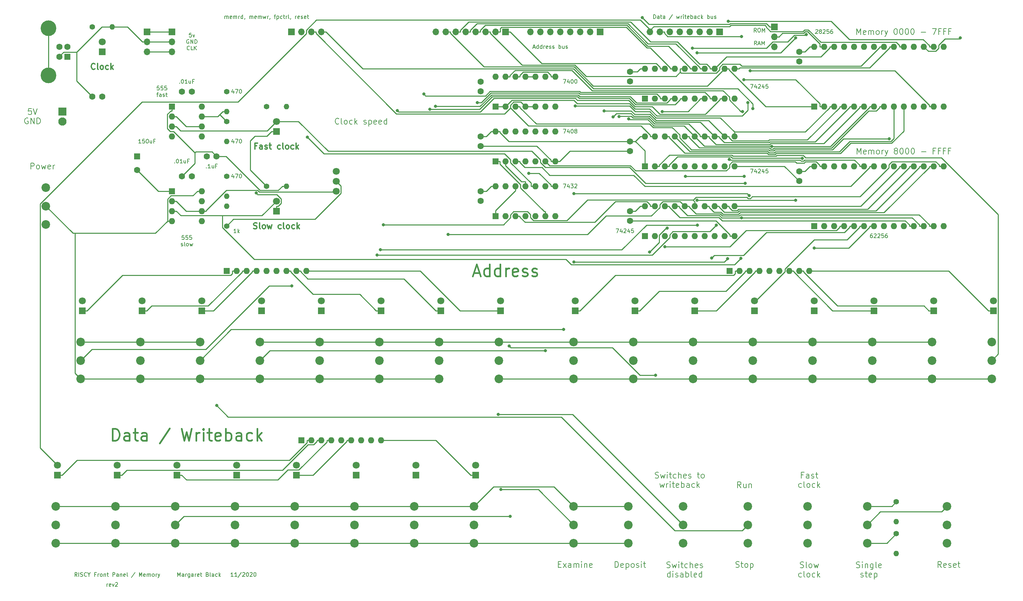
<source format=gbr>
%TF.GenerationSoftware,KiCad,Pcbnew,5.1.6-c6e7f7d~87~ubuntu16.04.1*%
%TF.CreationDate,2022-03-08T12:53:22-05:00*%
%TF.ProjectId,risc_memory_fp,72697363-5f6d-4656-9d6f-72795f66702e,rev?*%
%TF.SameCoordinates,Original*%
%TF.FileFunction,Copper,L1,Top*%
%TF.FilePolarity,Positive*%
%FSLAX46Y46*%
G04 Gerber Fmt 4.6, Leading zero omitted, Abs format (unit mm)*
G04 Created by KiCad (PCBNEW 5.1.6-c6e7f7d~87~ubuntu16.04.1) date 2022-03-08 12:53:22*
%MOMM*%
%LPD*%
G01*
G04 APERTURE LIST*
%TA.AperFunction,NonConductor*%
%ADD10C,0.400000*%
%TD*%
%TA.AperFunction,NonConductor*%
%ADD11C,0.150000*%
%TD*%
%TA.AperFunction,NonConductor*%
%ADD12C,0.300000*%
%TD*%
%TA.AperFunction,ComponentPad*%
%ADD13C,1.600000*%
%TD*%
%TA.AperFunction,ComponentPad*%
%ADD14O,1.400000X1.400000*%
%TD*%
%TA.AperFunction,ComponentPad*%
%ADD15C,1.400000*%
%TD*%
%TA.AperFunction,ComponentPad*%
%ADD16C,1.800000*%
%TD*%
%TA.AperFunction,ComponentPad*%
%ADD17R,1.800000X1.800000*%
%TD*%
%TA.AperFunction,ComponentPad*%
%ADD18O,1.600000X1.600000*%
%TD*%
%TA.AperFunction,ComponentPad*%
%ADD19R,1.600000X1.600000*%
%TD*%
%TA.AperFunction,ComponentPad*%
%ADD20C,2.200000*%
%TD*%
%TA.AperFunction,ComponentPad*%
%ADD21O,1.700000X1.700000*%
%TD*%
%TA.AperFunction,ComponentPad*%
%ADD22R,1.700000X1.700000*%
%TD*%
%TA.AperFunction,ComponentPad*%
%ADD23C,4.000000*%
%TD*%
%TA.AperFunction,ComponentPad*%
%ADD24C,2.100000*%
%TD*%
%TA.AperFunction,ComponentPad*%
%ADD25R,2.100000X2.100000*%
%TD*%
%TA.AperFunction,ViaPad*%
%ADD26C,0.800000*%
%TD*%
%TA.AperFunction,Conductor*%
%ADD27C,0.250000*%
%TD*%
G04 APERTURE END LIST*
D10*
X120198571Y-66540000D02*
X121627142Y-66540000D01*
X119912857Y-67397142D02*
X120912857Y-64397142D01*
X121912857Y-67397142D01*
X124198571Y-67397142D02*
X124198571Y-64397142D01*
X124198571Y-67254285D02*
X123912857Y-67397142D01*
X123341428Y-67397142D01*
X123055714Y-67254285D01*
X122912857Y-67111428D01*
X122770000Y-66825714D01*
X122770000Y-65968571D01*
X122912857Y-65682857D01*
X123055714Y-65540000D01*
X123341428Y-65397142D01*
X123912857Y-65397142D01*
X124198571Y-65540000D01*
X126912857Y-67397142D02*
X126912857Y-64397142D01*
X126912857Y-67254285D02*
X126627142Y-67397142D01*
X126055714Y-67397142D01*
X125770000Y-67254285D01*
X125627142Y-67111428D01*
X125484285Y-66825714D01*
X125484285Y-65968571D01*
X125627142Y-65682857D01*
X125770000Y-65540000D01*
X126055714Y-65397142D01*
X126627142Y-65397142D01*
X126912857Y-65540000D01*
X128341428Y-67397142D02*
X128341428Y-65397142D01*
X128341428Y-65968571D02*
X128484285Y-65682857D01*
X128627142Y-65540000D01*
X128912857Y-65397142D01*
X129198571Y-65397142D01*
X131341428Y-67254285D02*
X131055714Y-67397142D01*
X130484285Y-67397142D01*
X130198571Y-67254285D01*
X130055714Y-66968571D01*
X130055714Y-65825714D01*
X130198571Y-65540000D01*
X130484285Y-65397142D01*
X131055714Y-65397142D01*
X131341428Y-65540000D01*
X131484285Y-65825714D01*
X131484285Y-66111428D01*
X130055714Y-66397142D01*
X132627142Y-67254285D02*
X132912857Y-67397142D01*
X133484285Y-67397142D01*
X133770000Y-67254285D01*
X133912857Y-66968571D01*
X133912857Y-66825714D01*
X133770000Y-66540000D01*
X133484285Y-66397142D01*
X133055714Y-66397142D01*
X132770000Y-66254285D01*
X132627142Y-65968571D01*
X132627142Y-65825714D01*
X132770000Y-65540000D01*
X133055714Y-65397142D01*
X133484285Y-65397142D01*
X133770000Y-65540000D01*
X135055714Y-67254285D02*
X135341428Y-67397142D01*
X135912857Y-67397142D01*
X136198571Y-67254285D01*
X136341428Y-66968571D01*
X136341428Y-66825714D01*
X136198571Y-66540000D01*
X135912857Y-66397142D01*
X135484285Y-66397142D01*
X135198571Y-66254285D01*
X135055714Y-65968571D01*
X135055714Y-65825714D01*
X135198571Y-65540000D01*
X135484285Y-65397142D01*
X135912857Y-65397142D01*
X136198571Y-65540000D01*
D11*
X26582857Y-146502380D02*
X26582857Y-145835714D01*
X26582857Y-146026190D02*
X26630476Y-145930952D01*
X26678095Y-145883333D01*
X26773333Y-145835714D01*
X26868571Y-145835714D01*
X27582857Y-146454761D02*
X27487619Y-146502380D01*
X27297142Y-146502380D01*
X27201904Y-146454761D01*
X27154285Y-146359523D01*
X27154285Y-145978571D01*
X27201904Y-145883333D01*
X27297142Y-145835714D01*
X27487619Y-145835714D01*
X27582857Y-145883333D01*
X27630476Y-145978571D01*
X27630476Y-146073809D01*
X27154285Y-146169047D01*
X27963809Y-145835714D02*
X28201904Y-146502380D01*
X28440000Y-145835714D01*
X28773333Y-145597619D02*
X28820952Y-145550000D01*
X28916190Y-145502380D01*
X29154285Y-145502380D01*
X29249523Y-145550000D01*
X29297142Y-145597619D01*
X29344761Y-145692857D01*
X29344761Y-145788095D01*
X29297142Y-145930952D01*
X28725714Y-146502380D01*
X29344761Y-146502380D01*
D12*
X64028571Y-55217142D02*
X64242857Y-55288571D01*
X64600000Y-55288571D01*
X64742857Y-55217142D01*
X64814285Y-55145714D01*
X64885714Y-55002857D01*
X64885714Y-54860000D01*
X64814285Y-54717142D01*
X64742857Y-54645714D01*
X64600000Y-54574285D01*
X64314285Y-54502857D01*
X64171428Y-54431428D01*
X64100000Y-54360000D01*
X64028571Y-54217142D01*
X64028571Y-54074285D01*
X64100000Y-53931428D01*
X64171428Y-53860000D01*
X64314285Y-53788571D01*
X64671428Y-53788571D01*
X64885714Y-53860000D01*
X65742857Y-55288571D02*
X65600000Y-55217142D01*
X65528571Y-55074285D01*
X65528571Y-53788571D01*
X66528571Y-55288571D02*
X66385714Y-55217142D01*
X66314285Y-55145714D01*
X66242857Y-55002857D01*
X66242857Y-54574285D01*
X66314285Y-54431428D01*
X66385714Y-54360000D01*
X66528571Y-54288571D01*
X66742857Y-54288571D01*
X66885714Y-54360000D01*
X66957142Y-54431428D01*
X67028571Y-54574285D01*
X67028571Y-55002857D01*
X66957142Y-55145714D01*
X66885714Y-55217142D01*
X66742857Y-55288571D01*
X66528571Y-55288571D01*
X67528571Y-54288571D02*
X67814285Y-55288571D01*
X68100000Y-54574285D01*
X68385714Y-55288571D01*
X68671428Y-54288571D01*
X71028571Y-55217142D02*
X70885714Y-55288571D01*
X70600000Y-55288571D01*
X70457142Y-55217142D01*
X70385714Y-55145714D01*
X70314285Y-55002857D01*
X70314285Y-54574285D01*
X70385714Y-54431428D01*
X70457142Y-54360000D01*
X70600000Y-54288571D01*
X70885714Y-54288571D01*
X71028571Y-54360000D01*
X71885714Y-55288571D02*
X71742857Y-55217142D01*
X71671428Y-55074285D01*
X71671428Y-53788571D01*
X72671428Y-55288571D02*
X72528571Y-55217142D01*
X72457142Y-55145714D01*
X72385714Y-55002857D01*
X72385714Y-54574285D01*
X72457142Y-54431428D01*
X72528571Y-54360000D01*
X72671428Y-54288571D01*
X72885714Y-54288571D01*
X73028571Y-54360000D01*
X73100000Y-54431428D01*
X73171428Y-54574285D01*
X73171428Y-55002857D01*
X73100000Y-55145714D01*
X73028571Y-55217142D01*
X72885714Y-55288571D01*
X72671428Y-55288571D01*
X74457142Y-55217142D02*
X74314285Y-55288571D01*
X74028571Y-55288571D01*
X73885714Y-55217142D01*
X73814285Y-55145714D01*
X73742857Y-55002857D01*
X73742857Y-54574285D01*
X73814285Y-54431428D01*
X73885714Y-54360000D01*
X74028571Y-54288571D01*
X74314285Y-54288571D01*
X74457142Y-54360000D01*
X75100000Y-55288571D02*
X75100000Y-53788571D01*
X75242857Y-54717142D02*
X75671428Y-55288571D01*
X75671428Y-54288571D02*
X75100000Y-54860000D01*
X64814285Y-34182857D02*
X64314285Y-34182857D01*
X64314285Y-34968571D02*
X64314285Y-33468571D01*
X65028571Y-33468571D01*
X66242857Y-34968571D02*
X66242857Y-34182857D01*
X66171428Y-34040000D01*
X66028571Y-33968571D01*
X65742857Y-33968571D01*
X65600000Y-34040000D01*
X66242857Y-34897142D02*
X66100000Y-34968571D01*
X65742857Y-34968571D01*
X65600000Y-34897142D01*
X65528571Y-34754285D01*
X65528571Y-34611428D01*
X65600000Y-34468571D01*
X65742857Y-34397142D01*
X66100000Y-34397142D01*
X66242857Y-34325714D01*
X66885714Y-34897142D02*
X67028571Y-34968571D01*
X67314285Y-34968571D01*
X67457142Y-34897142D01*
X67528571Y-34754285D01*
X67528571Y-34682857D01*
X67457142Y-34540000D01*
X67314285Y-34468571D01*
X67100000Y-34468571D01*
X66957142Y-34397142D01*
X66885714Y-34254285D01*
X66885714Y-34182857D01*
X66957142Y-34040000D01*
X67100000Y-33968571D01*
X67314285Y-33968571D01*
X67457142Y-34040000D01*
X67957142Y-33968571D02*
X68528571Y-33968571D01*
X68171428Y-33468571D02*
X68171428Y-34754285D01*
X68242857Y-34897142D01*
X68385714Y-34968571D01*
X68528571Y-34968571D01*
X70814285Y-34897142D02*
X70671428Y-34968571D01*
X70385714Y-34968571D01*
X70242857Y-34897142D01*
X70171428Y-34825714D01*
X70100000Y-34682857D01*
X70100000Y-34254285D01*
X70171428Y-34111428D01*
X70242857Y-34040000D01*
X70385714Y-33968571D01*
X70671428Y-33968571D01*
X70814285Y-34040000D01*
X71671428Y-34968571D02*
X71528571Y-34897142D01*
X71457142Y-34754285D01*
X71457142Y-33468571D01*
X72457142Y-34968571D02*
X72314285Y-34897142D01*
X72242857Y-34825714D01*
X72171428Y-34682857D01*
X72171428Y-34254285D01*
X72242857Y-34111428D01*
X72314285Y-34040000D01*
X72457142Y-33968571D01*
X72671428Y-33968571D01*
X72814285Y-34040000D01*
X72885714Y-34111428D01*
X72957142Y-34254285D01*
X72957142Y-34682857D01*
X72885714Y-34825714D01*
X72814285Y-34897142D01*
X72671428Y-34968571D01*
X72457142Y-34968571D01*
X74242857Y-34897142D02*
X74100000Y-34968571D01*
X73814285Y-34968571D01*
X73671428Y-34897142D01*
X73600000Y-34825714D01*
X73528571Y-34682857D01*
X73528571Y-34254285D01*
X73600000Y-34111428D01*
X73671428Y-34040000D01*
X73814285Y-33968571D01*
X74100000Y-33968571D01*
X74242857Y-34040000D01*
X74885714Y-34968571D02*
X74885714Y-33468571D01*
X75028571Y-34397142D02*
X75457142Y-34968571D01*
X75457142Y-33968571D02*
X74885714Y-34540000D01*
X23542857Y-14505714D02*
X23471428Y-14577142D01*
X23257142Y-14648571D01*
X23114285Y-14648571D01*
X22900000Y-14577142D01*
X22757142Y-14434285D01*
X22685714Y-14291428D01*
X22614285Y-14005714D01*
X22614285Y-13791428D01*
X22685714Y-13505714D01*
X22757142Y-13362857D01*
X22900000Y-13220000D01*
X23114285Y-13148571D01*
X23257142Y-13148571D01*
X23471428Y-13220000D01*
X23542857Y-13291428D01*
X24400000Y-14648571D02*
X24257142Y-14577142D01*
X24185714Y-14434285D01*
X24185714Y-13148571D01*
X25185714Y-14648571D02*
X25042857Y-14577142D01*
X24971428Y-14505714D01*
X24900000Y-14362857D01*
X24900000Y-13934285D01*
X24971428Y-13791428D01*
X25042857Y-13720000D01*
X25185714Y-13648571D01*
X25400000Y-13648571D01*
X25542857Y-13720000D01*
X25614285Y-13791428D01*
X25685714Y-13934285D01*
X25685714Y-14362857D01*
X25614285Y-14505714D01*
X25542857Y-14577142D01*
X25400000Y-14648571D01*
X25185714Y-14648571D01*
X26971428Y-14577142D02*
X26828571Y-14648571D01*
X26542857Y-14648571D01*
X26400000Y-14577142D01*
X26328571Y-14505714D01*
X26257142Y-14362857D01*
X26257142Y-13934285D01*
X26328571Y-13791428D01*
X26400000Y-13720000D01*
X26542857Y-13648571D01*
X26828571Y-13648571D01*
X26971428Y-13720000D01*
X27614285Y-14648571D02*
X27614285Y-13148571D01*
X27757142Y-14077142D02*
X28185714Y-14648571D01*
X28185714Y-13648571D02*
X27614285Y-14220000D01*
D11*
X44633809Y-143962380D02*
X44633809Y-142962380D01*
X44967142Y-143676666D01*
X45300476Y-142962380D01*
X45300476Y-143962380D01*
X46205238Y-143962380D02*
X46205238Y-143438571D01*
X46157619Y-143343333D01*
X46062380Y-143295714D01*
X45871904Y-143295714D01*
X45776666Y-143343333D01*
X46205238Y-143914761D02*
X46110000Y-143962380D01*
X45871904Y-143962380D01*
X45776666Y-143914761D01*
X45729047Y-143819523D01*
X45729047Y-143724285D01*
X45776666Y-143629047D01*
X45871904Y-143581428D01*
X46110000Y-143581428D01*
X46205238Y-143533809D01*
X46681428Y-143962380D02*
X46681428Y-143295714D01*
X46681428Y-143486190D02*
X46729047Y-143390952D01*
X46776666Y-143343333D01*
X46871904Y-143295714D01*
X46967142Y-143295714D01*
X47729047Y-143295714D02*
X47729047Y-144105238D01*
X47681428Y-144200476D01*
X47633809Y-144248095D01*
X47538571Y-144295714D01*
X47395714Y-144295714D01*
X47300476Y-144248095D01*
X47729047Y-143914761D02*
X47633809Y-143962380D01*
X47443333Y-143962380D01*
X47348095Y-143914761D01*
X47300476Y-143867142D01*
X47252857Y-143771904D01*
X47252857Y-143486190D01*
X47300476Y-143390952D01*
X47348095Y-143343333D01*
X47443333Y-143295714D01*
X47633809Y-143295714D01*
X47729047Y-143343333D01*
X48633809Y-143962380D02*
X48633809Y-143438571D01*
X48586190Y-143343333D01*
X48490952Y-143295714D01*
X48300476Y-143295714D01*
X48205238Y-143343333D01*
X48633809Y-143914761D02*
X48538571Y-143962380D01*
X48300476Y-143962380D01*
X48205238Y-143914761D01*
X48157619Y-143819523D01*
X48157619Y-143724285D01*
X48205238Y-143629047D01*
X48300476Y-143581428D01*
X48538571Y-143581428D01*
X48633809Y-143533809D01*
X49110000Y-143962380D02*
X49110000Y-143295714D01*
X49110000Y-143486190D02*
X49157619Y-143390952D01*
X49205238Y-143343333D01*
X49300476Y-143295714D01*
X49395714Y-143295714D01*
X50110000Y-143914761D02*
X50014761Y-143962380D01*
X49824285Y-143962380D01*
X49729047Y-143914761D01*
X49681428Y-143819523D01*
X49681428Y-143438571D01*
X49729047Y-143343333D01*
X49824285Y-143295714D01*
X50014761Y-143295714D01*
X50110000Y-143343333D01*
X50157619Y-143438571D01*
X50157619Y-143533809D01*
X49681428Y-143629047D01*
X50443333Y-143295714D02*
X50824285Y-143295714D01*
X50586190Y-142962380D02*
X50586190Y-143819523D01*
X50633809Y-143914761D01*
X50729047Y-143962380D01*
X50824285Y-143962380D01*
X52252857Y-143438571D02*
X52395714Y-143486190D01*
X52443333Y-143533809D01*
X52490952Y-143629047D01*
X52490952Y-143771904D01*
X52443333Y-143867142D01*
X52395714Y-143914761D01*
X52300476Y-143962380D01*
X51919523Y-143962380D01*
X51919523Y-142962380D01*
X52252857Y-142962380D01*
X52348095Y-143010000D01*
X52395714Y-143057619D01*
X52443333Y-143152857D01*
X52443333Y-143248095D01*
X52395714Y-143343333D01*
X52348095Y-143390952D01*
X52252857Y-143438571D01*
X51919523Y-143438571D01*
X53062380Y-143962380D02*
X52967142Y-143914761D01*
X52919523Y-143819523D01*
X52919523Y-142962380D01*
X53871904Y-143962380D02*
X53871904Y-143438571D01*
X53824285Y-143343333D01*
X53729047Y-143295714D01*
X53538571Y-143295714D01*
X53443333Y-143343333D01*
X53871904Y-143914761D02*
X53776666Y-143962380D01*
X53538571Y-143962380D01*
X53443333Y-143914761D01*
X53395714Y-143819523D01*
X53395714Y-143724285D01*
X53443333Y-143629047D01*
X53538571Y-143581428D01*
X53776666Y-143581428D01*
X53871904Y-143533809D01*
X54776666Y-143914761D02*
X54681428Y-143962380D01*
X54490952Y-143962380D01*
X54395714Y-143914761D01*
X54348095Y-143867142D01*
X54300476Y-143771904D01*
X54300476Y-143486190D01*
X54348095Y-143390952D01*
X54395714Y-143343333D01*
X54490952Y-143295714D01*
X54681428Y-143295714D01*
X54776666Y-143343333D01*
X55205238Y-143962380D02*
X55205238Y-142962380D01*
X55300476Y-143581428D02*
X55586190Y-143962380D01*
X55586190Y-143295714D02*
X55205238Y-143676666D01*
X58824285Y-143962380D02*
X58252857Y-143962380D01*
X58538571Y-143962380D02*
X58538571Y-142962380D01*
X58443333Y-143105238D01*
X58348095Y-143200476D01*
X58252857Y-143248095D01*
X59776666Y-143962380D02*
X59205238Y-143962380D01*
X59490952Y-143962380D02*
X59490952Y-142962380D01*
X59395714Y-143105238D01*
X59300476Y-143200476D01*
X59205238Y-143248095D01*
X60919523Y-142914761D02*
X60062380Y-144200476D01*
X61205238Y-143057619D02*
X61252857Y-143010000D01*
X61348095Y-142962380D01*
X61586190Y-142962380D01*
X61681428Y-143010000D01*
X61729047Y-143057619D01*
X61776666Y-143152857D01*
X61776666Y-143248095D01*
X61729047Y-143390952D01*
X61157619Y-143962380D01*
X61776666Y-143962380D01*
X62395714Y-142962380D02*
X62490952Y-142962380D01*
X62586190Y-143010000D01*
X62633809Y-143057619D01*
X62681428Y-143152857D01*
X62729047Y-143343333D01*
X62729047Y-143581428D01*
X62681428Y-143771904D01*
X62633809Y-143867142D01*
X62586190Y-143914761D01*
X62490952Y-143962380D01*
X62395714Y-143962380D01*
X62300476Y-143914761D01*
X62252857Y-143867142D01*
X62205238Y-143771904D01*
X62157619Y-143581428D01*
X62157619Y-143343333D01*
X62205238Y-143152857D01*
X62252857Y-143057619D01*
X62300476Y-143010000D01*
X62395714Y-142962380D01*
X63109999Y-143057619D02*
X63157619Y-143010000D01*
X63252857Y-142962380D01*
X63490952Y-142962380D01*
X63586190Y-143010000D01*
X63633809Y-143057619D01*
X63681428Y-143152857D01*
X63681428Y-143248095D01*
X63633809Y-143390952D01*
X63062380Y-143962380D01*
X63681428Y-143962380D01*
X64300476Y-142962380D02*
X64395714Y-142962380D01*
X64490952Y-143010000D01*
X64538571Y-143057619D01*
X64586190Y-143152857D01*
X64633809Y-143343333D01*
X64633809Y-143581428D01*
X64586190Y-143771904D01*
X64538571Y-143867142D01*
X64490952Y-143914761D01*
X64395714Y-143962380D01*
X64300476Y-143962380D01*
X64205238Y-143914761D01*
X64157619Y-143867142D01*
X64109999Y-143771904D01*
X64062380Y-143581428D01*
X64062380Y-143343333D01*
X64109999Y-143152857D01*
X64157619Y-143057619D01*
X64205238Y-143010000D01*
X64300476Y-142962380D01*
X18995714Y-143962380D02*
X18662380Y-143486190D01*
X18424285Y-143962380D02*
X18424285Y-142962380D01*
X18805238Y-142962380D01*
X18900476Y-143010000D01*
X18948095Y-143057619D01*
X18995714Y-143152857D01*
X18995714Y-143295714D01*
X18948095Y-143390952D01*
X18900476Y-143438571D01*
X18805238Y-143486190D01*
X18424285Y-143486190D01*
X19424285Y-143962380D02*
X19424285Y-142962380D01*
X19852857Y-143914761D02*
X19995714Y-143962380D01*
X20233809Y-143962380D01*
X20329047Y-143914761D01*
X20376666Y-143867142D01*
X20424285Y-143771904D01*
X20424285Y-143676666D01*
X20376666Y-143581428D01*
X20329047Y-143533809D01*
X20233809Y-143486190D01*
X20043333Y-143438571D01*
X19948095Y-143390952D01*
X19900476Y-143343333D01*
X19852857Y-143248095D01*
X19852857Y-143152857D01*
X19900476Y-143057619D01*
X19948095Y-143010000D01*
X20043333Y-142962380D01*
X20281428Y-142962380D01*
X20424285Y-143010000D01*
X21424285Y-143867142D02*
X21376666Y-143914761D01*
X21233809Y-143962380D01*
X21138571Y-143962380D01*
X20995714Y-143914761D01*
X20900476Y-143819523D01*
X20852857Y-143724285D01*
X20805238Y-143533809D01*
X20805238Y-143390952D01*
X20852857Y-143200476D01*
X20900476Y-143105238D01*
X20995714Y-143010000D01*
X21138571Y-142962380D01*
X21233809Y-142962380D01*
X21376666Y-143010000D01*
X21424285Y-143057619D01*
X22043333Y-143486190D02*
X22043333Y-143962380D01*
X21709999Y-142962380D02*
X22043333Y-143486190D01*
X22376666Y-142962380D01*
X23805238Y-143438571D02*
X23471904Y-143438571D01*
X23471904Y-143962380D02*
X23471904Y-142962380D01*
X23948095Y-142962380D01*
X24329047Y-143962380D02*
X24329047Y-143295714D01*
X24329047Y-143486190D02*
X24376666Y-143390952D01*
X24424285Y-143343333D01*
X24519523Y-143295714D01*
X24614761Y-143295714D01*
X25090952Y-143962380D02*
X24995714Y-143914761D01*
X24948095Y-143867142D01*
X24900476Y-143771904D01*
X24900476Y-143486190D01*
X24948095Y-143390952D01*
X24995714Y-143343333D01*
X25090952Y-143295714D01*
X25233809Y-143295714D01*
X25329047Y-143343333D01*
X25376666Y-143390952D01*
X25424285Y-143486190D01*
X25424285Y-143771904D01*
X25376666Y-143867142D01*
X25329047Y-143914761D01*
X25233809Y-143962380D01*
X25090952Y-143962380D01*
X25852857Y-143295714D02*
X25852857Y-143962380D01*
X25852857Y-143390952D02*
X25900476Y-143343333D01*
X25995714Y-143295714D01*
X26138571Y-143295714D01*
X26233809Y-143343333D01*
X26281428Y-143438571D01*
X26281428Y-143962380D01*
X26614761Y-143295714D02*
X26995714Y-143295714D01*
X26757619Y-142962380D02*
X26757619Y-143819523D01*
X26805238Y-143914761D01*
X26900476Y-143962380D01*
X26995714Y-143962380D01*
X28090952Y-143962380D02*
X28090952Y-142962380D01*
X28471904Y-142962380D01*
X28567142Y-143010000D01*
X28614761Y-143057619D01*
X28662380Y-143152857D01*
X28662380Y-143295714D01*
X28614761Y-143390952D01*
X28567142Y-143438571D01*
X28471904Y-143486190D01*
X28090952Y-143486190D01*
X29519523Y-143962380D02*
X29519523Y-143438571D01*
X29471904Y-143343333D01*
X29376666Y-143295714D01*
X29186190Y-143295714D01*
X29090952Y-143343333D01*
X29519523Y-143914761D02*
X29424285Y-143962380D01*
X29186190Y-143962380D01*
X29090952Y-143914761D01*
X29043333Y-143819523D01*
X29043333Y-143724285D01*
X29090952Y-143629047D01*
X29186190Y-143581428D01*
X29424285Y-143581428D01*
X29519523Y-143533809D01*
X29995714Y-143295714D02*
X29995714Y-143962380D01*
X29995714Y-143390952D02*
X30043333Y-143343333D01*
X30138571Y-143295714D01*
X30281428Y-143295714D01*
X30376666Y-143343333D01*
X30424285Y-143438571D01*
X30424285Y-143962380D01*
X31281428Y-143914761D02*
X31186190Y-143962380D01*
X30995714Y-143962380D01*
X30900476Y-143914761D01*
X30852857Y-143819523D01*
X30852857Y-143438571D01*
X30900476Y-143343333D01*
X30995714Y-143295714D01*
X31186190Y-143295714D01*
X31281428Y-143343333D01*
X31329047Y-143438571D01*
X31329047Y-143533809D01*
X30852857Y-143629047D01*
X31900476Y-143962380D02*
X31805238Y-143914761D01*
X31757619Y-143819523D01*
X31757619Y-142962380D01*
X33757619Y-142914761D02*
X32900476Y-144200476D01*
X34852857Y-143962380D02*
X34852857Y-142962380D01*
X35186190Y-143676666D01*
X35519523Y-142962380D01*
X35519523Y-143962380D01*
X36376666Y-143914761D02*
X36281428Y-143962380D01*
X36090952Y-143962380D01*
X35995714Y-143914761D01*
X35948095Y-143819523D01*
X35948095Y-143438571D01*
X35995714Y-143343333D01*
X36090952Y-143295714D01*
X36281428Y-143295714D01*
X36376666Y-143343333D01*
X36424285Y-143438571D01*
X36424285Y-143533809D01*
X35948095Y-143629047D01*
X36852857Y-143962380D02*
X36852857Y-143295714D01*
X36852857Y-143390952D02*
X36900476Y-143343333D01*
X36995714Y-143295714D01*
X37138571Y-143295714D01*
X37233809Y-143343333D01*
X37281428Y-143438571D01*
X37281428Y-143962380D01*
X37281428Y-143438571D02*
X37329047Y-143343333D01*
X37424285Y-143295714D01*
X37567142Y-143295714D01*
X37662380Y-143343333D01*
X37710000Y-143438571D01*
X37710000Y-143962380D01*
X38329047Y-143962380D02*
X38233809Y-143914761D01*
X38186190Y-143867142D01*
X38138571Y-143771904D01*
X38138571Y-143486190D01*
X38186190Y-143390952D01*
X38233809Y-143343333D01*
X38329047Y-143295714D01*
X38471904Y-143295714D01*
X38567142Y-143343333D01*
X38614761Y-143390952D01*
X38662380Y-143486190D01*
X38662380Y-143771904D01*
X38614761Y-143867142D01*
X38567142Y-143914761D01*
X38471904Y-143962380D01*
X38329047Y-143962380D01*
X39090952Y-143962380D02*
X39090952Y-143295714D01*
X39090952Y-143486190D02*
X39138571Y-143390952D01*
X39186190Y-143343333D01*
X39281428Y-143295714D01*
X39376666Y-143295714D01*
X39614761Y-143295714D02*
X39852857Y-143962380D01*
X40090952Y-143295714D02*
X39852857Y-143962380D01*
X39757619Y-144200476D01*
X39709999Y-144248095D01*
X39614761Y-144295714D01*
X143018095Y-43902380D02*
X143684761Y-43902380D01*
X143256190Y-44902380D01*
X144494285Y-44235714D02*
X144494285Y-44902380D01*
X144256190Y-43854761D02*
X144018095Y-44569047D01*
X144637142Y-44569047D01*
X144922857Y-43902380D02*
X145541904Y-43902380D01*
X145208571Y-44283333D01*
X145351428Y-44283333D01*
X145446666Y-44330952D01*
X145494285Y-44378571D01*
X145541904Y-44473809D01*
X145541904Y-44711904D01*
X145494285Y-44807142D01*
X145446666Y-44854761D01*
X145351428Y-44902380D01*
X145065714Y-44902380D01*
X144970476Y-44854761D01*
X144922857Y-44807142D01*
X145922857Y-43997619D02*
X145970476Y-43950000D01*
X146065714Y-43902380D01*
X146303809Y-43902380D01*
X146399047Y-43950000D01*
X146446666Y-43997619D01*
X146494285Y-44092857D01*
X146494285Y-44188095D01*
X146446666Y-44330952D01*
X145875238Y-44902380D01*
X146494285Y-44902380D01*
X143018095Y-29932380D02*
X143684761Y-29932380D01*
X143256190Y-30932380D01*
X144494285Y-30265714D02*
X144494285Y-30932380D01*
X144256190Y-29884761D02*
X144018095Y-30599047D01*
X144637142Y-30599047D01*
X145208571Y-29932380D02*
X145303809Y-29932380D01*
X145399047Y-29980000D01*
X145446666Y-30027619D01*
X145494285Y-30122857D01*
X145541904Y-30313333D01*
X145541904Y-30551428D01*
X145494285Y-30741904D01*
X145446666Y-30837142D01*
X145399047Y-30884761D01*
X145303809Y-30932380D01*
X145208571Y-30932380D01*
X145113333Y-30884761D01*
X145065714Y-30837142D01*
X145018095Y-30741904D01*
X144970476Y-30551428D01*
X144970476Y-30313333D01*
X145018095Y-30122857D01*
X145065714Y-30027619D01*
X145113333Y-29980000D01*
X145208571Y-29932380D01*
X146113333Y-30360952D02*
X146018095Y-30313333D01*
X145970476Y-30265714D01*
X145922857Y-30170476D01*
X145922857Y-30122857D01*
X145970476Y-30027619D01*
X146018095Y-29980000D01*
X146113333Y-29932380D01*
X146303809Y-29932380D01*
X146399047Y-29980000D01*
X146446666Y-30027619D01*
X146494285Y-30122857D01*
X146494285Y-30170476D01*
X146446666Y-30265714D01*
X146399047Y-30313333D01*
X146303809Y-30360952D01*
X146113333Y-30360952D01*
X146018095Y-30408571D01*
X145970476Y-30456190D01*
X145922857Y-30551428D01*
X145922857Y-30741904D01*
X145970476Y-30837142D01*
X146018095Y-30884761D01*
X146113333Y-30932380D01*
X146303809Y-30932380D01*
X146399047Y-30884761D01*
X146446666Y-30837142D01*
X146494285Y-30741904D01*
X146494285Y-30551428D01*
X146446666Y-30456190D01*
X146399047Y-30408571D01*
X146303809Y-30360952D01*
X143018095Y-17232380D02*
X143684761Y-17232380D01*
X143256190Y-18232380D01*
X144494285Y-17565714D02*
X144494285Y-18232380D01*
X144256190Y-17184761D02*
X144018095Y-17899047D01*
X144637142Y-17899047D01*
X145208571Y-17232380D02*
X145303809Y-17232380D01*
X145399047Y-17280000D01*
X145446666Y-17327619D01*
X145494285Y-17422857D01*
X145541904Y-17613333D01*
X145541904Y-17851428D01*
X145494285Y-18041904D01*
X145446666Y-18137142D01*
X145399047Y-18184761D01*
X145303809Y-18232380D01*
X145208571Y-18232380D01*
X145113333Y-18184761D01*
X145065714Y-18137142D01*
X145018095Y-18041904D01*
X144970476Y-17851428D01*
X144970476Y-17613333D01*
X145018095Y-17422857D01*
X145065714Y-17327619D01*
X145113333Y-17280000D01*
X145208571Y-17232380D01*
X146160952Y-17232380D02*
X146256190Y-17232380D01*
X146351428Y-17280000D01*
X146399047Y-17327619D01*
X146446666Y-17422857D01*
X146494285Y-17613333D01*
X146494285Y-17851428D01*
X146446666Y-18041904D01*
X146399047Y-18137142D01*
X146351428Y-18184761D01*
X146256190Y-18232380D01*
X146160952Y-18232380D01*
X146065714Y-18184761D01*
X146018095Y-18137142D01*
X145970476Y-18041904D01*
X145922857Y-17851428D01*
X145922857Y-17613333D01*
X145970476Y-17422857D01*
X146018095Y-17327619D01*
X146065714Y-17280000D01*
X146160952Y-17232380D01*
X156511904Y-55332380D02*
X157178571Y-55332380D01*
X156750000Y-56332380D01*
X157988095Y-55665714D02*
X157988095Y-56332380D01*
X157750000Y-55284761D02*
X157511904Y-55999047D01*
X158130952Y-55999047D01*
X158464285Y-55427619D02*
X158511904Y-55380000D01*
X158607142Y-55332380D01*
X158845238Y-55332380D01*
X158940476Y-55380000D01*
X158988095Y-55427619D01*
X159035714Y-55522857D01*
X159035714Y-55618095D01*
X158988095Y-55760952D01*
X158416666Y-56332380D01*
X159035714Y-56332380D01*
X159892857Y-55665714D02*
X159892857Y-56332380D01*
X159654761Y-55284761D02*
X159416666Y-55999047D01*
X160035714Y-55999047D01*
X160892857Y-55332380D02*
X160416666Y-55332380D01*
X160369047Y-55808571D01*
X160416666Y-55760952D01*
X160511904Y-55713333D01*
X160750000Y-55713333D01*
X160845238Y-55760952D01*
X160892857Y-55808571D01*
X160940476Y-55903809D01*
X160940476Y-56141904D01*
X160892857Y-56237142D01*
X160845238Y-56284761D01*
X160750000Y-56332380D01*
X160511904Y-56332380D01*
X160416666Y-56284761D01*
X160369047Y-56237142D01*
X190801904Y-40092380D02*
X191468571Y-40092380D01*
X191040000Y-41092380D01*
X192278095Y-40425714D02*
X192278095Y-41092380D01*
X192040000Y-40044761D02*
X191801904Y-40759047D01*
X192420952Y-40759047D01*
X192754285Y-40187619D02*
X192801904Y-40140000D01*
X192897142Y-40092380D01*
X193135238Y-40092380D01*
X193230476Y-40140000D01*
X193278095Y-40187619D01*
X193325714Y-40282857D01*
X193325714Y-40378095D01*
X193278095Y-40520952D01*
X192706666Y-41092380D01*
X193325714Y-41092380D01*
X194182857Y-40425714D02*
X194182857Y-41092380D01*
X193944761Y-40044761D02*
X193706666Y-40759047D01*
X194325714Y-40759047D01*
X195182857Y-40092380D02*
X194706666Y-40092380D01*
X194659047Y-40568571D01*
X194706666Y-40520952D01*
X194801904Y-40473333D01*
X195040000Y-40473333D01*
X195135238Y-40520952D01*
X195182857Y-40568571D01*
X195230476Y-40663809D01*
X195230476Y-40901904D01*
X195182857Y-40997142D01*
X195135238Y-41044761D01*
X195040000Y-41092380D01*
X194801904Y-41092380D01*
X194706666Y-41044761D01*
X194659047Y-40997142D01*
X190801904Y-18502380D02*
X191468571Y-18502380D01*
X191040000Y-19502380D01*
X192278095Y-18835714D02*
X192278095Y-19502380D01*
X192040000Y-18454761D02*
X191801904Y-19169047D01*
X192420952Y-19169047D01*
X192754285Y-18597619D02*
X192801904Y-18550000D01*
X192897142Y-18502380D01*
X193135238Y-18502380D01*
X193230476Y-18550000D01*
X193278095Y-18597619D01*
X193325714Y-18692857D01*
X193325714Y-18788095D01*
X193278095Y-18930952D01*
X192706666Y-19502380D01*
X193325714Y-19502380D01*
X194182857Y-18835714D02*
X194182857Y-19502380D01*
X193944761Y-18454761D02*
X193706666Y-19169047D01*
X194325714Y-19169047D01*
X195182857Y-18502380D02*
X194706666Y-18502380D01*
X194659047Y-18978571D01*
X194706666Y-18930952D01*
X194801904Y-18883333D01*
X195040000Y-18883333D01*
X195135238Y-18930952D01*
X195182857Y-18978571D01*
X195230476Y-19073809D01*
X195230476Y-19311904D01*
X195182857Y-19407142D01*
X195135238Y-19454761D01*
X195040000Y-19502380D01*
X194801904Y-19502380D01*
X194706666Y-19454761D01*
X194659047Y-19407142D01*
X59570952Y-56332380D02*
X58999523Y-56332380D01*
X59285238Y-56332380D02*
X59285238Y-55332380D01*
X59190000Y-55475238D01*
X59094761Y-55570476D01*
X58999523Y-55618095D01*
X59999523Y-56332380D02*
X59999523Y-55332380D01*
X60094761Y-55951428D02*
X60380476Y-56332380D01*
X60380476Y-55665714D02*
X59999523Y-56046666D01*
X58928095Y-41695714D02*
X58928095Y-42362380D01*
X58690000Y-41314761D02*
X58451904Y-42029047D01*
X59070952Y-42029047D01*
X59356666Y-41362380D02*
X60023333Y-41362380D01*
X59594761Y-42362380D01*
X60594761Y-41362380D02*
X60690000Y-41362380D01*
X60785238Y-41410000D01*
X60832857Y-41457619D01*
X60880476Y-41552857D01*
X60928095Y-41743333D01*
X60928095Y-41981428D01*
X60880476Y-42171904D01*
X60832857Y-42267142D01*
X60785238Y-42314761D01*
X60690000Y-42362380D01*
X60594761Y-42362380D01*
X60499523Y-42314761D01*
X60451904Y-42267142D01*
X60404285Y-42171904D01*
X60356666Y-41981428D01*
X60356666Y-41743333D01*
X60404285Y-41552857D01*
X60451904Y-41457619D01*
X60499523Y-41410000D01*
X60594761Y-41362380D01*
X45156666Y-18137142D02*
X45204285Y-18184761D01*
X45156666Y-18232380D01*
X45109047Y-18184761D01*
X45156666Y-18137142D01*
X45156666Y-18232380D01*
X45823333Y-17232380D02*
X45918571Y-17232380D01*
X46013809Y-17280000D01*
X46061428Y-17327619D01*
X46109047Y-17422857D01*
X46156666Y-17613333D01*
X46156666Y-17851428D01*
X46109047Y-18041904D01*
X46061428Y-18137142D01*
X46013809Y-18184761D01*
X45918571Y-18232380D01*
X45823333Y-18232380D01*
X45728095Y-18184761D01*
X45680476Y-18137142D01*
X45632857Y-18041904D01*
X45585238Y-17851428D01*
X45585238Y-17613333D01*
X45632857Y-17422857D01*
X45680476Y-17327619D01*
X45728095Y-17280000D01*
X45823333Y-17232380D01*
X47109047Y-18232380D02*
X46537619Y-18232380D01*
X46823333Y-18232380D02*
X46823333Y-17232380D01*
X46728095Y-17375238D01*
X46632857Y-17470476D01*
X46537619Y-17518095D01*
X47966190Y-17565714D02*
X47966190Y-18232380D01*
X47537619Y-17565714D02*
X47537619Y-18089523D01*
X47585238Y-18184761D01*
X47680476Y-18232380D01*
X47823333Y-18232380D01*
X47918571Y-18184761D01*
X47966190Y-18137142D01*
X48775714Y-17708571D02*
X48442380Y-17708571D01*
X48442380Y-18232380D02*
X48442380Y-17232380D01*
X48918571Y-17232380D01*
X43886666Y-38457142D02*
X43934285Y-38504761D01*
X43886666Y-38552380D01*
X43839047Y-38504761D01*
X43886666Y-38457142D01*
X43886666Y-38552380D01*
X44553333Y-37552380D02*
X44648571Y-37552380D01*
X44743809Y-37600000D01*
X44791428Y-37647619D01*
X44839047Y-37742857D01*
X44886666Y-37933333D01*
X44886666Y-38171428D01*
X44839047Y-38361904D01*
X44791428Y-38457142D01*
X44743809Y-38504761D01*
X44648571Y-38552380D01*
X44553333Y-38552380D01*
X44458095Y-38504761D01*
X44410476Y-38457142D01*
X44362857Y-38361904D01*
X44315238Y-38171428D01*
X44315238Y-37933333D01*
X44362857Y-37742857D01*
X44410476Y-37647619D01*
X44458095Y-37600000D01*
X44553333Y-37552380D01*
X45839047Y-38552380D02*
X45267619Y-38552380D01*
X45553333Y-38552380D02*
X45553333Y-37552380D01*
X45458095Y-37695238D01*
X45362857Y-37790476D01*
X45267619Y-37838095D01*
X46696190Y-37885714D02*
X46696190Y-38552380D01*
X46267619Y-37885714D02*
X46267619Y-38409523D01*
X46315238Y-38504761D01*
X46410476Y-38552380D01*
X46553333Y-38552380D01*
X46648571Y-38504761D01*
X46696190Y-38457142D01*
X47505714Y-38028571D02*
X47172380Y-38028571D01*
X47172380Y-38552380D02*
X47172380Y-37552380D01*
X47648571Y-37552380D01*
X35282380Y-33472380D02*
X34710952Y-33472380D01*
X34996666Y-33472380D02*
X34996666Y-32472380D01*
X34901428Y-32615238D01*
X34806190Y-32710476D01*
X34710952Y-32758095D01*
X36187142Y-32472380D02*
X35710952Y-32472380D01*
X35663333Y-32948571D01*
X35710952Y-32900952D01*
X35806190Y-32853333D01*
X36044285Y-32853333D01*
X36139523Y-32900952D01*
X36187142Y-32948571D01*
X36234761Y-33043809D01*
X36234761Y-33281904D01*
X36187142Y-33377142D01*
X36139523Y-33424761D01*
X36044285Y-33472380D01*
X35806190Y-33472380D01*
X35710952Y-33424761D01*
X35663333Y-33377142D01*
X36853809Y-32472380D02*
X36949047Y-32472380D01*
X37044285Y-32520000D01*
X37091904Y-32567619D01*
X37139523Y-32662857D01*
X37187142Y-32853333D01*
X37187142Y-33091428D01*
X37139523Y-33281904D01*
X37091904Y-33377142D01*
X37044285Y-33424761D01*
X36949047Y-33472380D01*
X36853809Y-33472380D01*
X36758571Y-33424761D01*
X36710952Y-33377142D01*
X36663333Y-33281904D01*
X36615714Y-33091428D01*
X36615714Y-32853333D01*
X36663333Y-32662857D01*
X36710952Y-32567619D01*
X36758571Y-32520000D01*
X36853809Y-32472380D01*
X38044285Y-32805714D02*
X38044285Y-33472380D01*
X37615714Y-32805714D02*
X37615714Y-33329523D01*
X37663333Y-33424761D01*
X37758571Y-33472380D01*
X37901428Y-33472380D01*
X37996666Y-33424761D01*
X38044285Y-33377142D01*
X38853809Y-32948571D02*
X38520476Y-32948571D01*
X38520476Y-33472380D02*
X38520476Y-32472380D01*
X38996666Y-32472380D01*
X51982857Y-39727142D02*
X52030476Y-39774761D01*
X51982857Y-39822380D01*
X51935238Y-39774761D01*
X51982857Y-39727142D01*
X51982857Y-39822380D01*
X52982857Y-39822380D02*
X52411428Y-39822380D01*
X52697142Y-39822380D02*
X52697142Y-38822380D01*
X52601904Y-38965238D01*
X52506666Y-39060476D01*
X52411428Y-39108095D01*
X53840000Y-39155714D02*
X53840000Y-39822380D01*
X53411428Y-39155714D02*
X53411428Y-39679523D01*
X53459047Y-39774761D01*
X53554285Y-39822380D01*
X53697142Y-39822380D01*
X53792380Y-39774761D01*
X53840000Y-39727142D01*
X54649523Y-39298571D02*
X54316190Y-39298571D01*
X54316190Y-39822380D02*
X54316190Y-38822380D01*
X54792380Y-38822380D01*
X58928095Y-32805714D02*
X58928095Y-33472380D01*
X58690000Y-32424761D02*
X58451904Y-33139047D01*
X59070952Y-33139047D01*
X59356666Y-32472380D02*
X60023333Y-32472380D01*
X59594761Y-33472380D01*
X60594761Y-32472380D02*
X60690000Y-32472380D01*
X60785238Y-32520000D01*
X60832857Y-32567619D01*
X60880476Y-32662857D01*
X60928095Y-32853333D01*
X60928095Y-33091428D01*
X60880476Y-33281904D01*
X60832857Y-33377142D01*
X60785238Y-33424761D01*
X60690000Y-33472380D01*
X60594761Y-33472380D01*
X60499523Y-33424761D01*
X60451904Y-33377142D01*
X60404285Y-33281904D01*
X60356666Y-33091428D01*
X60356666Y-32853333D01*
X60404285Y-32662857D01*
X60451904Y-32567619D01*
X60499523Y-32520000D01*
X60594761Y-32472380D01*
X58928095Y-20105714D02*
X58928095Y-20772380D01*
X58690000Y-19724761D02*
X58451904Y-20439047D01*
X59070952Y-20439047D01*
X59356666Y-19772380D02*
X60023333Y-19772380D01*
X59594761Y-20772380D01*
X60594761Y-19772380D02*
X60690000Y-19772380D01*
X60785238Y-19820000D01*
X60832857Y-19867619D01*
X60880476Y-19962857D01*
X60928095Y-20153333D01*
X60928095Y-20391428D01*
X60880476Y-20581904D01*
X60832857Y-20677142D01*
X60785238Y-20724761D01*
X60690000Y-20772380D01*
X60594761Y-20772380D01*
X60499523Y-20724761D01*
X60451904Y-20677142D01*
X60404285Y-20581904D01*
X60356666Y-20391428D01*
X60356666Y-20153333D01*
X60404285Y-19962857D01*
X60451904Y-19867619D01*
X60499523Y-19820000D01*
X60594761Y-19772380D01*
X46275714Y-57047380D02*
X45799523Y-57047380D01*
X45751904Y-57523571D01*
X45799523Y-57475952D01*
X45894761Y-57428333D01*
X46132857Y-57428333D01*
X46228095Y-57475952D01*
X46275714Y-57523571D01*
X46323333Y-57618809D01*
X46323333Y-57856904D01*
X46275714Y-57952142D01*
X46228095Y-57999761D01*
X46132857Y-58047380D01*
X45894761Y-58047380D01*
X45799523Y-57999761D01*
X45751904Y-57952142D01*
X47228095Y-57047380D02*
X46751904Y-57047380D01*
X46704285Y-57523571D01*
X46751904Y-57475952D01*
X46847142Y-57428333D01*
X47085238Y-57428333D01*
X47180476Y-57475952D01*
X47228095Y-57523571D01*
X47275714Y-57618809D01*
X47275714Y-57856904D01*
X47228095Y-57952142D01*
X47180476Y-57999761D01*
X47085238Y-58047380D01*
X46847142Y-58047380D01*
X46751904Y-57999761D01*
X46704285Y-57952142D01*
X48180476Y-57047380D02*
X47704285Y-57047380D01*
X47656666Y-57523571D01*
X47704285Y-57475952D01*
X47799523Y-57428333D01*
X48037619Y-57428333D01*
X48132857Y-57475952D01*
X48180476Y-57523571D01*
X48228095Y-57618809D01*
X48228095Y-57856904D01*
X48180476Y-57952142D01*
X48132857Y-57999761D01*
X48037619Y-58047380D01*
X47799523Y-58047380D01*
X47704285Y-57999761D01*
X47656666Y-57952142D01*
X45537619Y-59649761D02*
X45632857Y-59697380D01*
X45823333Y-59697380D01*
X45918571Y-59649761D01*
X45966190Y-59554523D01*
X45966190Y-59506904D01*
X45918571Y-59411666D01*
X45823333Y-59364047D01*
X45680476Y-59364047D01*
X45585238Y-59316428D01*
X45537619Y-59221190D01*
X45537619Y-59173571D01*
X45585238Y-59078333D01*
X45680476Y-59030714D01*
X45823333Y-59030714D01*
X45918571Y-59078333D01*
X46537619Y-59697380D02*
X46442380Y-59649761D01*
X46394761Y-59554523D01*
X46394761Y-58697380D01*
X47061428Y-59697380D02*
X46966190Y-59649761D01*
X46918571Y-59602142D01*
X46870952Y-59506904D01*
X46870952Y-59221190D01*
X46918571Y-59125952D01*
X46966190Y-59078333D01*
X47061428Y-59030714D01*
X47204285Y-59030714D01*
X47299523Y-59078333D01*
X47347142Y-59125952D01*
X47394761Y-59221190D01*
X47394761Y-59506904D01*
X47347142Y-59602142D01*
X47299523Y-59649761D01*
X47204285Y-59697380D01*
X47061428Y-59697380D01*
X47728095Y-59030714D02*
X47918571Y-59697380D01*
X48109047Y-59221190D01*
X48299523Y-59697380D01*
X48490000Y-59030714D01*
X39925714Y-18947380D02*
X39449523Y-18947380D01*
X39401904Y-19423571D01*
X39449523Y-19375952D01*
X39544761Y-19328333D01*
X39782857Y-19328333D01*
X39878095Y-19375952D01*
X39925714Y-19423571D01*
X39973333Y-19518809D01*
X39973333Y-19756904D01*
X39925714Y-19852142D01*
X39878095Y-19899761D01*
X39782857Y-19947380D01*
X39544761Y-19947380D01*
X39449523Y-19899761D01*
X39401904Y-19852142D01*
X40878095Y-18947380D02*
X40401904Y-18947380D01*
X40354285Y-19423571D01*
X40401904Y-19375952D01*
X40497142Y-19328333D01*
X40735238Y-19328333D01*
X40830476Y-19375952D01*
X40878095Y-19423571D01*
X40925714Y-19518809D01*
X40925714Y-19756904D01*
X40878095Y-19852142D01*
X40830476Y-19899761D01*
X40735238Y-19947380D01*
X40497142Y-19947380D01*
X40401904Y-19899761D01*
X40354285Y-19852142D01*
X41830476Y-18947380D02*
X41354285Y-18947380D01*
X41306666Y-19423571D01*
X41354285Y-19375952D01*
X41449523Y-19328333D01*
X41687619Y-19328333D01*
X41782857Y-19375952D01*
X41830476Y-19423571D01*
X41878095Y-19518809D01*
X41878095Y-19756904D01*
X41830476Y-19852142D01*
X41782857Y-19899761D01*
X41687619Y-19947380D01*
X41449523Y-19947380D01*
X41354285Y-19899761D01*
X41306666Y-19852142D01*
X39306666Y-20930714D02*
X39687619Y-20930714D01*
X39449523Y-21597380D02*
X39449523Y-20740238D01*
X39497142Y-20645000D01*
X39592380Y-20597380D01*
X39687619Y-20597380D01*
X40449523Y-21597380D02*
X40449523Y-21073571D01*
X40401904Y-20978333D01*
X40306666Y-20930714D01*
X40116190Y-20930714D01*
X40020952Y-20978333D01*
X40449523Y-21549761D02*
X40354285Y-21597380D01*
X40116190Y-21597380D01*
X40020952Y-21549761D01*
X39973333Y-21454523D01*
X39973333Y-21359285D01*
X40020952Y-21264047D01*
X40116190Y-21216428D01*
X40354285Y-21216428D01*
X40449523Y-21168809D01*
X40878095Y-21549761D02*
X40973333Y-21597380D01*
X41163809Y-21597380D01*
X41259047Y-21549761D01*
X41306666Y-21454523D01*
X41306666Y-21406904D01*
X41259047Y-21311666D01*
X41163809Y-21264047D01*
X41020952Y-21264047D01*
X40925714Y-21216428D01*
X40878095Y-21121190D01*
X40878095Y-21073571D01*
X40925714Y-20978333D01*
X41020952Y-20930714D01*
X41163809Y-20930714D01*
X41259047Y-20978333D01*
X41592380Y-20930714D02*
X41973333Y-20930714D01*
X41735238Y-20597380D02*
X41735238Y-21454523D01*
X41782857Y-21549761D01*
X41878095Y-21597380D01*
X41973333Y-21597380D01*
X56690952Y-1722380D02*
X56690952Y-1055714D01*
X56690952Y-1150952D02*
X56738571Y-1103333D01*
X56833809Y-1055714D01*
X56976666Y-1055714D01*
X57071904Y-1103333D01*
X57119523Y-1198571D01*
X57119523Y-1722380D01*
X57119523Y-1198571D02*
X57167142Y-1103333D01*
X57262380Y-1055714D01*
X57405238Y-1055714D01*
X57500476Y-1103333D01*
X57548095Y-1198571D01*
X57548095Y-1722380D01*
X58405238Y-1674761D02*
X58309999Y-1722380D01*
X58119523Y-1722380D01*
X58024285Y-1674761D01*
X57976666Y-1579523D01*
X57976666Y-1198571D01*
X58024285Y-1103333D01*
X58119523Y-1055714D01*
X58309999Y-1055714D01*
X58405238Y-1103333D01*
X58452857Y-1198571D01*
X58452857Y-1293809D01*
X57976666Y-1389047D01*
X58881428Y-1722380D02*
X58881428Y-1055714D01*
X58881428Y-1150952D02*
X58929047Y-1103333D01*
X59024285Y-1055714D01*
X59167142Y-1055714D01*
X59262380Y-1103333D01*
X59309999Y-1198571D01*
X59309999Y-1722380D01*
X59309999Y-1198571D02*
X59357619Y-1103333D01*
X59452857Y-1055714D01*
X59595714Y-1055714D01*
X59690952Y-1103333D01*
X59738571Y-1198571D01*
X59738571Y-1722380D01*
X60214761Y-1722380D02*
X60214761Y-1055714D01*
X60214761Y-1246190D02*
X60262380Y-1150952D01*
X60309999Y-1103333D01*
X60405238Y-1055714D01*
X60500476Y-1055714D01*
X61262380Y-1722380D02*
X61262380Y-722380D01*
X61262380Y-1674761D02*
X61167142Y-1722380D01*
X60976666Y-1722380D01*
X60881428Y-1674761D01*
X60833809Y-1627142D01*
X60786190Y-1531904D01*
X60786190Y-1246190D01*
X60833809Y-1150952D01*
X60881428Y-1103333D01*
X60976666Y-1055714D01*
X61167142Y-1055714D01*
X61262380Y-1103333D01*
X61786190Y-1674761D02*
X61786190Y-1722380D01*
X61738571Y-1817619D01*
X61690952Y-1865238D01*
X62976666Y-1722380D02*
X62976666Y-1055714D01*
X62976666Y-1150952D02*
X63024285Y-1103333D01*
X63119523Y-1055714D01*
X63262380Y-1055714D01*
X63357619Y-1103333D01*
X63405238Y-1198571D01*
X63405238Y-1722380D01*
X63405238Y-1198571D02*
X63452857Y-1103333D01*
X63548095Y-1055714D01*
X63690952Y-1055714D01*
X63786190Y-1103333D01*
X63833809Y-1198571D01*
X63833809Y-1722380D01*
X64690952Y-1674761D02*
X64595714Y-1722380D01*
X64405238Y-1722380D01*
X64309999Y-1674761D01*
X64262380Y-1579523D01*
X64262380Y-1198571D01*
X64309999Y-1103333D01*
X64405238Y-1055714D01*
X64595714Y-1055714D01*
X64690952Y-1103333D01*
X64738571Y-1198571D01*
X64738571Y-1293809D01*
X64262380Y-1389047D01*
X65167142Y-1722380D02*
X65167142Y-1055714D01*
X65167142Y-1150952D02*
X65214761Y-1103333D01*
X65309999Y-1055714D01*
X65452857Y-1055714D01*
X65548095Y-1103333D01*
X65595714Y-1198571D01*
X65595714Y-1722380D01*
X65595714Y-1198571D02*
X65643333Y-1103333D01*
X65738571Y-1055714D01*
X65881428Y-1055714D01*
X65976666Y-1103333D01*
X66024285Y-1198571D01*
X66024285Y-1722380D01*
X66405238Y-1055714D02*
X66595714Y-1722380D01*
X66786190Y-1246190D01*
X66976666Y-1722380D01*
X67167142Y-1055714D01*
X67548095Y-1722380D02*
X67548095Y-1055714D01*
X67548095Y-1246190D02*
X67595714Y-1150952D01*
X67643333Y-1103333D01*
X67738571Y-1055714D01*
X67833809Y-1055714D01*
X68214761Y-1674761D02*
X68214761Y-1722380D01*
X68167142Y-1817619D01*
X68119523Y-1865238D01*
X69262380Y-1055714D02*
X69643333Y-1055714D01*
X69405238Y-1722380D02*
X69405238Y-865238D01*
X69452857Y-770000D01*
X69548095Y-722380D01*
X69643333Y-722380D01*
X69976666Y-1055714D02*
X69976666Y-2055714D01*
X69976666Y-1103333D02*
X70071904Y-1055714D01*
X70262380Y-1055714D01*
X70357619Y-1103333D01*
X70405238Y-1150952D01*
X70452857Y-1246190D01*
X70452857Y-1531904D01*
X70405238Y-1627142D01*
X70357619Y-1674761D01*
X70262380Y-1722380D01*
X70071904Y-1722380D01*
X69976666Y-1674761D01*
X71309999Y-1674761D02*
X71214761Y-1722380D01*
X71024285Y-1722380D01*
X70929047Y-1674761D01*
X70881428Y-1627142D01*
X70833809Y-1531904D01*
X70833809Y-1246190D01*
X70881428Y-1150952D01*
X70929047Y-1103333D01*
X71024285Y-1055714D01*
X71214761Y-1055714D01*
X71309999Y-1103333D01*
X71595714Y-1055714D02*
X71976666Y-1055714D01*
X71738571Y-722380D02*
X71738571Y-1579523D01*
X71786190Y-1674761D01*
X71881428Y-1722380D01*
X71976666Y-1722380D01*
X72309999Y-1722380D02*
X72309999Y-1055714D01*
X72309999Y-1246190D02*
X72357619Y-1150952D01*
X72405238Y-1103333D01*
X72500476Y-1055714D01*
X72595714Y-1055714D01*
X73071904Y-1722380D02*
X72976666Y-1674761D01*
X72929047Y-1579523D01*
X72929047Y-722380D01*
X73500476Y-1674761D02*
X73500476Y-1722380D01*
X73452857Y-1817619D01*
X73405238Y-1865238D01*
X74690952Y-1722380D02*
X74690952Y-1055714D01*
X74690952Y-1246190D02*
X74738571Y-1150952D01*
X74786190Y-1103333D01*
X74881428Y-1055714D01*
X74976666Y-1055714D01*
X75690952Y-1674761D02*
X75595714Y-1722380D01*
X75405238Y-1722380D01*
X75309999Y-1674761D01*
X75262380Y-1579523D01*
X75262380Y-1198571D01*
X75309999Y-1103333D01*
X75405238Y-1055714D01*
X75595714Y-1055714D01*
X75690952Y-1103333D01*
X75738571Y-1198571D01*
X75738571Y-1293809D01*
X75262380Y-1389047D01*
X76119523Y-1674761D02*
X76214761Y-1722380D01*
X76405238Y-1722380D01*
X76500476Y-1674761D01*
X76548095Y-1579523D01*
X76548095Y-1531904D01*
X76500476Y-1436666D01*
X76405238Y-1389047D01*
X76262380Y-1389047D01*
X76167142Y-1341428D01*
X76119523Y-1246190D01*
X76119523Y-1198571D01*
X76167142Y-1103333D01*
X76262380Y-1055714D01*
X76405238Y-1055714D01*
X76500476Y-1103333D01*
X77357619Y-1674761D02*
X77262380Y-1722380D01*
X77071904Y-1722380D01*
X76976666Y-1674761D01*
X76929047Y-1579523D01*
X76929047Y-1198571D01*
X76976666Y-1103333D01*
X77071904Y-1055714D01*
X77262380Y-1055714D01*
X77357619Y-1103333D01*
X77405238Y-1198571D01*
X77405238Y-1293809D01*
X76929047Y-1389047D01*
X77690952Y-1055714D02*
X78071904Y-1055714D01*
X77833809Y-722380D02*
X77833809Y-1579523D01*
X77881428Y-1674761D01*
X77976666Y-1722380D01*
X78071904Y-1722380D01*
X166037619Y-1722380D02*
X166037619Y-722380D01*
X166275714Y-722380D01*
X166418571Y-770000D01*
X166513809Y-865238D01*
X166561428Y-960476D01*
X166609047Y-1150952D01*
X166609047Y-1293809D01*
X166561428Y-1484285D01*
X166513809Y-1579523D01*
X166418571Y-1674761D01*
X166275714Y-1722380D01*
X166037619Y-1722380D01*
X167466190Y-1722380D02*
X167466190Y-1198571D01*
X167418571Y-1103333D01*
X167323333Y-1055714D01*
X167132857Y-1055714D01*
X167037619Y-1103333D01*
X167466190Y-1674761D02*
X167370952Y-1722380D01*
X167132857Y-1722380D01*
X167037619Y-1674761D01*
X166990000Y-1579523D01*
X166990000Y-1484285D01*
X167037619Y-1389047D01*
X167132857Y-1341428D01*
X167370952Y-1341428D01*
X167466190Y-1293809D01*
X167799523Y-1055714D02*
X168180476Y-1055714D01*
X167942380Y-722380D02*
X167942380Y-1579523D01*
X167990000Y-1674761D01*
X168085238Y-1722380D01*
X168180476Y-1722380D01*
X168942380Y-1722380D02*
X168942380Y-1198571D01*
X168894761Y-1103333D01*
X168799523Y-1055714D01*
X168609047Y-1055714D01*
X168513809Y-1103333D01*
X168942380Y-1674761D02*
X168847142Y-1722380D01*
X168609047Y-1722380D01*
X168513809Y-1674761D01*
X168466190Y-1579523D01*
X168466190Y-1484285D01*
X168513809Y-1389047D01*
X168609047Y-1341428D01*
X168847142Y-1341428D01*
X168942380Y-1293809D01*
X170894761Y-674761D02*
X170037619Y-1960476D01*
X171894761Y-1055714D02*
X172085238Y-1722380D01*
X172275714Y-1246190D01*
X172466190Y-1722380D01*
X172656666Y-1055714D01*
X173037619Y-1722380D02*
X173037619Y-1055714D01*
X173037619Y-1246190D02*
X173085238Y-1150952D01*
X173132857Y-1103333D01*
X173228095Y-1055714D01*
X173323333Y-1055714D01*
X173656666Y-1722380D02*
X173656666Y-1055714D01*
X173656666Y-722380D02*
X173609047Y-770000D01*
X173656666Y-817619D01*
X173704285Y-770000D01*
X173656666Y-722380D01*
X173656666Y-817619D01*
X173990000Y-1055714D02*
X174370952Y-1055714D01*
X174132857Y-722380D02*
X174132857Y-1579523D01*
X174180476Y-1674761D01*
X174275714Y-1722380D01*
X174370952Y-1722380D01*
X175085238Y-1674761D02*
X174990000Y-1722380D01*
X174799523Y-1722380D01*
X174704285Y-1674761D01*
X174656666Y-1579523D01*
X174656666Y-1198571D01*
X174704285Y-1103333D01*
X174799523Y-1055714D01*
X174990000Y-1055714D01*
X175085238Y-1103333D01*
X175132857Y-1198571D01*
X175132857Y-1293809D01*
X174656666Y-1389047D01*
X175561428Y-1722380D02*
X175561428Y-722380D01*
X175561428Y-1103333D02*
X175656666Y-1055714D01*
X175847142Y-1055714D01*
X175942380Y-1103333D01*
X175990000Y-1150952D01*
X176037619Y-1246190D01*
X176037619Y-1531904D01*
X175990000Y-1627142D01*
X175942380Y-1674761D01*
X175847142Y-1722380D01*
X175656666Y-1722380D01*
X175561428Y-1674761D01*
X176894761Y-1722380D02*
X176894761Y-1198571D01*
X176847142Y-1103333D01*
X176751904Y-1055714D01*
X176561428Y-1055714D01*
X176466190Y-1103333D01*
X176894761Y-1674761D02*
X176799523Y-1722380D01*
X176561428Y-1722380D01*
X176466190Y-1674761D01*
X176418571Y-1579523D01*
X176418571Y-1484285D01*
X176466190Y-1389047D01*
X176561428Y-1341428D01*
X176799523Y-1341428D01*
X176894761Y-1293809D01*
X177799523Y-1674761D02*
X177704285Y-1722380D01*
X177513809Y-1722380D01*
X177418571Y-1674761D01*
X177370952Y-1627142D01*
X177323333Y-1531904D01*
X177323333Y-1246190D01*
X177370952Y-1150952D01*
X177418571Y-1103333D01*
X177513809Y-1055714D01*
X177704285Y-1055714D01*
X177799523Y-1103333D01*
X178228095Y-1722380D02*
X178228095Y-722380D01*
X178323333Y-1341428D02*
X178609047Y-1722380D01*
X178609047Y-1055714D02*
X178228095Y-1436666D01*
X179799523Y-1722380D02*
X179799523Y-722380D01*
X179799523Y-1103333D02*
X179894761Y-1055714D01*
X180085238Y-1055714D01*
X180180476Y-1103333D01*
X180228095Y-1150952D01*
X180275714Y-1246190D01*
X180275714Y-1531904D01*
X180228095Y-1627142D01*
X180180476Y-1674761D01*
X180085238Y-1722380D01*
X179894761Y-1722380D01*
X179799523Y-1674761D01*
X181132857Y-1055714D02*
X181132857Y-1722380D01*
X180704285Y-1055714D02*
X180704285Y-1579523D01*
X180751904Y-1674761D01*
X180847142Y-1722380D01*
X180990000Y-1722380D01*
X181085238Y-1674761D01*
X181132857Y-1627142D01*
X181561428Y-1674761D02*
X181656666Y-1722380D01*
X181847142Y-1722380D01*
X181942380Y-1674761D01*
X181990000Y-1579523D01*
X181990000Y-1531904D01*
X181942380Y-1436666D01*
X181847142Y-1389047D01*
X181704285Y-1389047D01*
X181609047Y-1341428D01*
X181561428Y-1246190D01*
X181561428Y-1198571D01*
X181609047Y-1103333D01*
X181704285Y-1055714D01*
X181847142Y-1055714D01*
X181942380Y-1103333D01*
X135319047Y-9056666D02*
X135795238Y-9056666D01*
X135223809Y-9342380D02*
X135557142Y-8342380D01*
X135890476Y-9342380D01*
X136652380Y-9342380D02*
X136652380Y-8342380D01*
X136652380Y-9294761D02*
X136557142Y-9342380D01*
X136366666Y-9342380D01*
X136271428Y-9294761D01*
X136223809Y-9247142D01*
X136176190Y-9151904D01*
X136176190Y-8866190D01*
X136223809Y-8770952D01*
X136271428Y-8723333D01*
X136366666Y-8675714D01*
X136557142Y-8675714D01*
X136652380Y-8723333D01*
X137557142Y-9342380D02*
X137557142Y-8342380D01*
X137557142Y-9294761D02*
X137461904Y-9342380D01*
X137271428Y-9342380D01*
X137176190Y-9294761D01*
X137128571Y-9247142D01*
X137080952Y-9151904D01*
X137080952Y-8866190D01*
X137128571Y-8770952D01*
X137176190Y-8723333D01*
X137271428Y-8675714D01*
X137461904Y-8675714D01*
X137557142Y-8723333D01*
X138033333Y-9342380D02*
X138033333Y-8675714D01*
X138033333Y-8866190D02*
X138080952Y-8770952D01*
X138128571Y-8723333D01*
X138223809Y-8675714D01*
X138319047Y-8675714D01*
X139033333Y-9294761D02*
X138938095Y-9342380D01*
X138747619Y-9342380D01*
X138652380Y-9294761D01*
X138604761Y-9199523D01*
X138604761Y-8818571D01*
X138652380Y-8723333D01*
X138747619Y-8675714D01*
X138938095Y-8675714D01*
X139033333Y-8723333D01*
X139080952Y-8818571D01*
X139080952Y-8913809D01*
X138604761Y-9009047D01*
X139461904Y-9294761D02*
X139557142Y-9342380D01*
X139747619Y-9342380D01*
X139842857Y-9294761D01*
X139890476Y-9199523D01*
X139890476Y-9151904D01*
X139842857Y-9056666D01*
X139747619Y-9009047D01*
X139604761Y-9009047D01*
X139509523Y-8961428D01*
X139461904Y-8866190D01*
X139461904Y-8818571D01*
X139509523Y-8723333D01*
X139604761Y-8675714D01*
X139747619Y-8675714D01*
X139842857Y-8723333D01*
X140271428Y-9294761D02*
X140366666Y-9342380D01*
X140557142Y-9342380D01*
X140652380Y-9294761D01*
X140700000Y-9199523D01*
X140700000Y-9151904D01*
X140652380Y-9056666D01*
X140557142Y-9009047D01*
X140414285Y-9009047D01*
X140319047Y-8961428D01*
X140271428Y-8866190D01*
X140271428Y-8818571D01*
X140319047Y-8723333D01*
X140414285Y-8675714D01*
X140557142Y-8675714D01*
X140652380Y-8723333D01*
X141890476Y-9342380D02*
X141890476Y-8342380D01*
X141890476Y-8723333D02*
X141985714Y-8675714D01*
X142176190Y-8675714D01*
X142271428Y-8723333D01*
X142319047Y-8770952D01*
X142366666Y-8866190D01*
X142366666Y-9151904D01*
X142319047Y-9247142D01*
X142271428Y-9294761D01*
X142176190Y-9342380D01*
X141985714Y-9342380D01*
X141890476Y-9294761D01*
X143223809Y-8675714D02*
X143223809Y-9342380D01*
X142795238Y-8675714D02*
X142795238Y-9199523D01*
X142842857Y-9294761D01*
X142938095Y-9342380D01*
X143080952Y-9342380D01*
X143176190Y-9294761D01*
X143223809Y-9247142D01*
X143652380Y-9294761D02*
X143747619Y-9342380D01*
X143938095Y-9342380D01*
X144033333Y-9294761D01*
X144080952Y-9199523D01*
X144080952Y-9151904D01*
X144033333Y-9056666D01*
X143938095Y-9009047D01*
X143795238Y-9009047D01*
X143700000Y-8961428D01*
X143652380Y-8866190D01*
X143652380Y-8818571D01*
X143700000Y-8723333D01*
X143795238Y-8675714D01*
X143938095Y-8675714D01*
X144033333Y-8723333D01*
X48117142Y-5422380D02*
X47640952Y-5422380D01*
X47593333Y-5898571D01*
X47640952Y-5850952D01*
X47736190Y-5803333D01*
X47974285Y-5803333D01*
X48069523Y-5850952D01*
X48117142Y-5898571D01*
X48164761Y-5993809D01*
X48164761Y-6231904D01*
X48117142Y-6327142D01*
X48069523Y-6374761D01*
X47974285Y-6422380D01*
X47736190Y-6422380D01*
X47640952Y-6374761D01*
X47593333Y-6327142D01*
X48498095Y-5755714D02*
X48736190Y-6422380D01*
X48974285Y-5755714D01*
X47498095Y-7120000D02*
X47402857Y-7072380D01*
X47260000Y-7072380D01*
X47117142Y-7120000D01*
X47021904Y-7215238D01*
X46974285Y-7310476D01*
X46926666Y-7500952D01*
X46926666Y-7643809D01*
X46974285Y-7834285D01*
X47021904Y-7929523D01*
X47117142Y-8024761D01*
X47260000Y-8072380D01*
X47355238Y-8072380D01*
X47498095Y-8024761D01*
X47545714Y-7977142D01*
X47545714Y-7643809D01*
X47355238Y-7643809D01*
X47974285Y-8072380D02*
X47974285Y-7072380D01*
X48545714Y-8072380D01*
X48545714Y-7072380D01*
X49021904Y-8072380D02*
X49021904Y-7072380D01*
X49260000Y-7072380D01*
X49402857Y-7120000D01*
X49498095Y-7215238D01*
X49545714Y-7310476D01*
X49593333Y-7500952D01*
X49593333Y-7643809D01*
X49545714Y-7834285D01*
X49498095Y-7929523D01*
X49402857Y-8024761D01*
X49260000Y-8072380D01*
X49021904Y-8072380D01*
X47664761Y-9627142D02*
X47617142Y-9674761D01*
X47474285Y-9722380D01*
X47379047Y-9722380D01*
X47236190Y-9674761D01*
X47140952Y-9579523D01*
X47093333Y-9484285D01*
X47045714Y-9293809D01*
X47045714Y-9150952D01*
X47093333Y-8960476D01*
X47140952Y-8865238D01*
X47236190Y-8770000D01*
X47379047Y-8722380D01*
X47474285Y-8722380D01*
X47617142Y-8770000D01*
X47664761Y-8817619D01*
X48569523Y-9722380D02*
X48093333Y-9722380D01*
X48093333Y-8722380D01*
X48902857Y-9722380D02*
X48902857Y-8722380D01*
X49474285Y-9722380D02*
X49045714Y-9150952D01*
X49474285Y-8722380D02*
X48902857Y-9293809D01*
X221805714Y-56602380D02*
X221615238Y-56602380D01*
X221520000Y-56650000D01*
X221472380Y-56697619D01*
X221377142Y-56840476D01*
X221329523Y-57030952D01*
X221329523Y-57411904D01*
X221377142Y-57507142D01*
X221424761Y-57554761D01*
X221520000Y-57602380D01*
X221710476Y-57602380D01*
X221805714Y-57554761D01*
X221853333Y-57507142D01*
X221900952Y-57411904D01*
X221900952Y-57173809D01*
X221853333Y-57078571D01*
X221805714Y-57030952D01*
X221710476Y-56983333D01*
X221520000Y-56983333D01*
X221424761Y-57030952D01*
X221377142Y-57078571D01*
X221329523Y-57173809D01*
X222281904Y-56697619D02*
X222329523Y-56650000D01*
X222424761Y-56602380D01*
X222662857Y-56602380D01*
X222758095Y-56650000D01*
X222805714Y-56697619D01*
X222853333Y-56792857D01*
X222853333Y-56888095D01*
X222805714Y-57030952D01*
X222234285Y-57602380D01*
X222853333Y-57602380D01*
X223234285Y-56697619D02*
X223281904Y-56650000D01*
X223377142Y-56602380D01*
X223615238Y-56602380D01*
X223710476Y-56650000D01*
X223758095Y-56697619D01*
X223805714Y-56792857D01*
X223805714Y-56888095D01*
X223758095Y-57030952D01*
X223186666Y-57602380D01*
X223805714Y-57602380D01*
X224710476Y-56602380D02*
X224234285Y-56602380D01*
X224186666Y-57078571D01*
X224234285Y-57030952D01*
X224329523Y-56983333D01*
X224567619Y-56983333D01*
X224662857Y-57030952D01*
X224710476Y-57078571D01*
X224758095Y-57173809D01*
X224758095Y-57411904D01*
X224710476Y-57507142D01*
X224662857Y-57554761D01*
X224567619Y-57602380D01*
X224329523Y-57602380D01*
X224234285Y-57554761D01*
X224186666Y-57507142D01*
X225615238Y-56602380D02*
X225424761Y-56602380D01*
X225329523Y-56650000D01*
X225281904Y-56697619D01*
X225186666Y-56840476D01*
X225139047Y-57030952D01*
X225139047Y-57411904D01*
X225186666Y-57507142D01*
X225234285Y-57554761D01*
X225329523Y-57602380D01*
X225520000Y-57602380D01*
X225615238Y-57554761D01*
X225662857Y-57507142D01*
X225710476Y-57411904D01*
X225710476Y-57173809D01*
X225662857Y-57078571D01*
X225615238Y-57030952D01*
X225520000Y-56983333D01*
X225329523Y-56983333D01*
X225234285Y-57030952D01*
X225186666Y-57078571D01*
X225139047Y-57173809D01*
X207359523Y-4627619D02*
X207407142Y-4580000D01*
X207502380Y-4532380D01*
X207740476Y-4532380D01*
X207835714Y-4580000D01*
X207883333Y-4627619D01*
X207930952Y-4722857D01*
X207930952Y-4818095D01*
X207883333Y-4960952D01*
X207311904Y-5532380D01*
X207930952Y-5532380D01*
X208502380Y-4960952D02*
X208407142Y-4913333D01*
X208359523Y-4865714D01*
X208311904Y-4770476D01*
X208311904Y-4722857D01*
X208359523Y-4627619D01*
X208407142Y-4580000D01*
X208502380Y-4532380D01*
X208692857Y-4532380D01*
X208788095Y-4580000D01*
X208835714Y-4627619D01*
X208883333Y-4722857D01*
X208883333Y-4770476D01*
X208835714Y-4865714D01*
X208788095Y-4913333D01*
X208692857Y-4960952D01*
X208502380Y-4960952D01*
X208407142Y-5008571D01*
X208359523Y-5056190D01*
X208311904Y-5151428D01*
X208311904Y-5341904D01*
X208359523Y-5437142D01*
X208407142Y-5484761D01*
X208502380Y-5532380D01*
X208692857Y-5532380D01*
X208788095Y-5484761D01*
X208835714Y-5437142D01*
X208883333Y-5341904D01*
X208883333Y-5151428D01*
X208835714Y-5056190D01*
X208788095Y-5008571D01*
X208692857Y-4960952D01*
X209264285Y-4627619D02*
X209311904Y-4580000D01*
X209407142Y-4532380D01*
X209645238Y-4532380D01*
X209740476Y-4580000D01*
X209788095Y-4627619D01*
X209835714Y-4722857D01*
X209835714Y-4818095D01*
X209788095Y-4960952D01*
X209216666Y-5532380D01*
X209835714Y-5532380D01*
X210740476Y-4532380D02*
X210264285Y-4532380D01*
X210216666Y-5008571D01*
X210264285Y-4960952D01*
X210359523Y-4913333D01*
X210597619Y-4913333D01*
X210692857Y-4960952D01*
X210740476Y-5008571D01*
X210788095Y-5103809D01*
X210788095Y-5341904D01*
X210740476Y-5437142D01*
X210692857Y-5484761D01*
X210597619Y-5532380D01*
X210359523Y-5532380D01*
X210264285Y-5484761D01*
X210216666Y-5437142D01*
X211645238Y-4532380D02*
X211454761Y-4532380D01*
X211359523Y-4580000D01*
X211311904Y-4627619D01*
X211216666Y-4770476D01*
X211169047Y-4960952D01*
X211169047Y-5341904D01*
X211216666Y-5437142D01*
X211264285Y-5484761D01*
X211359523Y-5532380D01*
X211550000Y-5532380D01*
X211645238Y-5484761D01*
X211692857Y-5437142D01*
X211740476Y-5341904D01*
X211740476Y-5103809D01*
X211692857Y-5008571D01*
X211645238Y-4960952D01*
X211550000Y-4913333D01*
X211359523Y-4913333D01*
X211264285Y-4960952D01*
X211216666Y-5008571D01*
X211169047Y-5103809D01*
X217941428Y-36238571D02*
X217941428Y-34738571D01*
X218441428Y-35810000D01*
X218941428Y-34738571D01*
X218941428Y-36238571D01*
X220227142Y-36167142D02*
X220084285Y-36238571D01*
X219798571Y-36238571D01*
X219655714Y-36167142D01*
X219584285Y-36024285D01*
X219584285Y-35452857D01*
X219655714Y-35310000D01*
X219798571Y-35238571D01*
X220084285Y-35238571D01*
X220227142Y-35310000D01*
X220298571Y-35452857D01*
X220298571Y-35595714D01*
X219584285Y-35738571D01*
X220941428Y-36238571D02*
X220941428Y-35238571D01*
X220941428Y-35381428D02*
X221012857Y-35310000D01*
X221155714Y-35238571D01*
X221370000Y-35238571D01*
X221512857Y-35310000D01*
X221584285Y-35452857D01*
X221584285Y-36238571D01*
X221584285Y-35452857D02*
X221655714Y-35310000D01*
X221798571Y-35238571D01*
X222012857Y-35238571D01*
X222155714Y-35310000D01*
X222227142Y-35452857D01*
X222227142Y-36238571D01*
X223155714Y-36238571D02*
X223012857Y-36167142D01*
X222941428Y-36095714D01*
X222870000Y-35952857D01*
X222870000Y-35524285D01*
X222941428Y-35381428D01*
X223012857Y-35310000D01*
X223155714Y-35238571D01*
X223370000Y-35238571D01*
X223512857Y-35310000D01*
X223584285Y-35381428D01*
X223655714Y-35524285D01*
X223655714Y-35952857D01*
X223584285Y-36095714D01*
X223512857Y-36167142D01*
X223370000Y-36238571D01*
X223155714Y-36238571D01*
X224298571Y-36238571D02*
X224298571Y-35238571D01*
X224298571Y-35524285D02*
X224370000Y-35381428D01*
X224441428Y-35310000D01*
X224584285Y-35238571D01*
X224727142Y-35238571D01*
X225084285Y-35238571D02*
X225441428Y-36238571D01*
X225798571Y-35238571D02*
X225441428Y-36238571D01*
X225298571Y-36595714D01*
X225227142Y-36667142D01*
X225084285Y-36738571D01*
X227727142Y-35381428D02*
X227584285Y-35310000D01*
X227512857Y-35238571D01*
X227441428Y-35095714D01*
X227441428Y-35024285D01*
X227512857Y-34881428D01*
X227584285Y-34810000D01*
X227727142Y-34738571D01*
X228012857Y-34738571D01*
X228155714Y-34810000D01*
X228227142Y-34881428D01*
X228298571Y-35024285D01*
X228298571Y-35095714D01*
X228227142Y-35238571D01*
X228155714Y-35310000D01*
X228012857Y-35381428D01*
X227727142Y-35381428D01*
X227584285Y-35452857D01*
X227512857Y-35524285D01*
X227441428Y-35667142D01*
X227441428Y-35952857D01*
X227512857Y-36095714D01*
X227584285Y-36167142D01*
X227727142Y-36238571D01*
X228012857Y-36238571D01*
X228155714Y-36167142D01*
X228227142Y-36095714D01*
X228298571Y-35952857D01*
X228298571Y-35667142D01*
X228227142Y-35524285D01*
X228155714Y-35452857D01*
X228012857Y-35381428D01*
X229227142Y-34738571D02*
X229370000Y-34738571D01*
X229512857Y-34810000D01*
X229584285Y-34881428D01*
X229655714Y-35024285D01*
X229727142Y-35310000D01*
X229727142Y-35667142D01*
X229655714Y-35952857D01*
X229584285Y-36095714D01*
X229512857Y-36167142D01*
X229370000Y-36238571D01*
X229227142Y-36238571D01*
X229084285Y-36167142D01*
X229012857Y-36095714D01*
X228941428Y-35952857D01*
X228870000Y-35667142D01*
X228870000Y-35310000D01*
X228941428Y-35024285D01*
X229012857Y-34881428D01*
X229084285Y-34810000D01*
X229227142Y-34738571D01*
X230655714Y-34738571D02*
X230798571Y-34738571D01*
X230941428Y-34810000D01*
X231012857Y-34881428D01*
X231084285Y-35024285D01*
X231155714Y-35310000D01*
X231155714Y-35667142D01*
X231084285Y-35952857D01*
X231012857Y-36095714D01*
X230941428Y-36167142D01*
X230798571Y-36238571D01*
X230655714Y-36238571D01*
X230512857Y-36167142D01*
X230441428Y-36095714D01*
X230370000Y-35952857D01*
X230298571Y-35667142D01*
X230298571Y-35310000D01*
X230370000Y-35024285D01*
X230441428Y-34881428D01*
X230512857Y-34810000D01*
X230655714Y-34738571D01*
X232084285Y-34738571D02*
X232227142Y-34738571D01*
X232370000Y-34810000D01*
X232441428Y-34881428D01*
X232512857Y-35024285D01*
X232584285Y-35310000D01*
X232584285Y-35667142D01*
X232512857Y-35952857D01*
X232441428Y-36095714D01*
X232370000Y-36167142D01*
X232227142Y-36238571D01*
X232084285Y-36238571D01*
X231941428Y-36167142D01*
X231870000Y-36095714D01*
X231798571Y-35952857D01*
X231727142Y-35667142D01*
X231727142Y-35310000D01*
X231798571Y-35024285D01*
X231870000Y-34881428D01*
X231941428Y-34810000D01*
X232084285Y-34738571D01*
X234370000Y-35667142D02*
X235512857Y-35667142D01*
X237870000Y-35452857D02*
X237370000Y-35452857D01*
X237370000Y-36238571D02*
X237370000Y-34738571D01*
X238084285Y-34738571D01*
X239155714Y-35452857D02*
X238655714Y-35452857D01*
X238655714Y-36238571D02*
X238655714Y-34738571D01*
X239370000Y-34738571D01*
X240441428Y-35452857D02*
X239941428Y-35452857D01*
X239941428Y-36238571D02*
X239941428Y-34738571D01*
X240655714Y-34738571D01*
X241727142Y-35452857D02*
X241227142Y-35452857D01*
X241227142Y-36238571D02*
X241227142Y-34738571D01*
X241941428Y-34738571D01*
X217870000Y-5758571D02*
X217870000Y-4258571D01*
X218370000Y-5330000D01*
X218870000Y-4258571D01*
X218870000Y-5758571D01*
X220155714Y-5687142D02*
X220012857Y-5758571D01*
X219727142Y-5758571D01*
X219584285Y-5687142D01*
X219512857Y-5544285D01*
X219512857Y-4972857D01*
X219584285Y-4830000D01*
X219727142Y-4758571D01*
X220012857Y-4758571D01*
X220155714Y-4830000D01*
X220227142Y-4972857D01*
X220227142Y-5115714D01*
X219512857Y-5258571D01*
X220870000Y-5758571D02*
X220870000Y-4758571D01*
X220870000Y-4901428D02*
X220941428Y-4830000D01*
X221084285Y-4758571D01*
X221298571Y-4758571D01*
X221441428Y-4830000D01*
X221512857Y-4972857D01*
X221512857Y-5758571D01*
X221512857Y-4972857D02*
X221584285Y-4830000D01*
X221727142Y-4758571D01*
X221941428Y-4758571D01*
X222084285Y-4830000D01*
X222155714Y-4972857D01*
X222155714Y-5758571D01*
X223084285Y-5758571D02*
X222941428Y-5687142D01*
X222870000Y-5615714D01*
X222798571Y-5472857D01*
X222798571Y-5044285D01*
X222870000Y-4901428D01*
X222941428Y-4830000D01*
X223084285Y-4758571D01*
X223298571Y-4758571D01*
X223441428Y-4830000D01*
X223512857Y-4901428D01*
X223584285Y-5044285D01*
X223584285Y-5472857D01*
X223512857Y-5615714D01*
X223441428Y-5687142D01*
X223298571Y-5758571D01*
X223084285Y-5758571D01*
X224227142Y-5758571D02*
X224227142Y-4758571D01*
X224227142Y-5044285D02*
X224298571Y-4901428D01*
X224370000Y-4830000D01*
X224512857Y-4758571D01*
X224655714Y-4758571D01*
X225012857Y-4758571D02*
X225370000Y-5758571D01*
X225727142Y-4758571D02*
X225370000Y-5758571D01*
X225227142Y-6115714D01*
X225155714Y-6187142D01*
X225012857Y-6258571D01*
X227727142Y-4258571D02*
X227870000Y-4258571D01*
X228012857Y-4330000D01*
X228084285Y-4401428D01*
X228155714Y-4544285D01*
X228227142Y-4830000D01*
X228227142Y-5187142D01*
X228155714Y-5472857D01*
X228084285Y-5615714D01*
X228012857Y-5687142D01*
X227870000Y-5758571D01*
X227727142Y-5758571D01*
X227584285Y-5687142D01*
X227512857Y-5615714D01*
X227441428Y-5472857D01*
X227370000Y-5187142D01*
X227370000Y-4830000D01*
X227441428Y-4544285D01*
X227512857Y-4401428D01*
X227584285Y-4330000D01*
X227727142Y-4258571D01*
X229155714Y-4258571D02*
X229298571Y-4258571D01*
X229441428Y-4330000D01*
X229512857Y-4401428D01*
X229584285Y-4544285D01*
X229655714Y-4830000D01*
X229655714Y-5187142D01*
X229584285Y-5472857D01*
X229512857Y-5615714D01*
X229441428Y-5687142D01*
X229298571Y-5758571D01*
X229155714Y-5758571D01*
X229012857Y-5687142D01*
X228941428Y-5615714D01*
X228870000Y-5472857D01*
X228798571Y-5187142D01*
X228798571Y-4830000D01*
X228870000Y-4544285D01*
X228941428Y-4401428D01*
X229012857Y-4330000D01*
X229155714Y-4258571D01*
X230584285Y-4258571D02*
X230727142Y-4258571D01*
X230870000Y-4330000D01*
X230941428Y-4401428D01*
X231012857Y-4544285D01*
X231084285Y-4830000D01*
X231084285Y-5187142D01*
X231012857Y-5472857D01*
X230941428Y-5615714D01*
X230870000Y-5687142D01*
X230727142Y-5758571D01*
X230584285Y-5758571D01*
X230441428Y-5687142D01*
X230370000Y-5615714D01*
X230298571Y-5472857D01*
X230227142Y-5187142D01*
X230227142Y-4830000D01*
X230298571Y-4544285D01*
X230370000Y-4401428D01*
X230441428Y-4330000D01*
X230584285Y-4258571D01*
X232012857Y-4258571D02*
X232155714Y-4258571D01*
X232298571Y-4330000D01*
X232370000Y-4401428D01*
X232441428Y-4544285D01*
X232512857Y-4830000D01*
X232512857Y-5187142D01*
X232441428Y-5472857D01*
X232370000Y-5615714D01*
X232298571Y-5687142D01*
X232155714Y-5758571D01*
X232012857Y-5758571D01*
X231870000Y-5687142D01*
X231798571Y-5615714D01*
X231727142Y-5472857D01*
X231655714Y-5187142D01*
X231655714Y-4830000D01*
X231727142Y-4544285D01*
X231798571Y-4401428D01*
X231870000Y-4330000D01*
X232012857Y-4258571D01*
X234298571Y-5187142D02*
X235441428Y-5187142D01*
X237155714Y-4258571D02*
X238155714Y-4258571D01*
X237512857Y-5758571D01*
X239227142Y-4972857D02*
X238727142Y-4972857D01*
X238727142Y-5758571D02*
X238727142Y-4258571D01*
X239441428Y-4258571D01*
X240512857Y-4972857D02*
X240012857Y-4972857D01*
X240012857Y-5758571D02*
X240012857Y-4258571D01*
X240727142Y-4258571D01*
X241798571Y-4972857D02*
X241298571Y-4972857D01*
X241298571Y-5758571D02*
X241298571Y-4258571D01*
X242012857Y-4258571D01*
X192254285Y-5152380D02*
X191920952Y-4676190D01*
X191682857Y-5152380D02*
X191682857Y-4152380D01*
X192063809Y-4152380D01*
X192159047Y-4200000D01*
X192206666Y-4247619D01*
X192254285Y-4342857D01*
X192254285Y-4485714D01*
X192206666Y-4580952D01*
X192159047Y-4628571D01*
X192063809Y-4676190D01*
X191682857Y-4676190D01*
X192873333Y-4152380D02*
X193063809Y-4152380D01*
X193159047Y-4200000D01*
X193254285Y-4295238D01*
X193301904Y-4485714D01*
X193301904Y-4819047D01*
X193254285Y-5009523D01*
X193159047Y-5104761D01*
X193063809Y-5152380D01*
X192873333Y-5152380D01*
X192778095Y-5104761D01*
X192682857Y-5009523D01*
X192635238Y-4819047D01*
X192635238Y-4485714D01*
X192682857Y-4295238D01*
X192778095Y-4200000D01*
X192873333Y-4152380D01*
X193730476Y-5152380D02*
X193730476Y-4152380D01*
X194063809Y-4866666D01*
X194397142Y-4152380D01*
X194397142Y-5152380D01*
X192349523Y-8452380D02*
X192016190Y-7976190D01*
X191778095Y-8452380D02*
X191778095Y-7452380D01*
X192159047Y-7452380D01*
X192254285Y-7500000D01*
X192301904Y-7547619D01*
X192349523Y-7642857D01*
X192349523Y-7785714D01*
X192301904Y-7880952D01*
X192254285Y-7928571D01*
X192159047Y-7976190D01*
X191778095Y-7976190D01*
X192730476Y-8166666D02*
X193206666Y-8166666D01*
X192635238Y-8452380D02*
X192968571Y-7452380D01*
X193301904Y-8452380D01*
X193635238Y-8452380D02*
X193635238Y-7452380D01*
X193968571Y-8166666D01*
X194301904Y-7452380D01*
X194301904Y-8452380D01*
X7334285Y-24648571D02*
X6620000Y-24648571D01*
X6548571Y-25362857D01*
X6620000Y-25291428D01*
X6762857Y-25220000D01*
X7120000Y-25220000D01*
X7262857Y-25291428D01*
X7334285Y-25362857D01*
X7405714Y-25505714D01*
X7405714Y-25862857D01*
X7334285Y-26005714D01*
X7262857Y-26077142D01*
X7120000Y-26148571D01*
X6762857Y-26148571D01*
X6620000Y-26077142D01*
X6548571Y-26005714D01*
X7834285Y-24648571D02*
X8334285Y-26148571D01*
X8834285Y-24648571D01*
X6477142Y-27120000D02*
X6334285Y-27048571D01*
X6120000Y-27048571D01*
X5905714Y-27120000D01*
X5762857Y-27262857D01*
X5691428Y-27405714D01*
X5620000Y-27691428D01*
X5620000Y-27905714D01*
X5691428Y-28191428D01*
X5762857Y-28334285D01*
X5905714Y-28477142D01*
X6120000Y-28548571D01*
X6262857Y-28548571D01*
X6477142Y-28477142D01*
X6548571Y-28405714D01*
X6548571Y-27905714D01*
X6262857Y-27905714D01*
X7191428Y-28548571D02*
X7191428Y-27048571D01*
X8048571Y-28548571D01*
X8048571Y-27048571D01*
X8762857Y-28548571D02*
X8762857Y-27048571D01*
X9120000Y-27048571D01*
X9334285Y-27120000D01*
X9477142Y-27262857D01*
X9548571Y-27405714D01*
X9620000Y-27691428D01*
X9620000Y-27905714D01*
X9548571Y-28191428D01*
X9477142Y-28334285D01*
X9334285Y-28477142D01*
X9120000Y-28548571D01*
X8762857Y-28548571D01*
X7195714Y-40048571D02*
X7195714Y-38548571D01*
X7767142Y-38548571D01*
X7910000Y-38620000D01*
X7981428Y-38691428D01*
X8052857Y-38834285D01*
X8052857Y-39048571D01*
X7981428Y-39191428D01*
X7910000Y-39262857D01*
X7767142Y-39334285D01*
X7195714Y-39334285D01*
X8910000Y-40048571D02*
X8767142Y-39977142D01*
X8695714Y-39905714D01*
X8624285Y-39762857D01*
X8624285Y-39334285D01*
X8695714Y-39191428D01*
X8767142Y-39120000D01*
X8910000Y-39048571D01*
X9124285Y-39048571D01*
X9267142Y-39120000D01*
X9338571Y-39191428D01*
X9410000Y-39334285D01*
X9410000Y-39762857D01*
X9338571Y-39905714D01*
X9267142Y-39977142D01*
X9124285Y-40048571D01*
X8910000Y-40048571D01*
X9910000Y-39048571D02*
X10195714Y-40048571D01*
X10481428Y-39334285D01*
X10767142Y-40048571D01*
X11052857Y-39048571D01*
X12195714Y-39977142D02*
X12052857Y-40048571D01*
X11767142Y-40048571D01*
X11624285Y-39977142D01*
X11552857Y-39834285D01*
X11552857Y-39262857D01*
X11624285Y-39120000D01*
X11767142Y-39048571D01*
X12052857Y-39048571D01*
X12195714Y-39120000D01*
X12267142Y-39262857D01*
X12267142Y-39405714D01*
X11552857Y-39548571D01*
X12910000Y-40048571D02*
X12910000Y-39048571D01*
X12910000Y-39334285D02*
X12981428Y-39191428D01*
X13052857Y-39120000D01*
X13195714Y-39048571D01*
X13338571Y-39048571D01*
X85761428Y-28475714D02*
X85690000Y-28547142D01*
X85475714Y-28618571D01*
X85332857Y-28618571D01*
X85118571Y-28547142D01*
X84975714Y-28404285D01*
X84904285Y-28261428D01*
X84832857Y-27975714D01*
X84832857Y-27761428D01*
X84904285Y-27475714D01*
X84975714Y-27332857D01*
X85118571Y-27190000D01*
X85332857Y-27118571D01*
X85475714Y-27118571D01*
X85690000Y-27190000D01*
X85761428Y-27261428D01*
X86618571Y-28618571D02*
X86475714Y-28547142D01*
X86404285Y-28404285D01*
X86404285Y-27118571D01*
X87404285Y-28618571D02*
X87261428Y-28547142D01*
X87190000Y-28475714D01*
X87118571Y-28332857D01*
X87118571Y-27904285D01*
X87190000Y-27761428D01*
X87261428Y-27690000D01*
X87404285Y-27618571D01*
X87618571Y-27618571D01*
X87761428Y-27690000D01*
X87832857Y-27761428D01*
X87904285Y-27904285D01*
X87904285Y-28332857D01*
X87832857Y-28475714D01*
X87761428Y-28547142D01*
X87618571Y-28618571D01*
X87404285Y-28618571D01*
X89190000Y-28547142D02*
X89047142Y-28618571D01*
X88761428Y-28618571D01*
X88618571Y-28547142D01*
X88547142Y-28475714D01*
X88475714Y-28332857D01*
X88475714Y-27904285D01*
X88547142Y-27761428D01*
X88618571Y-27690000D01*
X88761428Y-27618571D01*
X89047142Y-27618571D01*
X89190000Y-27690000D01*
X89832857Y-28618571D02*
X89832857Y-27118571D01*
X89975714Y-28047142D02*
X90404285Y-28618571D01*
X90404285Y-27618571D02*
X89832857Y-28190000D01*
X92118571Y-28547142D02*
X92261428Y-28618571D01*
X92547142Y-28618571D01*
X92690000Y-28547142D01*
X92761428Y-28404285D01*
X92761428Y-28332857D01*
X92690000Y-28190000D01*
X92547142Y-28118571D01*
X92332857Y-28118571D01*
X92190000Y-28047142D01*
X92118571Y-27904285D01*
X92118571Y-27832857D01*
X92190000Y-27690000D01*
X92332857Y-27618571D01*
X92547142Y-27618571D01*
X92690000Y-27690000D01*
X93404285Y-27618571D02*
X93404285Y-29118571D01*
X93404285Y-27690000D02*
X93547142Y-27618571D01*
X93832857Y-27618571D01*
X93975714Y-27690000D01*
X94047142Y-27761428D01*
X94118571Y-27904285D01*
X94118571Y-28332857D01*
X94047142Y-28475714D01*
X93975714Y-28547142D01*
X93832857Y-28618571D01*
X93547142Y-28618571D01*
X93404285Y-28547142D01*
X95332857Y-28547142D02*
X95190000Y-28618571D01*
X94904285Y-28618571D01*
X94761428Y-28547142D01*
X94690000Y-28404285D01*
X94690000Y-27832857D01*
X94761428Y-27690000D01*
X94904285Y-27618571D01*
X95190000Y-27618571D01*
X95332857Y-27690000D01*
X95404285Y-27832857D01*
X95404285Y-27975714D01*
X94690000Y-28118571D01*
X96618571Y-28547142D02*
X96475714Y-28618571D01*
X96190000Y-28618571D01*
X96047142Y-28547142D01*
X95975714Y-28404285D01*
X95975714Y-27832857D01*
X96047142Y-27690000D01*
X96190000Y-27618571D01*
X96475714Y-27618571D01*
X96618571Y-27690000D01*
X96690000Y-27832857D01*
X96690000Y-27975714D01*
X95975714Y-28118571D01*
X97975714Y-28618571D02*
X97975714Y-27118571D01*
X97975714Y-28547142D02*
X97832857Y-28618571D01*
X97547142Y-28618571D01*
X97404285Y-28547142D01*
X97332857Y-28475714D01*
X97261428Y-28332857D01*
X97261428Y-27904285D01*
X97332857Y-27761428D01*
X97404285Y-27690000D01*
X97547142Y-27618571D01*
X97832857Y-27618571D01*
X97975714Y-27690000D01*
X239442857Y-141648571D02*
X238942857Y-140934285D01*
X238585714Y-141648571D02*
X238585714Y-140148571D01*
X239157142Y-140148571D01*
X239300000Y-140220000D01*
X239371428Y-140291428D01*
X239442857Y-140434285D01*
X239442857Y-140648571D01*
X239371428Y-140791428D01*
X239300000Y-140862857D01*
X239157142Y-140934285D01*
X238585714Y-140934285D01*
X240657142Y-141577142D02*
X240514285Y-141648571D01*
X240228571Y-141648571D01*
X240085714Y-141577142D01*
X240014285Y-141434285D01*
X240014285Y-140862857D01*
X240085714Y-140720000D01*
X240228571Y-140648571D01*
X240514285Y-140648571D01*
X240657142Y-140720000D01*
X240728571Y-140862857D01*
X240728571Y-141005714D01*
X240014285Y-141148571D01*
X241300000Y-141577142D02*
X241442857Y-141648571D01*
X241728571Y-141648571D01*
X241871428Y-141577142D01*
X241942857Y-141434285D01*
X241942857Y-141362857D01*
X241871428Y-141220000D01*
X241728571Y-141148571D01*
X241514285Y-141148571D01*
X241371428Y-141077142D01*
X241300000Y-140934285D01*
X241300000Y-140862857D01*
X241371428Y-140720000D01*
X241514285Y-140648571D01*
X241728571Y-140648571D01*
X241871428Y-140720000D01*
X243157142Y-141577142D02*
X243014285Y-141648571D01*
X242728571Y-141648571D01*
X242585714Y-141577142D01*
X242514285Y-141434285D01*
X242514285Y-140862857D01*
X242585714Y-140720000D01*
X242728571Y-140648571D01*
X243014285Y-140648571D01*
X243157142Y-140720000D01*
X243228571Y-140862857D01*
X243228571Y-141005714D01*
X242514285Y-141148571D01*
X243657142Y-140648571D02*
X244228571Y-140648571D01*
X243871428Y-140148571D02*
X243871428Y-141434285D01*
X243942857Y-141577142D01*
X244085714Y-141648571D01*
X244228571Y-141648571D01*
X204240000Y-118072857D02*
X203740000Y-118072857D01*
X203740000Y-118858571D02*
X203740000Y-117358571D01*
X204454285Y-117358571D01*
X205668571Y-118858571D02*
X205668571Y-118072857D01*
X205597142Y-117930000D01*
X205454285Y-117858571D01*
X205168571Y-117858571D01*
X205025714Y-117930000D01*
X205668571Y-118787142D02*
X205525714Y-118858571D01*
X205168571Y-118858571D01*
X205025714Y-118787142D01*
X204954285Y-118644285D01*
X204954285Y-118501428D01*
X205025714Y-118358571D01*
X205168571Y-118287142D01*
X205525714Y-118287142D01*
X205668571Y-118215714D01*
X206311428Y-118787142D02*
X206454285Y-118858571D01*
X206740000Y-118858571D01*
X206882857Y-118787142D01*
X206954285Y-118644285D01*
X206954285Y-118572857D01*
X206882857Y-118430000D01*
X206740000Y-118358571D01*
X206525714Y-118358571D01*
X206382857Y-118287142D01*
X206311428Y-118144285D01*
X206311428Y-118072857D01*
X206382857Y-117930000D01*
X206525714Y-117858571D01*
X206740000Y-117858571D01*
X206882857Y-117930000D01*
X207382857Y-117858571D02*
X207954285Y-117858571D01*
X207597142Y-117358571D02*
X207597142Y-118644285D01*
X207668571Y-118787142D01*
X207811428Y-118858571D01*
X207954285Y-118858571D01*
X203775714Y-121187142D02*
X203632857Y-121258571D01*
X203347142Y-121258571D01*
X203204285Y-121187142D01*
X203132857Y-121115714D01*
X203061428Y-120972857D01*
X203061428Y-120544285D01*
X203132857Y-120401428D01*
X203204285Y-120330000D01*
X203347142Y-120258571D01*
X203632857Y-120258571D01*
X203775714Y-120330000D01*
X204632857Y-121258571D02*
X204490000Y-121187142D01*
X204418571Y-121044285D01*
X204418571Y-119758571D01*
X205418571Y-121258571D02*
X205275714Y-121187142D01*
X205204285Y-121115714D01*
X205132857Y-120972857D01*
X205132857Y-120544285D01*
X205204285Y-120401428D01*
X205275714Y-120330000D01*
X205418571Y-120258571D01*
X205632857Y-120258571D01*
X205775714Y-120330000D01*
X205847142Y-120401428D01*
X205918571Y-120544285D01*
X205918571Y-120972857D01*
X205847142Y-121115714D01*
X205775714Y-121187142D01*
X205632857Y-121258571D01*
X205418571Y-121258571D01*
X207204285Y-121187142D02*
X207061428Y-121258571D01*
X206775714Y-121258571D01*
X206632857Y-121187142D01*
X206561428Y-121115714D01*
X206490000Y-120972857D01*
X206490000Y-120544285D01*
X206561428Y-120401428D01*
X206632857Y-120330000D01*
X206775714Y-120258571D01*
X207061428Y-120258571D01*
X207204285Y-120330000D01*
X207847142Y-121258571D02*
X207847142Y-119758571D01*
X207990000Y-120687142D02*
X208418571Y-121258571D01*
X208418571Y-120258571D02*
X207847142Y-120830000D01*
X203454285Y-141647142D02*
X203668571Y-141718571D01*
X204025714Y-141718571D01*
X204168571Y-141647142D01*
X204240000Y-141575714D01*
X204311428Y-141432857D01*
X204311428Y-141290000D01*
X204240000Y-141147142D01*
X204168571Y-141075714D01*
X204025714Y-141004285D01*
X203740000Y-140932857D01*
X203597142Y-140861428D01*
X203525714Y-140790000D01*
X203454285Y-140647142D01*
X203454285Y-140504285D01*
X203525714Y-140361428D01*
X203597142Y-140290000D01*
X203740000Y-140218571D01*
X204097142Y-140218571D01*
X204311428Y-140290000D01*
X205168571Y-141718571D02*
X205025714Y-141647142D01*
X204954285Y-141504285D01*
X204954285Y-140218571D01*
X205954285Y-141718571D02*
X205811428Y-141647142D01*
X205740000Y-141575714D01*
X205668571Y-141432857D01*
X205668571Y-141004285D01*
X205740000Y-140861428D01*
X205811428Y-140790000D01*
X205954285Y-140718571D01*
X206168571Y-140718571D01*
X206311428Y-140790000D01*
X206382857Y-140861428D01*
X206454285Y-141004285D01*
X206454285Y-141432857D01*
X206382857Y-141575714D01*
X206311428Y-141647142D01*
X206168571Y-141718571D01*
X205954285Y-141718571D01*
X206954285Y-140718571D02*
X207240000Y-141718571D01*
X207525714Y-141004285D01*
X207811428Y-141718571D01*
X208097142Y-140718571D01*
X203775714Y-144047142D02*
X203632857Y-144118571D01*
X203347142Y-144118571D01*
X203204285Y-144047142D01*
X203132857Y-143975714D01*
X203061428Y-143832857D01*
X203061428Y-143404285D01*
X203132857Y-143261428D01*
X203204285Y-143190000D01*
X203347142Y-143118571D01*
X203632857Y-143118571D01*
X203775714Y-143190000D01*
X204632857Y-144118571D02*
X204490000Y-144047142D01*
X204418571Y-143904285D01*
X204418571Y-142618571D01*
X205418571Y-144118571D02*
X205275714Y-144047142D01*
X205204285Y-143975714D01*
X205132857Y-143832857D01*
X205132857Y-143404285D01*
X205204285Y-143261428D01*
X205275714Y-143190000D01*
X205418571Y-143118571D01*
X205632857Y-143118571D01*
X205775714Y-143190000D01*
X205847142Y-143261428D01*
X205918571Y-143404285D01*
X205918571Y-143832857D01*
X205847142Y-143975714D01*
X205775714Y-144047142D01*
X205632857Y-144118571D01*
X205418571Y-144118571D01*
X207204285Y-144047142D02*
X207061428Y-144118571D01*
X206775714Y-144118571D01*
X206632857Y-144047142D01*
X206561428Y-143975714D01*
X206490000Y-143832857D01*
X206490000Y-143404285D01*
X206561428Y-143261428D01*
X206632857Y-143190000D01*
X206775714Y-143118571D01*
X207061428Y-143118571D01*
X207204285Y-143190000D01*
X207847142Y-144118571D02*
X207847142Y-142618571D01*
X207990000Y-143547142D02*
X208418571Y-144118571D01*
X208418571Y-143118571D02*
X207847142Y-143690000D01*
X187015714Y-141577142D02*
X187230000Y-141648571D01*
X187587142Y-141648571D01*
X187730000Y-141577142D01*
X187801428Y-141505714D01*
X187872857Y-141362857D01*
X187872857Y-141220000D01*
X187801428Y-141077142D01*
X187730000Y-141005714D01*
X187587142Y-140934285D01*
X187301428Y-140862857D01*
X187158571Y-140791428D01*
X187087142Y-140720000D01*
X187015714Y-140577142D01*
X187015714Y-140434285D01*
X187087142Y-140291428D01*
X187158571Y-140220000D01*
X187301428Y-140148571D01*
X187658571Y-140148571D01*
X187872857Y-140220000D01*
X188301428Y-140648571D02*
X188872857Y-140648571D01*
X188515714Y-140148571D02*
X188515714Y-141434285D01*
X188587142Y-141577142D01*
X188730000Y-141648571D01*
X188872857Y-141648571D01*
X189587142Y-141648571D02*
X189444285Y-141577142D01*
X189372857Y-141505714D01*
X189301428Y-141362857D01*
X189301428Y-140934285D01*
X189372857Y-140791428D01*
X189444285Y-140720000D01*
X189587142Y-140648571D01*
X189801428Y-140648571D01*
X189944285Y-140720000D01*
X190015714Y-140791428D01*
X190087142Y-140934285D01*
X190087142Y-141362857D01*
X190015714Y-141505714D01*
X189944285Y-141577142D01*
X189801428Y-141648571D01*
X189587142Y-141648571D01*
X190730000Y-140648571D02*
X190730000Y-142148571D01*
X190730000Y-140720000D02*
X190872857Y-140648571D01*
X191158571Y-140648571D01*
X191301428Y-140720000D01*
X191372857Y-140791428D01*
X191444285Y-140934285D01*
X191444285Y-141362857D01*
X191372857Y-141505714D01*
X191301428Y-141577142D01*
X191158571Y-141648571D01*
X190872857Y-141648571D01*
X190730000Y-141577142D01*
X188337142Y-121328571D02*
X187837142Y-120614285D01*
X187480000Y-121328571D02*
X187480000Y-119828571D01*
X188051428Y-119828571D01*
X188194285Y-119900000D01*
X188265714Y-119971428D01*
X188337142Y-120114285D01*
X188337142Y-120328571D01*
X188265714Y-120471428D01*
X188194285Y-120542857D01*
X188051428Y-120614285D01*
X187480000Y-120614285D01*
X189622857Y-120328571D02*
X189622857Y-121328571D01*
X188980000Y-120328571D02*
X188980000Y-121114285D01*
X189051428Y-121257142D01*
X189194285Y-121328571D01*
X189408571Y-121328571D01*
X189551428Y-121257142D01*
X189622857Y-121185714D01*
X190337142Y-120328571D02*
X190337142Y-121328571D01*
X190337142Y-120471428D02*
X190408571Y-120400000D01*
X190551428Y-120328571D01*
X190765714Y-120328571D01*
X190908571Y-120400000D01*
X190980000Y-120542857D01*
X190980000Y-121328571D01*
X217801428Y-141647142D02*
X218015714Y-141718571D01*
X218372857Y-141718571D01*
X218515714Y-141647142D01*
X218587142Y-141575714D01*
X218658571Y-141432857D01*
X218658571Y-141290000D01*
X218587142Y-141147142D01*
X218515714Y-141075714D01*
X218372857Y-141004285D01*
X218087142Y-140932857D01*
X217944285Y-140861428D01*
X217872857Y-140790000D01*
X217801428Y-140647142D01*
X217801428Y-140504285D01*
X217872857Y-140361428D01*
X217944285Y-140290000D01*
X218087142Y-140218571D01*
X218444285Y-140218571D01*
X218658571Y-140290000D01*
X219301428Y-141718571D02*
X219301428Y-140718571D01*
X219301428Y-140218571D02*
X219230000Y-140290000D01*
X219301428Y-140361428D01*
X219372857Y-140290000D01*
X219301428Y-140218571D01*
X219301428Y-140361428D01*
X220015714Y-140718571D02*
X220015714Y-141718571D01*
X220015714Y-140861428D02*
X220087142Y-140790000D01*
X220230000Y-140718571D01*
X220444285Y-140718571D01*
X220587142Y-140790000D01*
X220658571Y-140932857D01*
X220658571Y-141718571D01*
X222015714Y-140718571D02*
X222015714Y-141932857D01*
X221944285Y-142075714D01*
X221872857Y-142147142D01*
X221730000Y-142218571D01*
X221515714Y-142218571D01*
X221372857Y-142147142D01*
X222015714Y-141647142D02*
X221872857Y-141718571D01*
X221587142Y-141718571D01*
X221444285Y-141647142D01*
X221372857Y-141575714D01*
X221301428Y-141432857D01*
X221301428Y-141004285D01*
X221372857Y-140861428D01*
X221444285Y-140790000D01*
X221587142Y-140718571D01*
X221872857Y-140718571D01*
X222015714Y-140790000D01*
X222944285Y-141718571D02*
X222801428Y-141647142D01*
X222730000Y-141504285D01*
X222730000Y-140218571D01*
X224087142Y-141647142D02*
X223944285Y-141718571D01*
X223658571Y-141718571D01*
X223515714Y-141647142D01*
X223444285Y-141504285D01*
X223444285Y-140932857D01*
X223515714Y-140790000D01*
X223658571Y-140718571D01*
X223944285Y-140718571D01*
X224087142Y-140790000D01*
X224158571Y-140932857D01*
X224158571Y-141075714D01*
X223444285Y-141218571D01*
X218908571Y-144047142D02*
X219051428Y-144118571D01*
X219337142Y-144118571D01*
X219480000Y-144047142D01*
X219551428Y-143904285D01*
X219551428Y-143832857D01*
X219480000Y-143690000D01*
X219337142Y-143618571D01*
X219122857Y-143618571D01*
X218980000Y-143547142D01*
X218908571Y-143404285D01*
X218908571Y-143332857D01*
X218980000Y-143190000D01*
X219122857Y-143118571D01*
X219337142Y-143118571D01*
X219480000Y-143190000D01*
X219980000Y-143118571D02*
X220551428Y-143118571D01*
X220194285Y-142618571D02*
X220194285Y-143904285D01*
X220265714Y-144047142D01*
X220408571Y-144118571D01*
X220551428Y-144118571D01*
X221622857Y-144047142D02*
X221480000Y-144118571D01*
X221194285Y-144118571D01*
X221051428Y-144047142D01*
X220980000Y-143904285D01*
X220980000Y-143332857D01*
X221051428Y-143190000D01*
X221194285Y-143118571D01*
X221480000Y-143118571D01*
X221622857Y-143190000D01*
X221694285Y-143332857D01*
X221694285Y-143475714D01*
X220980000Y-143618571D01*
X222337142Y-143118571D02*
X222337142Y-144618571D01*
X222337142Y-143190000D02*
X222480000Y-143118571D01*
X222765714Y-143118571D01*
X222908571Y-143190000D01*
X222980000Y-143261428D01*
X223051428Y-143404285D01*
X223051428Y-143832857D01*
X222980000Y-143975714D01*
X222908571Y-144047142D01*
X222765714Y-144118571D01*
X222480000Y-144118571D01*
X222337142Y-144047142D01*
X169418571Y-141647142D02*
X169632857Y-141718571D01*
X169990000Y-141718571D01*
X170132857Y-141647142D01*
X170204285Y-141575714D01*
X170275714Y-141432857D01*
X170275714Y-141290000D01*
X170204285Y-141147142D01*
X170132857Y-141075714D01*
X169990000Y-141004285D01*
X169704285Y-140932857D01*
X169561428Y-140861428D01*
X169490000Y-140790000D01*
X169418571Y-140647142D01*
X169418571Y-140504285D01*
X169490000Y-140361428D01*
X169561428Y-140290000D01*
X169704285Y-140218571D01*
X170061428Y-140218571D01*
X170275714Y-140290000D01*
X170775714Y-140718571D02*
X171061428Y-141718571D01*
X171347142Y-141004285D01*
X171632857Y-141718571D01*
X171918571Y-140718571D01*
X172490000Y-141718571D02*
X172490000Y-140718571D01*
X172490000Y-140218571D02*
X172418571Y-140290000D01*
X172490000Y-140361428D01*
X172561428Y-140290000D01*
X172490000Y-140218571D01*
X172490000Y-140361428D01*
X172990000Y-140718571D02*
X173561428Y-140718571D01*
X173204285Y-140218571D02*
X173204285Y-141504285D01*
X173275714Y-141647142D01*
X173418571Y-141718571D01*
X173561428Y-141718571D01*
X174704285Y-141647142D02*
X174561428Y-141718571D01*
X174275714Y-141718571D01*
X174132857Y-141647142D01*
X174061428Y-141575714D01*
X173990000Y-141432857D01*
X173990000Y-141004285D01*
X174061428Y-140861428D01*
X174132857Y-140790000D01*
X174275714Y-140718571D01*
X174561428Y-140718571D01*
X174704285Y-140790000D01*
X175347142Y-141718571D02*
X175347142Y-140218571D01*
X175990000Y-141718571D02*
X175990000Y-140932857D01*
X175918571Y-140790000D01*
X175775714Y-140718571D01*
X175561428Y-140718571D01*
X175418571Y-140790000D01*
X175347142Y-140861428D01*
X177275714Y-141647142D02*
X177132857Y-141718571D01*
X176847142Y-141718571D01*
X176704285Y-141647142D01*
X176632857Y-141504285D01*
X176632857Y-140932857D01*
X176704285Y-140790000D01*
X176847142Y-140718571D01*
X177132857Y-140718571D01*
X177275714Y-140790000D01*
X177347142Y-140932857D01*
X177347142Y-141075714D01*
X176632857Y-141218571D01*
X177918571Y-141647142D02*
X178061428Y-141718571D01*
X178347142Y-141718571D01*
X178490000Y-141647142D01*
X178561428Y-141504285D01*
X178561428Y-141432857D01*
X178490000Y-141290000D01*
X178347142Y-141218571D01*
X178132857Y-141218571D01*
X177990000Y-141147142D01*
X177918571Y-141004285D01*
X177918571Y-140932857D01*
X177990000Y-140790000D01*
X178132857Y-140718571D01*
X178347142Y-140718571D01*
X178490000Y-140790000D01*
X170275714Y-144118571D02*
X170275714Y-142618571D01*
X170275714Y-144047142D02*
X170132857Y-144118571D01*
X169847142Y-144118571D01*
X169704285Y-144047142D01*
X169632857Y-143975714D01*
X169561428Y-143832857D01*
X169561428Y-143404285D01*
X169632857Y-143261428D01*
X169704285Y-143190000D01*
X169847142Y-143118571D01*
X170132857Y-143118571D01*
X170275714Y-143190000D01*
X170990000Y-144118571D02*
X170990000Y-143118571D01*
X170990000Y-142618571D02*
X170918571Y-142690000D01*
X170990000Y-142761428D01*
X171061428Y-142690000D01*
X170990000Y-142618571D01*
X170990000Y-142761428D01*
X171632857Y-144047142D02*
X171775714Y-144118571D01*
X172061428Y-144118571D01*
X172204285Y-144047142D01*
X172275714Y-143904285D01*
X172275714Y-143832857D01*
X172204285Y-143690000D01*
X172061428Y-143618571D01*
X171847142Y-143618571D01*
X171704285Y-143547142D01*
X171632857Y-143404285D01*
X171632857Y-143332857D01*
X171704285Y-143190000D01*
X171847142Y-143118571D01*
X172061428Y-143118571D01*
X172204285Y-143190000D01*
X173561428Y-144118571D02*
X173561428Y-143332857D01*
X173490000Y-143190000D01*
X173347142Y-143118571D01*
X173061428Y-143118571D01*
X172918571Y-143190000D01*
X173561428Y-144047142D02*
X173418571Y-144118571D01*
X173061428Y-144118571D01*
X172918571Y-144047142D01*
X172847142Y-143904285D01*
X172847142Y-143761428D01*
X172918571Y-143618571D01*
X173061428Y-143547142D01*
X173418571Y-143547142D01*
X173561428Y-143475714D01*
X174275714Y-144118571D02*
X174275714Y-142618571D01*
X174275714Y-143190000D02*
X174418571Y-143118571D01*
X174704285Y-143118571D01*
X174847142Y-143190000D01*
X174918571Y-143261428D01*
X174990000Y-143404285D01*
X174990000Y-143832857D01*
X174918571Y-143975714D01*
X174847142Y-144047142D01*
X174704285Y-144118571D01*
X174418571Y-144118571D01*
X174275714Y-144047142D01*
X175847142Y-144118571D02*
X175704285Y-144047142D01*
X175632857Y-143904285D01*
X175632857Y-142618571D01*
X176990000Y-144047142D02*
X176847142Y-144118571D01*
X176561428Y-144118571D01*
X176418571Y-144047142D01*
X176347142Y-143904285D01*
X176347142Y-143332857D01*
X176418571Y-143190000D01*
X176561428Y-143118571D01*
X176847142Y-143118571D01*
X176990000Y-143190000D01*
X177061428Y-143332857D01*
X177061428Y-143475714D01*
X176347142Y-143618571D01*
X178347142Y-144118571D02*
X178347142Y-142618571D01*
X178347142Y-144047142D02*
X178204285Y-144118571D01*
X177918571Y-144118571D01*
X177775714Y-144047142D01*
X177704285Y-143975714D01*
X177632857Y-143832857D01*
X177632857Y-143404285D01*
X177704285Y-143261428D01*
X177775714Y-143190000D01*
X177918571Y-143118571D01*
X178204285Y-143118571D01*
X178347142Y-143190000D01*
X166470000Y-118787142D02*
X166684285Y-118858571D01*
X167041428Y-118858571D01*
X167184285Y-118787142D01*
X167255714Y-118715714D01*
X167327142Y-118572857D01*
X167327142Y-118430000D01*
X167255714Y-118287142D01*
X167184285Y-118215714D01*
X167041428Y-118144285D01*
X166755714Y-118072857D01*
X166612857Y-118001428D01*
X166541428Y-117930000D01*
X166470000Y-117787142D01*
X166470000Y-117644285D01*
X166541428Y-117501428D01*
X166612857Y-117430000D01*
X166755714Y-117358571D01*
X167112857Y-117358571D01*
X167327142Y-117430000D01*
X167827142Y-117858571D02*
X168112857Y-118858571D01*
X168398571Y-118144285D01*
X168684285Y-118858571D01*
X168970000Y-117858571D01*
X169541428Y-118858571D02*
X169541428Y-117858571D01*
X169541428Y-117358571D02*
X169470000Y-117430000D01*
X169541428Y-117501428D01*
X169612857Y-117430000D01*
X169541428Y-117358571D01*
X169541428Y-117501428D01*
X170041428Y-117858571D02*
X170612857Y-117858571D01*
X170255714Y-117358571D02*
X170255714Y-118644285D01*
X170327142Y-118787142D01*
X170470000Y-118858571D01*
X170612857Y-118858571D01*
X171755714Y-118787142D02*
X171612857Y-118858571D01*
X171327142Y-118858571D01*
X171184285Y-118787142D01*
X171112857Y-118715714D01*
X171041428Y-118572857D01*
X171041428Y-118144285D01*
X171112857Y-118001428D01*
X171184285Y-117930000D01*
X171327142Y-117858571D01*
X171612857Y-117858571D01*
X171755714Y-117930000D01*
X172398571Y-118858571D02*
X172398571Y-117358571D01*
X173041428Y-118858571D02*
X173041428Y-118072857D01*
X172970000Y-117930000D01*
X172827142Y-117858571D01*
X172612857Y-117858571D01*
X172470000Y-117930000D01*
X172398571Y-118001428D01*
X174327142Y-118787142D02*
X174184285Y-118858571D01*
X173898571Y-118858571D01*
X173755714Y-118787142D01*
X173684285Y-118644285D01*
X173684285Y-118072857D01*
X173755714Y-117930000D01*
X173898571Y-117858571D01*
X174184285Y-117858571D01*
X174327142Y-117930000D01*
X174398571Y-118072857D01*
X174398571Y-118215714D01*
X173684285Y-118358571D01*
X174970000Y-118787142D02*
X175112857Y-118858571D01*
X175398571Y-118858571D01*
X175541428Y-118787142D01*
X175612857Y-118644285D01*
X175612857Y-118572857D01*
X175541428Y-118430000D01*
X175398571Y-118358571D01*
X175184285Y-118358571D01*
X175041428Y-118287142D01*
X174970000Y-118144285D01*
X174970000Y-118072857D01*
X175041428Y-117930000D01*
X175184285Y-117858571D01*
X175398571Y-117858571D01*
X175541428Y-117930000D01*
X177184285Y-117858571D02*
X177755714Y-117858571D01*
X177398571Y-117358571D02*
X177398571Y-118644285D01*
X177470000Y-118787142D01*
X177612857Y-118858571D01*
X177755714Y-118858571D01*
X178470000Y-118858571D02*
X178327142Y-118787142D01*
X178255714Y-118715714D01*
X178184285Y-118572857D01*
X178184285Y-118144285D01*
X178255714Y-118001428D01*
X178327142Y-117930000D01*
X178470000Y-117858571D01*
X178684285Y-117858571D01*
X178827142Y-117930000D01*
X178898571Y-118001428D01*
X178970000Y-118144285D01*
X178970000Y-118572857D01*
X178898571Y-118715714D01*
X178827142Y-118787142D01*
X178684285Y-118858571D01*
X178470000Y-118858571D01*
X167648571Y-120258571D02*
X167934285Y-121258571D01*
X168220000Y-120544285D01*
X168505714Y-121258571D01*
X168791428Y-120258571D01*
X169362857Y-121258571D02*
X169362857Y-120258571D01*
X169362857Y-120544285D02*
X169434285Y-120401428D01*
X169505714Y-120330000D01*
X169648571Y-120258571D01*
X169791428Y-120258571D01*
X170291428Y-121258571D02*
X170291428Y-120258571D01*
X170291428Y-119758571D02*
X170220000Y-119830000D01*
X170291428Y-119901428D01*
X170362857Y-119830000D01*
X170291428Y-119758571D01*
X170291428Y-119901428D01*
X170791428Y-120258571D02*
X171362857Y-120258571D01*
X171005714Y-119758571D02*
X171005714Y-121044285D01*
X171077142Y-121187142D01*
X171220000Y-121258571D01*
X171362857Y-121258571D01*
X172434285Y-121187142D02*
X172291428Y-121258571D01*
X172005714Y-121258571D01*
X171862857Y-121187142D01*
X171791428Y-121044285D01*
X171791428Y-120472857D01*
X171862857Y-120330000D01*
X172005714Y-120258571D01*
X172291428Y-120258571D01*
X172434285Y-120330000D01*
X172505714Y-120472857D01*
X172505714Y-120615714D01*
X171791428Y-120758571D01*
X173148571Y-121258571D02*
X173148571Y-119758571D01*
X173148571Y-120330000D02*
X173291428Y-120258571D01*
X173577142Y-120258571D01*
X173720000Y-120330000D01*
X173791428Y-120401428D01*
X173862857Y-120544285D01*
X173862857Y-120972857D01*
X173791428Y-121115714D01*
X173720000Y-121187142D01*
X173577142Y-121258571D01*
X173291428Y-121258571D01*
X173148571Y-121187142D01*
X175148571Y-121258571D02*
X175148571Y-120472857D01*
X175077142Y-120330000D01*
X174934285Y-120258571D01*
X174648571Y-120258571D01*
X174505714Y-120330000D01*
X175148571Y-121187142D02*
X175005714Y-121258571D01*
X174648571Y-121258571D01*
X174505714Y-121187142D01*
X174434285Y-121044285D01*
X174434285Y-120901428D01*
X174505714Y-120758571D01*
X174648571Y-120687142D01*
X175005714Y-120687142D01*
X175148571Y-120615714D01*
X176505714Y-121187142D02*
X176362857Y-121258571D01*
X176077142Y-121258571D01*
X175934285Y-121187142D01*
X175862857Y-121115714D01*
X175791428Y-120972857D01*
X175791428Y-120544285D01*
X175862857Y-120401428D01*
X175934285Y-120330000D01*
X176077142Y-120258571D01*
X176362857Y-120258571D01*
X176505714Y-120330000D01*
X177148571Y-121258571D02*
X177148571Y-119758571D01*
X177291428Y-120687142D02*
X177720000Y-121258571D01*
X177720000Y-120258571D02*
X177148571Y-120830000D01*
X156234285Y-141648571D02*
X156234285Y-140148571D01*
X156591428Y-140148571D01*
X156805714Y-140220000D01*
X156948571Y-140362857D01*
X157020000Y-140505714D01*
X157091428Y-140791428D01*
X157091428Y-141005714D01*
X157020000Y-141291428D01*
X156948571Y-141434285D01*
X156805714Y-141577142D01*
X156591428Y-141648571D01*
X156234285Y-141648571D01*
X158305714Y-141577142D02*
X158162857Y-141648571D01*
X157877142Y-141648571D01*
X157734285Y-141577142D01*
X157662857Y-141434285D01*
X157662857Y-140862857D01*
X157734285Y-140720000D01*
X157877142Y-140648571D01*
X158162857Y-140648571D01*
X158305714Y-140720000D01*
X158377142Y-140862857D01*
X158377142Y-141005714D01*
X157662857Y-141148571D01*
X159020000Y-140648571D02*
X159020000Y-142148571D01*
X159020000Y-140720000D02*
X159162857Y-140648571D01*
X159448571Y-140648571D01*
X159591428Y-140720000D01*
X159662857Y-140791428D01*
X159734285Y-140934285D01*
X159734285Y-141362857D01*
X159662857Y-141505714D01*
X159591428Y-141577142D01*
X159448571Y-141648571D01*
X159162857Y-141648571D01*
X159020000Y-141577142D01*
X160591428Y-141648571D02*
X160448571Y-141577142D01*
X160377142Y-141505714D01*
X160305714Y-141362857D01*
X160305714Y-140934285D01*
X160377142Y-140791428D01*
X160448571Y-140720000D01*
X160591428Y-140648571D01*
X160805714Y-140648571D01*
X160948571Y-140720000D01*
X161020000Y-140791428D01*
X161091428Y-140934285D01*
X161091428Y-141362857D01*
X161020000Y-141505714D01*
X160948571Y-141577142D01*
X160805714Y-141648571D01*
X160591428Y-141648571D01*
X161662857Y-141577142D02*
X161805714Y-141648571D01*
X162091428Y-141648571D01*
X162234285Y-141577142D01*
X162305714Y-141434285D01*
X162305714Y-141362857D01*
X162234285Y-141220000D01*
X162091428Y-141148571D01*
X161877142Y-141148571D01*
X161734285Y-141077142D01*
X161662857Y-140934285D01*
X161662857Y-140862857D01*
X161734285Y-140720000D01*
X161877142Y-140648571D01*
X162091428Y-140648571D01*
X162234285Y-140720000D01*
X162948571Y-141648571D02*
X162948571Y-140648571D01*
X162948571Y-140148571D02*
X162877142Y-140220000D01*
X162948571Y-140291428D01*
X163020000Y-140220000D01*
X162948571Y-140148571D01*
X162948571Y-140291428D01*
X163448571Y-140648571D02*
X164020000Y-140648571D01*
X163662857Y-140148571D02*
X163662857Y-141434285D01*
X163734285Y-141577142D01*
X163877142Y-141648571D01*
X164020000Y-141648571D01*
X141764285Y-140862857D02*
X142264285Y-140862857D01*
X142478571Y-141648571D02*
X141764285Y-141648571D01*
X141764285Y-140148571D01*
X142478571Y-140148571D01*
X142978571Y-141648571D02*
X143764285Y-140648571D01*
X142978571Y-140648571D02*
X143764285Y-141648571D01*
X144978571Y-141648571D02*
X144978571Y-140862857D01*
X144907142Y-140720000D01*
X144764285Y-140648571D01*
X144478571Y-140648571D01*
X144335714Y-140720000D01*
X144978571Y-141577142D02*
X144835714Y-141648571D01*
X144478571Y-141648571D01*
X144335714Y-141577142D01*
X144264285Y-141434285D01*
X144264285Y-141291428D01*
X144335714Y-141148571D01*
X144478571Y-141077142D01*
X144835714Y-141077142D01*
X144978571Y-141005714D01*
X145692857Y-141648571D02*
X145692857Y-140648571D01*
X145692857Y-140791428D02*
X145764285Y-140720000D01*
X145907142Y-140648571D01*
X146121428Y-140648571D01*
X146264285Y-140720000D01*
X146335714Y-140862857D01*
X146335714Y-141648571D01*
X146335714Y-140862857D02*
X146407142Y-140720000D01*
X146550000Y-140648571D01*
X146764285Y-140648571D01*
X146907142Y-140720000D01*
X146978571Y-140862857D01*
X146978571Y-141648571D01*
X147692857Y-141648571D02*
X147692857Y-140648571D01*
X147692857Y-140148571D02*
X147621428Y-140220000D01*
X147692857Y-140291428D01*
X147764285Y-140220000D01*
X147692857Y-140148571D01*
X147692857Y-140291428D01*
X148407142Y-140648571D02*
X148407142Y-141648571D01*
X148407142Y-140791428D02*
X148478571Y-140720000D01*
X148621428Y-140648571D01*
X148835714Y-140648571D01*
X148978571Y-140720000D01*
X149050000Y-140862857D01*
X149050000Y-141648571D01*
X150335714Y-141577142D02*
X150192857Y-141648571D01*
X149907142Y-141648571D01*
X149764285Y-141577142D01*
X149692857Y-141434285D01*
X149692857Y-140862857D01*
X149764285Y-140720000D01*
X149907142Y-140648571D01*
X150192857Y-140648571D01*
X150335714Y-140720000D01*
X150407142Y-140862857D01*
X150407142Y-141005714D01*
X149692857Y-141148571D01*
D10*
X28061428Y-109307142D02*
X28061428Y-106307142D01*
X28775714Y-106307142D01*
X29204285Y-106450000D01*
X29489999Y-106735714D01*
X29632857Y-107021428D01*
X29775714Y-107592857D01*
X29775714Y-108021428D01*
X29632857Y-108592857D01*
X29489999Y-108878571D01*
X29204285Y-109164285D01*
X28775714Y-109307142D01*
X28061428Y-109307142D01*
X32347142Y-109307142D02*
X32347142Y-107735714D01*
X32204285Y-107450000D01*
X31918571Y-107307142D01*
X31347142Y-107307142D01*
X31061428Y-107450000D01*
X32347142Y-109164285D02*
X32061428Y-109307142D01*
X31347142Y-109307142D01*
X31061428Y-109164285D01*
X30918571Y-108878571D01*
X30918571Y-108592857D01*
X31061428Y-108307142D01*
X31347142Y-108164285D01*
X32061428Y-108164285D01*
X32347142Y-108021428D01*
X33347142Y-107307142D02*
X34490000Y-107307142D01*
X33775714Y-106307142D02*
X33775714Y-108878571D01*
X33918571Y-109164285D01*
X34204285Y-109307142D01*
X34490000Y-109307142D01*
X36775714Y-109307142D02*
X36775714Y-107735714D01*
X36632857Y-107450000D01*
X36347142Y-107307142D01*
X35775714Y-107307142D01*
X35490000Y-107450000D01*
X36775714Y-109164285D02*
X36490000Y-109307142D01*
X35775714Y-109307142D01*
X35490000Y-109164285D01*
X35347142Y-108878571D01*
X35347142Y-108592857D01*
X35490000Y-108307142D01*
X35775714Y-108164285D01*
X36490000Y-108164285D01*
X36775714Y-108021428D01*
X42632857Y-106164285D02*
X40061428Y-110021428D01*
X45632857Y-106307142D02*
X46347142Y-109307142D01*
X46918571Y-107164285D01*
X47490000Y-109307142D01*
X48204285Y-106307142D01*
X49347142Y-109307142D02*
X49347142Y-107307142D01*
X49347142Y-107878571D02*
X49490000Y-107592857D01*
X49632857Y-107450000D01*
X49918571Y-107307142D01*
X50204285Y-107307142D01*
X51204285Y-109307142D02*
X51204285Y-107307142D01*
X51204285Y-106307142D02*
X51061428Y-106450000D01*
X51204285Y-106592857D01*
X51347142Y-106450000D01*
X51204285Y-106307142D01*
X51204285Y-106592857D01*
X52204285Y-107307142D02*
X53347142Y-107307142D01*
X52632857Y-106307142D02*
X52632857Y-108878571D01*
X52775714Y-109164285D01*
X53061428Y-109307142D01*
X53347142Y-109307142D01*
X55490000Y-109164285D02*
X55204285Y-109307142D01*
X54632857Y-109307142D01*
X54347142Y-109164285D01*
X54204285Y-108878571D01*
X54204285Y-107735714D01*
X54347142Y-107450000D01*
X54632857Y-107307142D01*
X55204285Y-107307142D01*
X55490000Y-107450000D01*
X55632857Y-107735714D01*
X55632857Y-108021428D01*
X54204285Y-108307142D01*
X56918571Y-109307142D02*
X56918571Y-106307142D01*
X56918571Y-107450000D02*
X57204285Y-107307142D01*
X57775714Y-107307142D01*
X58061428Y-107450000D01*
X58204285Y-107592857D01*
X58347142Y-107878571D01*
X58347142Y-108735714D01*
X58204285Y-109021428D01*
X58061428Y-109164285D01*
X57775714Y-109307142D01*
X57204285Y-109307142D01*
X56918571Y-109164285D01*
X60918571Y-109307142D02*
X60918571Y-107735714D01*
X60775714Y-107450000D01*
X60489999Y-107307142D01*
X59918571Y-107307142D01*
X59632857Y-107450000D01*
X60918571Y-109164285D02*
X60632857Y-109307142D01*
X59918571Y-109307142D01*
X59632857Y-109164285D01*
X59489999Y-108878571D01*
X59489999Y-108592857D01*
X59632857Y-108307142D01*
X59918571Y-108164285D01*
X60632857Y-108164285D01*
X60918571Y-108021428D01*
X63632857Y-109164285D02*
X63347142Y-109307142D01*
X62775714Y-109307142D01*
X62490000Y-109164285D01*
X62347142Y-109021428D01*
X62204285Y-108735714D01*
X62204285Y-107878571D01*
X62347142Y-107592857D01*
X62490000Y-107450000D01*
X62775714Y-107307142D01*
X63347142Y-107307142D01*
X63632857Y-107450000D01*
X64918571Y-109307142D02*
X64918571Y-106307142D01*
X65204285Y-108164285D02*
X66061428Y-109307142D01*
X66061428Y-107307142D02*
X64918571Y-108450000D01*
D13*
%TO.P,C13,2*%
%TO.N,GND*%
X22900000Y-21590000D03*
%TO.P,C13,1*%
%TO.N,CLK*%
X25400000Y-21590000D03*
%TD*%
D14*
%TO.P,R9,2*%
%TO.N,GND*%
X27940000Y-3810000D03*
D15*
%TO.P,R9,1*%
%TO.N,Net-(D27-Pad1)*%
X22860000Y-3810000D03*
%TD*%
D14*
%TO.P,R8,2*%
%TO.N,GND*%
X72390000Y-24130000D03*
D15*
%TO.P,R8,1*%
%TO.N,Net-(D26-Pad1)*%
X67310000Y-24130000D03*
%TD*%
D14*
%TO.P,R7,2*%
%TO.N,GND*%
X72390000Y-44450000D03*
D15*
%TO.P,R7,1*%
%TO.N,Net-(D25-Pad1)*%
X67310000Y-44450000D03*
%TD*%
D16*
%TO.P,D27,2*%
%TO.N,CLK*%
X25400000Y-7620000D03*
D17*
%TO.P,D27,1*%
%TO.N,Net-(D27-Pad1)*%
X25400000Y-10160000D03*
%TD*%
D16*
%TO.P,D26,2*%
%TO.N,Net-(D26-Pad2)*%
X69850000Y-48260000D03*
D17*
%TO.P,D26,1*%
%TO.N,Net-(D26-Pad1)*%
X69850000Y-50800000D03*
%TD*%
D16*
%TO.P,D25,2*%
%TO.N,Net-(D25-Pad2)*%
X69850000Y-27940000D03*
D17*
%TO.P,D25,1*%
%TO.N,Net-(D25-Pad1)*%
X69850000Y-30480000D03*
%TD*%
D18*
%TO.P,U10,8*%
%TO.N,+5V*%
X50800000Y-45720000D03*
%TO.P,U10,4*%
X43180000Y-53340000D03*
%TO.P,U10,7*%
%TO.N,Net-(R5-Pad2)*%
X50800000Y-48260000D03*
%TO.P,U10,3*%
%TO.N,Net-(D26-Pad2)*%
X43180000Y-50800000D03*
%TO.P,U10,6*%
%TO.N,Net-(C12-Pad1)*%
X50800000Y-50800000D03*
%TO.P,U10,2*%
X43180000Y-48260000D03*
%TO.P,U10,5*%
%TO.N,Net-(C11-Pad1)*%
X50800000Y-53340000D03*
D19*
%TO.P,U10,1*%
%TO.N,GND*%
X43180000Y-45720000D03*
%TD*%
D18*
%TO.P,U9,8*%
%TO.N,+5V*%
X50800000Y-24130000D03*
%TO.P,U9,4*%
X43180000Y-31750000D03*
%TO.P,U9,7*%
%TO.N,Net-(R3-Pad2)*%
X50800000Y-26670000D03*
%TO.P,U9,3*%
%TO.N,Net-(D25-Pad2)*%
X43180000Y-29210000D03*
%TO.P,U9,6*%
%TO.N,Net-(C9-Pad1)*%
X50800000Y-29210000D03*
%TO.P,U9,2*%
X43180000Y-26670000D03*
%TO.P,U9,5*%
%TO.N,Net-(C10-Pad1)*%
X50800000Y-31750000D03*
D19*
%TO.P,U9,1*%
%TO.N,GND*%
X43180000Y-24130000D03*
%TD*%
D18*
%TO.P,U8,20*%
%TO.N,+5V*%
X163800000Y-49530000D03*
%TO.P,U8,10*%
%TO.N,GND*%
X186660000Y-57150000D03*
%TO.P,U8,19*%
%TO.N,switchtowb*%
X166340000Y-49530000D03*
%TO.P,U8,9*%
%TO.N,Net-(SW24-Pad2)*%
X184120000Y-57150000D03*
%TO.P,U8,18*%
%TO.N,wb0*%
X168880000Y-49530000D03*
%TO.P,U8,8*%
%TO.N,Net-(SW23-Pad2)*%
X181580000Y-57150000D03*
%TO.P,U8,17*%
%TO.N,wb1*%
X171420000Y-49530000D03*
%TO.P,U8,7*%
%TO.N,Net-(SW22-Pad2)*%
X179040000Y-57150000D03*
%TO.P,U8,16*%
%TO.N,wb2*%
X173960000Y-49530000D03*
%TO.P,U8,6*%
%TO.N,Net-(SW21-Pad2)*%
X176500000Y-57150000D03*
%TO.P,U8,15*%
%TO.N,wb3*%
X176500000Y-49530000D03*
%TO.P,U8,5*%
%TO.N,Net-(SW20-Pad2)*%
X173960000Y-57150000D03*
%TO.P,U8,14*%
%TO.N,wb4*%
X179040000Y-49530000D03*
%TO.P,U8,4*%
%TO.N,Net-(SW19-Pad2)*%
X171420000Y-57150000D03*
%TO.P,U8,13*%
%TO.N,wb5*%
X181580000Y-49530000D03*
%TO.P,U8,3*%
%TO.N,Net-(SW18-Pad2)*%
X168880000Y-57150000D03*
%TO.P,U8,12*%
%TO.N,wb6*%
X184120000Y-49530000D03*
%TO.P,U8,2*%
%TO.N,Net-(SW17-Pad2)*%
X166340000Y-57150000D03*
%TO.P,U8,11*%
%TO.N,wb7*%
X186660000Y-49530000D03*
D19*
%TO.P,U8,1*%
%TO.N,+5V*%
X163800000Y-57150000D03*
%TD*%
D18*
%TO.P,U7,20*%
%TO.N,+5V*%
X163800000Y-31750000D03*
%TO.P,U7,10*%
%TO.N,GND*%
X186660000Y-39370000D03*
%TO.P,U7,19*%
%TO.N,fpcontrol*%
X166340000Y-31750000D03*
%TO.P,U7,9*%
%TO.N,Net-(SW8-Pad2)*%
X184120000Y-39370000D03*
%TO.P,U7,18*%
%TO.N,addr0*%
X168880000Y-31750000D03*
%TO.P,U7,8*%
%TO.N,Net-(SW7-Pad2)*%
X181580000Y-39370000D03*
%TO.P,U7,17*%
%TO.N,addr1*%
X171420000Y-31750000D03*
%TO.P,U7,7*%
%TO.N,Net-(SW6-Pad2)*%
X179040000Y-39370000D03*
%TO.P,U7,16*%
%TO.N,addr2*%
X173960000Y-31750000D03*
%TO.P,U7,6*%
%TO.N,Net-(SW5-Pad2)*%
X176500000Y-39370000D03*
%TO.P,U7,15*%
%TO.N,addr3*%
X176500000Y-31750000D03*
%TO.P,U7,5*%
%TO.N,Net-(SW4-Pad2)*%
X173960000Y-39370000D03*
%TO.P,U7,14*%
%TO.N,addr4*%
X179040000Y-31750000D03*
%TO.P,U7,4*%
%TO.N,Net-(SW3-Pad2)*%
X171420000Y-39370000D03*
%TO.P,U7,13*%
%TO.N,addr5*%
X181580000Y-31750000D03*
%TO.P,U7,3*%
%TO.N,Net-(SW2-Pad2)*%
X168880000Y-39370000D03*
%TO.P,U7,12*%
%TO.N,addr6*%
X184120000Y-31750000D03*
%TO.P,U7,2*%
%TO.N,Net-(SW1-Pad2)*%
X166340000Y-39370000D03*
%TO.P,U7,11*%
%TO.N,addr7*%
X186660000Y-31750000D03*
D19*
%TO.P,U7,1*%
%TO.N,+5V*%
X163800000Y-39370000D03*
%TD*%
D18*
%TO.P,U6,20*%
%TO.N,+5V*%
X163800000Y-14480000D03*
%TO.P,U6,10*%
%TO.N,GND*%
X186660000Y-22100000D03*
%TO.P,U6,19*%
%TO.N,fpcontrol*%
X166340000Y-14480000D03*
%TO.P,U6,9*%
%TO.N,Net-(SW16-Pad2)*%
X184120000Y-22100000D03*
%TO.P,U6,18*%
%TO.N,addr8*%
X168880000Y-14480000D03*
%TO.P,U6,8*%
%TO.N,Net-(SW15-Pad2)*%
X181580000Y-22100000D03*
%TO.P,U6,17*%
%TO.N,addr9*%
X171420000Y-14480000D03*
%TO.P,U6,7*%
%TO.N,Net-(SW14-Pad2)*%
X179040000Y-22100000D03*
%TO.P,U6,16*%
%TO.N,addr10*%
X173960000Y-14480000D03*
%TO.P,U6,6*%
%TO.N,Net-(SW13-Pad2)*%
X176500000Y-22100000D03*
%TO.P,U6,15*%
%TO.N,addr11*%
X176500000Y-14480000D03*
%TO.P,U6,5*%
%TO.N,Net-(SW12-Pad2)*%
X173960000Y-22100000D03*
%TO.P,U6,14*%
%TO.N,addr12*%
X179040000Y-14480000D03*
%TO.P,U6,4*%
%TO.N,Net-(SW11-Pad2)*%
X171420000Y-22100000D03*
%TO.P,U6,13*%
%TO.N,addr13*%
X181580000Y-14480000D03*
%TO.P,U6,3*%
%TO.N,Net-(SW10-Pad2)*%
X168880000Y-22100000D03*
%TO.P,U6,12*%
%TO.N,addr14*%
X184120000Y-14480000D03*
%TO.P,U6,2*%
%TO.N,Net-(SW9-Pad2)*%
X166340000Y-22100000D03*
%TO.P,U6,11*%
%TO.N,addr15*%
X186660000Y-14480000D03*
D19*
%TO.P,U6,1*%
%TO.N,+5V*%
X163800000Y-22100000D03*
%TD*%
D18*
%TO.P,U5,14*%
%TO.N,+5V*%
X125730000Y-44450000D03*
%TO.P,U5,7*%
%TO.N,GND*%
X140970000Y-52070000D03*
%TO.P,U5,13*%
%TO.N,examine*%
X128270000Y-44450000D03*
%TO.P,U5,6*%
%TO.N,Net-(U4-Pad1)*%
X138430000Y-52070000D03*
%TO.P,U5,12*%
%TO.N,fpcontrol*%
X130810000Y-44450000D03*
%TO.P,U5,5*%
%TO.N,memrd*%
X135890000Y-52070000D03*
%TO.P,U5,11*%
%TO.N,Net-(U4-Pad2)*%
X133350000Y-44450000D03*
%TO.P,U5,4*%
%TO.N,Net-(U3-Pad6)*%
X133350000Y-52070000D03*
%TO.P,U5,10*%
%TO.N,memwr*%
X135890000Y-44450000D03*
%TO.P,U5,3*%
%TO.N,switchtowb*%
X130810000Y-52070000D03*
%TO.P,U5,9*%
%TO.N,Net-(U3-Pad6)*%
X138430000Y-44450000D03*
%TO.P,U5,2*%
%TO.N,deposit*%
X128270000Y-52070000D03*
%TO.P,U5,8*%
%TO.N,Net-(U4-Pad4)*%
X140970000Y-44450000D03*
D19*
%TO.P,U5,1*%
%TO.N,fpcontrol*%
X125730000Y-52070000D03*
%TD*%
D18*
%TO.P,U4,14*%
%TO.N,+5V*%
X125730000Y-30480000D03*
%TO.P,U4,7*%
%TO.N,GND*%
X140970000Y-38100000D03*
%TO.P,U4,13*%
%TO.N,N/C*%
X128270000Y-30480000D03*
%TO.P,U4,6*%
%TO.N,wr*%
X138430000Y-38100000D03*
%TO.P,U4,12*%
%TO.N,N/C*%
X130810000Y-30480000D03*
%TO.P,U4,5*%
%TO.N,switchtowb*%
X135890000Y-38100000D03*
%TO.P,U4,11*%
%TO.N,N/C*%
X133350000Y-30480000D03*
%TO.P,U4,4*%
%TO.N,Net-(U4-Pad4)*%
X133350000Y-38100000D03*
%TO.P,U4,10*%
%TO.N,N/C*%
X135890000Y-30480000D03*
%TO.P,U4,3*%
%TO.N,rd*%
X130810000Y-38100000D03*
%TO.P,U4,9*%
%TO.N,N/C*%
X138430000Y-30480000D03*
%TO.P,U4,2*%
%TO.N,Net-(U4-Pad2)*%
X128270000Y-38100000D03*
%TO.P,U4,8*%
%TO.N,N/C*%
X140970000Y-30480000D03*
D19*
%TO.P,U4,1*%
%TO.N,Net-(U4-Pad1)*%
X125730000Y-38100000D03*
%TD*%
D18*
%TO.P,U3,14*%
%TO.N,+5V*%
X125730000Y-16510000D03*
%TO.P,U3,7*%
%TO.N,GND*%
X140970000Y-24130000D03*
%TO.P,U3,13*%
%TO.N,Net-(R2-Pad1)*%
X128270000Y-16510000D03*
%TO.P,U3,6*%
%TO.N,Net-(U3-Pad6)*%
X138430000Y-24130000D03*
%TO.P,U3,12*%
%TO.N,Net-(U3-Pad12)*%
X130810000Y-16510000D03*
%TO.P,U3,5*%
%TO.N,fpcontrol*%
X135890000Y-24130000D03*
%TO.P,U3,11*%
%TO.N,Net-(SW29-Pad1)*%
X133350000Y-16510000D03*
%TO.P,U3,4*%
%TO.N,fpcontrol*%
X133350000Y-24130000D03*
%TO.P,U3,10*%
%TO.N,Net-(SW29-Pad1)*%
X135890000Y-16510000D03*
%TO.P,U3,3*%
%TO.N,Net-(U2-Pad20)*%
X130810000Y-24130000D03*
%TO.P,U3,9*%
%TO.N,Net-(R1-Pad1)*%
X138430000Y-16510000D03*
%TO.P,U3,2*%
%TO.N,addr15*%
X128270000Y-24130000D03*
%TO.P,U3,8*%
%TO.N,Net-(U3-Pad12)*%
X140970000Y-16510000D03*
D19*
%TO.P,U3,1*%
%TO.N,addr15*%
X125730000Y-24130000D03*
%TD*%
D18*
%TO.P,U2,28*%
%TO.N,+5V*%
X207010000Y-39370000D03*
%TO.P,U2,14*%
%TO.N,GND*%
X240030000Y-54610000D03*
%TO.P,U2,27*%
%TO.N,wr*%
X209550000Y-39370000D03*
%TO.P,U2,13*%
%TO.N,wb2*%
X237490000Y-54610000D03*
%TO.P,U2,26*%
%TO.N,addr13*%
X212090000Y-39370000D03*
%TO.P,U2,12*%
%TO.N,wb1*%
X234950000Y-54610000D03*
%TO.P,U2,25*%
%TO.N,addr8*%
X214630000Y-39370000D03*
%TO.P,U2,11*%
%TO.N,wb0*%
X232410000Y-54610000D03*
%TO.P,U2,24*%
%TO.N,addr9*%
X217170000Y-39370000D03*
%TO.P,U2,10*%
%TO.N,addr0*%
X229870000Y-54610000D03*
%TO.P,U2,23*%
%TO.N,addr11*%
X219710000Y-39370000D03*
%TO.P,U2,9*%
%TO.N,addr1*%
X227330000Y-54610000D03*
%TO.P,U2,22*%
%TO.N,rd*%
X222250000Y-39370000D03*
%TO.P,U2,8*%
%TO.N,addr2*%
X224790000Y-54610000D03*
%TO.P,U2,21*%
%TO.N,addr10*%
X224790000Y-39370000D03*
%TO.P,U2,7*%
%TO.N,addr3*%
X222250000Y-54610000D03*
%TO.P,U2,20*%
%TO.N,Net-(U2-Pad20)*%
X227330000Y-39370000D03*
%TO.P,U2,6*%
%TO.N,addr4*%
X219710000Y-54610000D03*
%TO.P,U2,19*%
%TO.N,wb7*%
X229870000Y-39370000D03*
%TO.P,U2,5*%
%TO.N,addr5*%
X217170000Y-54610000D03*
%TO.P,U2,18*%
%TO.N,wb6*%
X232410000Y-39370000D03*
%TO.P,U2,4*%
%TO.N,addr6*%
X214630000Y-54610000D03*
%TO.P,U2,17*%
%TO.N,wb5*%
X234950000Y-39370000D03*
%TO.P,U2,3*%
%TO.N,addr7*%
X212090000Y-54610000D03*
%TO.P,U2,16*%
%TO.N,wb4*%
X237490000Y-39370000D03*
%TO.P,U2,2*%
%TO.N,addr12*%
X209550000Y-54610000D03*
%TO.P,U2,15*%
%TO.N,wb3*%
X240030000Y-39370000D03*
D19*
%TO.P,U2,1*%
%TO.N,addr14*%
X207010000Y-54610000D03*
%TD*%
D18*
%TO.P,U1,28*%
%TO.N,+5V*%
X207010000Y-8890000D03*
%TO.P,U1,14*%
%TO.N,GND*%
X240030000Y-24130000D03*
%TO.P,U1,27*%
%TO.N,Net-(JP1-Pad2)*%
X209550000Y-8890000D03*
%TO.P,U1,13*%
%TO.N,wb2*%
X237490000Y-24130000D03*
%TO.P,U1,26*%
%TO.N,addr13*%
X212090000Y-8890000D03*
%TO.P,U1,12*%
%TO.N,wb1*%
X234950000Y-24130000D03*
%TO.P,U1,25*%
%TO.N,addr8*%
X214630000Y-8890000D03*
%TO.P,U1,11*%
%TO.N,wb0*%
X232410000Y-24130000D03*
%TO.P,U1,24*%
%TO.N,addr9*%
X217170000Y-8890000D03*
%TO.P,U1,10*%
%TO.N,addr0*%
X229870000Y-24130000D03*
%TO.P,U1,23*%
%TO.N,addr11*%
X219710000Y-8890000D03*
%TO.P,U1,9*%
%TO.N,addr1*%
X227330000Y-24130000D03*
%TO.P,U1,22*%
%TO.N,rd*%
X222250000Y-8890000D03*
%TO.P,U1,8*%
%TO.N,addr2*%
X224790000Y-24130000D03*
%TO.P,U1,21*%
%TO.N,addr10*%
X224790000Y-8890000D03*
%TO.P,U1,7*%
%TO.N,addr3*%
X222250000Y-24130000D03*
%TO.P,U1,20*%
%TO.N,addr15*%
X227330000Y-8890000D03*
%TO.P,U1,6*%
%TO.N,addr4*%
X219710000Y-24130000D03*
%TO.P,U1,19*%
%TO.N,wb7*%
X229870000Y-8890000D03*
%TO.P,U1,5*%
%TO.N,addr5*%
X217170000Y-24130000D03*
%TO.P,U1,18*%
%TO.N,wb6*%
X232410000Y-8890000D03*
%TO.P,U1,4*%
%TO.N,addr6*%
X214630000Y-24130000D03*
%TO.P,U1,17*%
%TO.N,wb5*%
X234950000Y-8890000D03*
%TO.P,U1,3*%
%TO.N,addr7*%
X212090000Y-24130000D03*
%TO.P,U1,16*%
%TO.N,wb4*%
X237490000Y-8890000D03*
%TO.P,U1,2*%
%TO.N,addr12*%
X209550000Y-24130000D03*
%TO.P,U1,15*%
%TO.N,wb3*%
X240030000Y-8890000D03*
D19*
%TO.P,U1,1*%
%TO.N,addr14*%
X207010000Y-24130000D03*
%TD*%
D20*
%TO.P,SW32,3*%
%TO.N,Net-(J7-Pad1)*%
X11020000Y-54230000D03*
%TO.P,SW32,2*%
%TO.N,+5V*%
X11020000Y-49530000D03*
%TO.P,SW32,1*%
%TO.N,Net-(SW32-Pad1)*%
X11020000Y-44830000D03*
%TD*%
%TO.P,SW31,3*%
%TO.N,+5V*%
X240890000Y-135510000D03*
%TO.P,SW31,2*%
%TO.N,reset*%
X240890000Y-130810000D03*
%TO.P,SW31,1*%
%TO.N,GND*%
X240890000Y-126110000D03*
%TD*%
%TO.P,SW30,3*%
%TO.N,Net-(D25-Pad2)*%
X205330000Y-135510000D03*
%TO.P,SW30,2*%
%TO.N,Net-(SW29-Pad3)*%
X205330000Y-130810000D03*
%TO.P,SW30,1*%
%TO.N,Net-(D26-Pad2)*%
X205330000Y-126110000D03*
%TD*%
%TO.P,SW29,3*%
%TO.N,Net-(SW29-Pad3)*%
X190090000Y-135510000D03*
%TO.P,SW29,2*%
%TO.N,CLK*%
X190090000Y-130810000D03*
%TO.P,SW29,1*%
%TO.N,Net-(SW29-Pad1)*%
X190090000Y-126110000D03*
%TD*%
%TO.P,SW28,3*%
%TO.N,Net-(R1-Pad1)*%
X220570000Y-135510000D03*
%TO.P,SW28,2*%
%TO.N,GND*%
X220570000Y-130810000D03*
%TO.P,SW28,1*%
%TO.N,Net-(R2-Pad1)*%
X220570000Y-126110000D03*
%TD*%
%TO.P,SW27,3*%
%TO.N,GND*%
X173580000Y-135510000D03*
%TO.P,SW27,2*%
%TO.N,fpcontrol*%
X173580000Y-130810000D03*
%TO.P,SW27,1*%
%TO.N,+5V*%
X173580000Y-126110000D03*
%TD*%
%TO.P,SW26,3*%
%TO.N,+5V*%
X159610000Y-135510000D03*
%TO.P,SW26,2*%
%TO.N,deposit*%
X159610000Y-130810000D03*
%TO.P,SW26,1*%
%TO.N,GND*%
X159610000Y-126110000D03*
%TD*%
%TO.P,SW25,3*%
%TO.N,+5V*%
X145640000Y-135510000D03*
%TO.P,SW25,2*%
%TO.N,examine*%
X145640000Y-130810000D03*
%TO.P,SW25,1*%
%TO.N,GND*%
X145640000Y-126110000D03*
%TD*%
%TO.P,SW24,3*%
%TO.N,+5V*%
X13560000Y-135510000D03*
%TO.P,SW24,2*%
%TO.N,Net-(SW24-Pad2)*%
X13560000Y-130810000D03*
%TO.P,SW24,1*%
%TO.N,GND*%
X13560000Y-126110000D03*
%TD*%
%TO.P,SW23,3*%
%TO.N,+5V*%
X28800000Y-135510000D03*
%TO.P,SW23,2*%
%TO.N,Net-(SW23-Pad2)*%
X28800000Y-130810000D03*
%TO.P,SW23,1*%
%TO.N,GND*%
X28800000Y-126110000D03*
%TD*%
%TO.P,SW22,3*%
%TO.N,+5V*%
X44040000Y-135510000D03*
%TO.P,SW22,2*%
%TO.N,Net-(SW22-Pad2)*%
X44040000Y-130810000D03*
%TO.P,SW22,1*%
%TO.N,GND*%
X44040000Y-126110000D03*
%TD*%
%TO.P,SW21,3*%
%TO.N,+5V*%
X59280000Y-135510000D03*
%TO.P,SW21,2*%
%TO.N,Net-(SW21-Pad2)*%
X59280000Y-130810000D03*
%TO.P,SW21,1*%
%TO.N,GND*%
X59280000Y-126110000D03*
%TD*%
%TO.P,SW20,3*%
%TO.N,+5V*%
X74520000Y-135510000D03*
%TO.P,SW20,2*%
%TO.N,Net-(SW20-Pad2)*%
X74520000Y-130810000D03*
%TO.P,SW20,1*%
%TO.N,GND*%
X74520000Y-126110000D03*
%TD*%
%TO.P,SW19,3*%
%TO.N,+5V*%
X89760000Y-135510000D03*
%TO.P,SW19,2*%
%TO.N,Net-(SW19-Pad2)*%
X89760000Y-130810000D03*
%TO.P,SW19,1*%
%TO.N,GND*%
X89760000Y-126110000D03*
%TD*%
%TO.P,SW18,3*%
%TO.N,+5V*%
X105000000Y-135510000D03*
%TO.P,SW18,2*%
%TO.N,Net-(SW18-Pad2)*%
X105000000Y-130810000D03*
%TO.P,SW18,1*%
%TO.N,GND*%
X105000000Y-126110000D03*
%TD*%
%TO.P,SW17,3*%
%TO.N,+5V*%
X120240000Y-135510000D03*
%TO.P,SW17,2*%
%TO.N,Net-(SW17-Pad2)*%
X120240000Y-130810000D03*
%TO.P,SW17,1*%
%TO.N,GND*%
X120240000Y-126110000D03*
%TD*%
%TO.P,SW16,3*%
%TO.N,+5V*%
X19910000Y-93600000D03*
%TO.P,SW16,2*%
%TO.N,Net-(SW16-Pad2)*%
X19910000Y-88900000D03*
%TO.P,SW16,1*%
%TO.N,GND*%
X19910000Y-84200000D03*
%TD*%
%TO.P,SW15,3*%
%TO.N,+5V*%
X35150000Y-93600000D03*
%TO.P,SW15,2*%
%TO.N,Net-(SW15-Pad2)*%
X35150000Y-88900000D03*
%TO.P,SW15,1*%
%TO.N,GND*%
X35150000Y-84200000D03*
%TD*%
%TO.P,SW14,3*%
%TO.N,+5V*%
X50390000Y-93600000D03*
%TO.P,SW14,2*%
%TO.N,Net-(SW14-Pad2)*%
X50390000Y-88900000D03*
%TO.P,SW14,1*%
%TO.N,GND*%
X50390000Y-84200000D03*
%TD*%
%TO.P,SW13,3*%
%TO.N,+5V*%
X65630000Y-93600000D03*
%TO.P,SW13,2*%
%TO.N,Net-(SW13-Pad2)*%
X65630000Y-88900000D03*
%TO.P,SW13,1*%
%TO.N,GND*%
X65630000Y-84200000D03*
%TD*%
%TO.P,SW12,3*%
%TO.N,+5V*%
X80870000Y-93600000D03*
%TO.P,SW12,2*%
%TO.N,Net-(SW12-Pad2)*%
X80870000Y-88900000D03*
%TO.P,SW12,1*%
%TO.N,GND*%
X80870000Y-84200000D03*
%TD*%
%TO.P,SW11,3*%
%TO.N,+5V*%
X96110000Y-93600000D03*
%TO.P,SW11,2*%
%TO.N,Net-(SW11-Pad2)*%
X96110000Y-88900000D03*
%TO.P,SW11,1*%
%TO.N,GND*%
X96110000Y-84200000D03*
%TD*%
%TO.P,SW10,3*%
%TO.N,+5V*%
X111350000Y-93600000D03*
%TO.P,SW10,2*%
%TO.N,Net-(SW10-Pad2)*%
X111350000Y-88900000D03*
%TO.P,SW10,1*%
%TO.N,GND*%
X111350000Y-84200000D03*
%TD*%
%TO.P,SW9,3*%
%TO.N,+5V*%
X126590000Y-93600000D03*
%TO.P,SW9,2*%
%TO.N,Net-(SW9-Pad2)*%
X126590000Y-88900000D03*
%TO.P,SW9,1*%
%TO.N,GND*%
X126590000Y-84200000D03*
%TD*%
%TO.P,SW8,3*%
%TO.N,+5V*%
X145640000Y-93600000D03*
%TO.P,SW8,2*%
%TO.N,Net-(SW8-Pad2)*%
X145640000Y-88900000D03*
%TO.P,SW8,1*%
%TO.N,GND*%
X145640000Y-84200000D03*
%TD*%
%TO.P,SW7,3*%
%TO.N,+5V*%
X160880000Y-93600000D03*
%TO.P,SW7,2*%
%TO.N,Net-(SW7-Pad2)*%
X160880000Y-88900000D03*
%TO.P,SW7,1*%
%TO.N,GND*%
X160880000Y-84200000D03*
%TD*%
%TO.P,SW6,3*%
%TO.N,+5V*%
X176120000Y-93600000D03*
%TO.P,SW6,2*%
%TO.N,Net-(SW6-Pad2)*%
X176120000Y-88900000D03*
%TO.P,SW6,1*%
%TO.N,GND*%
X176120000Y-84200000D03*
%TD*%
%TO.P,SW5,3*%
%TO.N,+5V*%
X191360000Y-93600000D03*
%TO.P,SW5,2*%
%TO.N,Net-(SW5-Pad2)*%
X191360000Y-88900000D03*
%TO.P,SW5,1*%
%TO.N,GND*%
X191360000Y-84200000D03*
%TD*%
%TO.P,SW4,3*%
%TO.N,+5V*%
X206600000Y-93600000D03*
%TO.P,SW4,2*%
%TO.N,Net-(SW4-Pad2)*%
X206600000Y-88900000D03*
%TO.P,SW4,1*%
%TO.N,GND*%
X206600000Y-84200000D03*
%TD*%
%TO.P,SW3,3*%
%TO.N,+5V*%
X221840000Y-93600000D03*
%TO.P,SW3,2*%
%TO.N,Net-(SW3-Pad2)*%
X221840000Y-88900000D03*
%TO.P,SW3,1*%
%TO.N,GND*%
X221840000Y-84200000D03*
%TD*%
%TO.P,SW2,3*%
%TO.N,+5V*%
X237080000Y-93600000D03*
%TO.P,SW2,2*%
%TO.N,Net-(SW2-Pad2)*%
X237080000Y-88900000D03*
%TO.P,SW2,1*%
%TO.N,GND*%
X237080000Y-84200000D03*
%TD*%
%TO.P,SW1,3*%
%TO.N,+5V*%
X252320000Y-93600000D03*
%TO.P,SW1,2*%
%TO.N,Net-(SW1-Pad2)*%
X252320000Y-88900000D03*
%TO.P,SW1,1*%
%TO.N,GND*%
X252320000Y-84200000D03*
%TD*%
D16*
%TO.P,RV1,1*%
%TO.N,Net-(C12-Pad1)*%
X85090000Y-45720000D03*
%TO.P,RV1,2*%
%TO.N,Net-(R6-Pad1)*%
X85090000Y-43180000D03*
%TO.P,RV1,3*%
%TO.N,Net-(RV1-Pad3)*%
X85090000Y-40640000D03*
%TD*%
D18*
%TO.P,RN3,9*%
%TO.N,Net-(D17-Pad1)*%
X96520000Y-109220000D03*
%TO.P,RN3,8*%
%TO.N,Net-(D18-Pad1)*%
X93980000Y-109220000D03*
%TO.P,RN3,7*%
%TO.N,Net-(D19-Pad1)*%
X91440000Y-109220000D03*
%TO.P,RN3,6*%
%TO.N,Net-(D20-Pad1)*%
X88900000Y-109220000D03*
%TO.P,RN3,5*%
%TO.N,Net-(D21-Pad1)*%
X86360000Y-109220000D03*
%TO.P,RN3,4*%
%TO.N,Net-(D22-Pad1)*%
X83820000Y-109220000D03*
%TO.P,RN3,3*%
%TO.N,Net-(D23-Pad1)*%
X81280000Y-109220000D03*
%TO.P,RN3,2*%
%TO.N,Net-(D24-Pad1)*%
X78740000Y-109220000D03*
D19*
%TO.P,RN3,1*%
%TO.N,GND*%
X76200000Y-109220000D03*
%TD*%
D18*
%TO.P,RN2,9*%
%TO.N,Net-(D9-Pad1)*%
X77470000Y-66040000D03*
%TO.P,RN2,8*%
%TO.N,Net-(D10-Pad1)*%
X74930000Y-66040000D03*
%TO.P,RN2,7*%
%TO.N,Net-(D11-Pad1)*%
X72390000Y-66040000D03*
%TO.P,RN2,6*%
%TO.N,Net-(D12-Pad1)*%
X69850000Y-66040000D03*
%TO.P,RN2,5*%
%TO.N,Net-(D13-Pad1)*%
X67310000Y-66040000D03*
%TO.P,RN2,4*%
%TO.N,Net-(D14-Pad1)*%
X64770000Y-66040000D03*
%TO.P,RN2,3*%
%TO.N,Net-(D15-Pad1)*%
X62230000Y-66040000D03*
%TO.P,RN2,2*%
%TO.N,Net-(D16-Pad1)*%
X59690000Y-66040000D03*
D19*
%TO.P,RN2,1*%
%TO.N,GND*%
X57150000Y-66040000D03*
%TD*%
D18*
%TO.P,RN1,9*%
%TO.N,Net-(D1-Pad1)*%
X205740000Y-66040000D03*
%TO.P,RN1,8*%
%TO.N,Net-(D2-Pad1)*%
X203200000Y-66040000D03*
%TO.P,RN1,7*%
%TO.N,Net-(D3-Pad1)*%
X200660000Y-66040000D03*
%TO.P,RN1,6*%
%TO.N,Net-(D4-Pad1)*%
X198120000Y-66040000D03*
%TO.P,RN1,5*%
%TO.N,Net-(D5-Pad1)*%
X195580000Y-66040000D03*
%TO.P,RN1,4*%
%TO.N,Net-(D6-Pad1)*%
X193040000Y-66040000D03*
%TO.P,RN1,3*%
%TO.N,Net-(D7-Pad1)*%
X190500000Y-66040000D03*
%TO.P,RN1,2*%
%TO.N,Net-(D8-Pad1)*%
X187960000Y-66040000D03*
D19*
%TO.P,RN1,1*%
%TO.N,GND*%
X185420000Y-66040000D03*
%TD*%
D14*
%TO.P,R6,2*%
%TO.N,Net-(R5-Pad2)*%
X57150000Y-49530000D03*
D15*
%TO.P,R6,1*%
%TO.N,Net-(R6-Pad1)*%
X57150000Y-54610000D03*
%TD*%
D14*
%TO.P,R5,2*%
%TO.N,Net-(R5-Pad2)*%
X57150000Y-46990000D03*
D15*
%TO.P,R5,1*%
%TO.N,+5V*%
X57150000Y-41910000D03*
%TD*%
D14*
%TO.P,R4,2*%
%TO.N,Net-(C9-Pad1)*%
X57150000Y-33020000D03*
D15*
%TO.P,R4,1*%
%TO.N,Net-(R3-Pad2)*%
X57150000Y-27940000D03*
%TD*%
D14*
%TO.P,R3,2*%
%TO.N,Net-(R3-Pad2)*%
X57150000Y-25400000D03*
D15*
%TO.P,R3,1*%
%TO.N,+5V*%
X57150000Y-20320000D03*
%TD*%
D14*
%TO.P,R2,2*%
%TO.N,+5V*%
X227950000Y-130030000D03*
D15*
%TO.P,R2,1*%
%TO.N,Net-(R2-Pad1)*%
X227950000Y-124950000D03*
%TD*%
D14*
%TO.P,R1,2*%
%TO.N,+5V*%
X227950000Y-138160000D03*
D15*
%TO.P,R1,1*%
%TO.N,Net-(R1-Pad1)*%
X227950000Y-133080000D03*
%TD*%
D21*
%TO.P,JP1,3*%
%TO.N,wr*%
X196850000Y-8890000D03*
%TO.P,JP1,2*%
%TO.N,Net-(JP1-Pad2)*%
X196850000Y-6350000D03*
D22*
%TO.P,JP1,1*%
%TO.N,+5V*%
X196850000Y-3810000D03*
%TD*%
D23*
%TO.P,J8,5*%
%TO.N,Net-(J8-Pad5)*%
X11650000Y-16180000D03*
X11650000Y-4180000D03*
D13*
%TO.P,J8,4*%
%TO.N,GND*%
X14510000Y-11430000D03*
%TO.P,J8,3*%
%TO.N,Net-(J8-Pad3)*%
X14510000Y-8930000D03*
%TO.P,J8,2*%
%TO.N,Net-(J8-Pad2)*%
X16510000Y-8930000D03*
D19*
%TO.P,J8,1*%
%TO.N,Net-(J7-Pad1)*%
X16510000Y-11430000D03*
%TD*%
D24*
%TO.P,J7,2*%
%TO.N,GND*%
X15240000Y-27940000D03*
D25*
%TO.P,J7,1*%
%TO.N,Net-(J7-Pad1)*%
X15240000Y-25400000D03*
%TD*%
D21*
%TO.P,J6,4*%
%TO.N,reset*%
X81280000Y-5080000D03*
%TO.P,J6,3*%
%TO.N,fpcontrol*%
X78740000Y-5080000D03*
%TO.P,J6,2*%
%TO.N,memwr*%
X76200000Y-5080000D03*
D22*
%TO.P,J6,1*%
%TO.N,memrd*%
X73660000Y-5080000D03*
%TD*%
D21*
%TO.P,J5,8*%
%TO.N,wb7*%
X165100000Y-5080000D03*
%TO.P,J5,7*%
%TO.N,wb6*%
X167640000Y-5080000D03*
%TO.P,J5,6*%
%TO.N,wb5*%
X170180000Y-5080000D03*
%TO.P,J5,5*%
%TO.N,wb4*%
X172720000Y-5080000D03*
%TO.P,J5,4*%
%TO.N,wb3*%
X175260000Y-5080000D03*
%TO.P,J5,3*%
%TO.N,wb2*%
X177800000Y-5080000D03*
%TO.P,J5,2*%
%TO.N,wb1*%
X180340000Y-5080000D03*
D22*
%TO.P,J5,1*%
%TO.N,wb0*%
X182880000Y-5080000D03*
%TD*%
D21*
%TO.P,J4,8*%
%TO.N,addr15*%
X110490000Y-5080000D03*
%TO.P,J4,7*%
%TO.N,addr14*%
X113030000Y-5080000D03*
%TO.P,J4,6*%
%TO.N,addr13*%
X115570000Y-5080000D03*
%TO.P,J4,5*%
%TO.N,addr12*%
X118110000Y-5080000D03*
%TO.P,J4,4*%
%TO.N,addr11*%
X120650000Y-5080000D03*
%TO.P,J4,3*%
%TO.N,addr10*%
X123190000Y-5080000D03*
%TO.P,J4,2*%
%TO.N,addr9*%
X125730000Y-5080000D03*
D22*
%TO.P,J4,1*%
%TO.N,addr8*%
X128270000Y-5080000D03*
%TD*%
D21*
%TO.P,J3,8*%
%TO.N,addr7*%
X134620000Y-5080000D03*
%TO.P,J3,7*%
%TO.N,addr6*%
X137160000Y-5080000D03*
%TO.P,J3,6*%
%TO.N,addr5*%
X139700000Y-5080000D03*
%TO.P,J3,5*%
%TO.N,addr4*%
X142240000Y-5080000D03*
%TO.P,J3,4*%
%TO.N,addr3*%
X144780000Y-5080000D03*
%TO.P,J3,3*%
%TO.N,addr2*%
X147320000Y-5080000D03*
%TO.P,J3,2*%
%TO.N,addr1*%
X149860000Y-5080000D03*
D22*
%TO.P,J3,1*%
%TO.N,addr0*%
X152400000Y-5080000D03*
%TD*%
D21*
%TO.P,J2,3*%
%TO.N,CLK*%
X43180000Y-10160000D03*
%TO.P,J2,2*%
%TO.N,GND*%
X43180000Y-7620000D03*
D22*
%TO.P,J2,1*%
%TO.N,+5V*%
X43180000Y-5080000D03*
%TD*%
D21*
%TO.P,J1,3*%
%TO.N,CLK*%
X36830000Y-10160000D03*
%TO.P,J1,2*%
%TO.N,GND*%
X36830000Y-7620000D03*
D22*
%TO.P,J1,1*%
%TO.N,+5V*%
X36830000Y-5080000D03*
%TD*%
D16*
%TO.P,D24,2*%
%TO.N,wb7*%
X13970000Y-115570000D03*
D17*
%TO.P,D24,1*%
%TO.N,Net-(D24-Pad1)*%
X13970000Y-118110000D03*
%TD*%
D16*
%TO.P,D23,2*%
%TO.N,wb6*%
X29210000Y-115570000D03*
D17*
%TO.P,D23,1*%
%TO.N,Net-(D23-Pad1)*%
X29210000Y-118110000D03*
%TD*%
D16*
%TO.P,D22,2*%
%TO.N,wb5*%
X44450000Y-115570000D03*
D17*
%TO.P,D22,1*%
%TO.N,Net-(D22-Pad1)*%
X44450000Y-118110000D03*
%TD*%
D16*
%TO.P,D21,2*%
%TO.N,wb4*%
X59690000Y-115570000D03*
D17*
%TO.P,D21,1*%
%TO.N,Net-(D21-Pad1)*%
X59690000Y-118110000D03*
%TD*%
D16*
%TO.P,D20,2*%
%TO.N,wb3*%
X74930000Y-115570000D03*
D17*
%TO.P,D20,1*%
%TO.N,Net-(D20-Pad1)*%
X74930000Y-118110000D03*
%TD*%
D16*
%TO.P,D19,2*%
%TO.N,wb2*%
X90170000Y-115570000D03*
D17*
%TO.P,D19,1*%
%TO.N,Net-(D19-Pad1)*%
X90170000Y-118110000D03*
%TD*%
D16*
%TO.P,D18,2*%
%TO.N,wb1*%
X105410000Y-115570000D03*
D17*
%TO.P,D18,1*%
%TO.N,Net-(D18-Pad1)*%
X105410000Y-118110000D03*
%TD*%
D16*
%TO.P,D17,2*%
%TO.N,wb0*%
X120650000Y-115570000D03*
D17*
%TO.P,D17,1*%
%TO.N,Net-(D17-Pad1)*%
X120650000Y-118110000D03*
%TD*%
D16*
%TO.P,D16,2*%
%TO.N,addr15*%
X20320000Y-73660000D03*
D17*
%TO.P,D16,1*%
%TO.N,Net-(D16-Pad1)*%
X20320000Y-76200000D03*
%TD*%
D16*
%TO.P,D15,2*%
%TO.N,addr14*%
X35560000Y-73660000D03*
D17*
%TO.P,D15,1*%
%TO.N,Net-(D15-Pad1)*%
X35560000Y-76200000D03*
%TD*%
D16*
%TO.P,D14,2*%
%TO.N,addr13*%
X50800000Y-73660000D03*
D17*
%TO.P,D14,1*%
%TO.N,Net-(D14-Pad1)*%
X50800000Y-76200000D03*
%TD*%
D16*
%TO.P,D13,2*%
%TO.N,addr12*%
X66040000Y-73660000D03*
D17*
%TO.P,D13,1*%
%TO.N,Net-(D13-Pad1)*%
X66040000Y-76200000D03*
%TD*%
D16*
%TO.P,D12,2*%
%TO.N,addr11*%
X81280000Y-73660000D03*
D17*
%TO.P,D12,1*%
%TO.N,Net-(D12-Pad1)*%
X81280000Y-76200000D03*
%TD*%
D16*
%TO.P,D11,2*%
%TO.N,addr10*%
X96520000Y-73660000D03*
D17*
%TO.P,D11,1*%
%TO.N,Net-(D11-Pad1)*%
X96520000Y-76200000D03*
%TD*%
D16*
%TO.P,D10,2*%
%TO.N,addr9*%
X111760000Y-73660000D03*
D17*
%TO.P,D10,1*%
%TO.N,Net-(D10-Pad1)*%
X111760000Y-76200000D03*
%TD*%
D16*
%TO.P,D9,2*%
%TO.N,addr8*%
X127000000Y-73660000D03*
D17*
%TO.P,D9,1*%
%TO.N,Net-(D9-Pad1)*%
X127000000Y-76200000D03*
%TD*%
D16*
%TO.P,D8,2*%
%TO.N,addr7*%
X146050000Y-73660000D03*
D17*
%TO.P,D8,1*%
%TO.N,Net-(D8-Pad1)*%
X146050000Y-76200000D03*
%TD*%
D16*
%TO.P,D7,2*%
%TO.N,addr6*%
X161290000Y-73660000D03*
D17*
%TO.P,D7,1*%
%TO.N,Net-(D7-Pad1)*%
X161290000Y-76200000D03*
%TD*%
D16*
%TO.P,D6,2*%
%TO.N,addr5*%
X176530000Y-73660000D03*
D17*
%TO.P,D6,1*%
%TO.N,Net-(D6-Pad1)*%
X176530000Y-76200000D03*
%TD*%
D16*
%TO.P,D5,2*%
%TO.N,addr4*%
X191770000Y-73660000D03*
D17*
%TO.P,D5,1*%
%TO.N,Net-(D5-Pad1)*%
X191770000Y-76200000D03*
%TD*%
D16*
%TO.P,D4,2*%
%TO.N,addr3*%
X207010000Y-73660000D03*
D17*
%TO.P,D4,1*%
%TO.N,Net-(D4-Pad1)*%
X207010000Y-76200000D03*
%TD*%
D16*
%TO.P,D3,2*%
%TO.N,addr2*%
X222250000Y-73660000D03*
D17*
%TO.P,D3,1*%
%TO.N,Net-(D3-Pad1)*%
X222250000Y-76200000D03*
%TD*%
D16*
%TO.P,D2,2*%
%TO.N,addr1*%
X237490000Y-73660000D03*
D17*
%TO.P,D2,1*%
%TO.N,Net-(D2-Pad1)*%
X237490000Y-76200000D03*
%TD*%
D16*
%TO.P,D1,2*%
%TO.N,addr0*%
X252730000Y-73660000D03*
D17*
%TO.P,D1,1*%
%TO.N,Net-(D1-Pad1)*%
X252730000Y-76200000D03*
%TD*%
D13*
%TO.P,C12,2*%
%TO.N,GND*%
X34290000Y-40330000D03*
D19*
%TO.P,C12,1*%
%TO.N,Net-(C12-Pad1)*%
X34290000Y-36830000D03*
%TD*%
D13*
%TO.P,C11,2*%
%TO.N,GND*%
X45760000Y-41910000D03*
%TO.P,C11,1*%
%TO.N,Net-(C11-Pad1)*%
X48260000Y-41910000D03*
%TD*%
%TO.P,C10,2*%
%TO.N,GND*%
X45760000Y-20320000D03*
%TO.P,C10,1*%
%TO.N,Net-(C10-Pad1)*%
X48260000Y-20320000D03*
%TD*%
%TO.P,C9,2*%
%TO.N,GND*%
X54570000Y-36830000D03*
%TO.P,C9,1*%
%TO.N,Net-(C9-Pad1)*%
X52070000Y-36830000D03*
%TD*%
%TO.P,C8,2*%
%TO.N,GND*%
X160020000Y-53300000D03*
%TO.P,C8,1*%
%TO.N,+5V*%
X160020000Y-50800000D03*
%TD*%
%TO.P,C7,2*%
%TO.N,GND*%
X160020000Y-35520000D03*
%TO.P,C7,1*%
%TO.N,+5V*%
X160020000Y-33020000D03*
%TD*%
%TO.P,C6,2*%
%TO.N,GND*%
X160020000Y-17740000D03*
%TO.P,C6,1*%
%TO.N,+5V*%
X160020000Y-15240000D03*
%TD*%
%TO.P,C5,2*%
%TO.N,GND*%
X121920000Y-48220000D03*
%TO.P,C5,1*%
%TO.N,+5V*%
X121920000Y-45720000D03*
%TD*%
%TO.P,C4,2*%
%TO.N,GND*%
X121920000Y-34250000D03*
%TO.P,C4,1*%
%TO.N,+5V*%
X121920000Y-31750000D03*
%TD*%
%TO.P,C3,2*%
%TO.N,GND*%
X121920000Y-20280000D03*
%TO.P,C3,1*%
%TO.N,+5V*%
X121920000Y-17780000D03*
%TD*%
%TO.P,C2,2*%
%TO.N,GND*%
X203200000Y-43140000D03*
%TO.P,C2,1*%
%TO.N,+5V*%
X203200000Y-40640000D03*
%TD*%
%TO.P,C1,2*%
%TO.N,GND*%
X203200000Y-12660000D03*
%TO.P,C1,1*%
%TO.N,+5V*%
X203200000Y-10160000D03*
%TD*%
D26*
%TO.N,+5V*%
X163181400Y-1438200D03*
%TO.N,addr3*%
X196201400Y-34283700D03*
X207010000Y-60231400D03*
X159717600Y-27304000D03*
%TO.N,addr4*%
X157225700Y-26713100D03*
%TO.N,addr5*%
X180853800Y-62795800D03*
X155737900Y-26775800D03*
%TO.N,addr6*%
X168939700Y-59865100D03*
X153384600Y-25227700D03*
%TO.N,addr7*%
X146050000Y-24024400D03*
%TO.N,addr8*%
X175959000Y-9229400D03*
X205019100Y-5760600D03*
%TO.N,addr9*%
X202270600Y-6641600D03*
X177108500Y-10477300D03*
%TO.N,addr11*%
X185379200Y-37658400D03*
%TO.N,addr12*%
X189033900Y-17311800D03*
%TO.N,addr15*%
X190081400Y-23166400D03*
%TO.N,wb1*%
X165010000Y-61235600D03*
X169548100Y-55129200D03*
X188465700Y-52498100D03*
%TO.N,wb2*%
X190646100Y-15036100D03*
X113591400Y-56717700D03*
%TO.N,wb3*%
X97115600Y-54270900D03*
%TO.N,wb4*%
X185127600Y-2400700D03*
%TO.N,wb5*%
X96383300Y-60690900D03*
X177219000Y-54403800D03*
X244297600Y-6609500D03*
%TO.N,wb6*%
X95486900Y-62010900D03*
X182030700Y-54403000D03*
X188507600Y-6255400D03*
%TO.N,CLK*%
X54608100Y-100400600D03*
%TO.N,reset*%
X191385200Y-24626300D03*
%TO.N,fpcontrol*%
X126440100Y-102604300D03*
%TO.N,memwr*%
X77722900Y-31936000D03*
%TO.N,Net-(R1-Pad1)*%
X145712600Y-46352500D03*
X190437900Y-46849800D03*
%TO.N,Net-(R2-Pad1)*%
X188724300Y-25392200D03*
%TO.N,Net-(SW2-Pad2)*%
X203990500Y-37356500D03*
%TO.N,Net-(SW3-Pad2)*%
X177167100Y-48025400D03*
X202265000Y-48025400D03*
%TO.N,Net-(SW4-Pad2)*%
X174138900Y-41939700D03*
X189128000Y-41939700D03*
%TO.N,Net-(SW10-Pad2)*%
X121113100Y-23143000D03*
%TO.N,Net-(SW11-Pad2)*%
X110389600Y-24089900D03*
%TO.N,Net-(SW12-Pad2)*%
X108933800Y-24822400D03*
%TO.N,Net-(SW13-Pad2)*%
X138439500Y-86362800D03*
%TO.N,Net-(SW14-Pad2)*%
X168199800Y-25387400D03*
X143122400Y-81010300D03*
%TO.N,Net-(SW15-Pad2)*%
X107424500Y-20963600D03*
%TO.N,Net-(SW16-Pad2)*%
X100671900Y-25185700D03*
X73731800Y-69851300D03*
%TO.N,Net-(SW22-Pad2)*%
X129424300Y-128610300D03*
%TO.N,examine*%
X127052100Y-121821100D03*
%TO.N,deposit*%
X129218200Y-85239700D03*
X166508500Y-92620900D03*
%TO.N,Net-(SW29-Pad1)*%
X145715300Y-63747500D03*
X184905400Y-62934500D03*
%TO.N,Net-(U2-Pad20)*%
X226184300Y-32338600D03*
%TO.N,Net-(U4-Pad4)*%
X134227200Y-41182400D03*
%TO.N,Net-(D25-Pad2)*%
X189395300Y-43742800D03*
%TO.N,Net-(D26-Pad2)*%
X188302300Y-62854800D03*
%TO.N,Net-(D26-Pad1)*%
X64715300Y-46205900D03*
%TD*%
D27*
%TO.N,GND*%
X185534700Y-57150000D02*
X185534700Y-56881200D01*
X185534700Y-56881200D02*
X181953500Y-53300000D01*
X181953500Y-53300000D02*
X160020000Y-53300000D01*
X120240000Y-126110000D02*
X125272000Y-121078000D01*
X125272000Y-121078000D02*
X140608000Y-121078000D01*
X140608000Y-121078000D02*
X145640000Y-126110000D01*
X105000000Y-126110000D02*
X120240000Y-126110000D01*
X71364700Y-44450000D02*
X70323400Y-45491300D01*
X70323400Y-45491300D02*
X65663400Y-45491300D01*
X65663400Y-45491300D02*
X57002100Y-36830000D01*
X57002100Y-36830000D02*
X54570000Y-36830000D01*
X160880000Y-84200000D02*
X145640000Y-84200000D01*
X176120000Y-84200000D02*
X160880000Y-84200000D01*
X140970000Y-38100000D02*
X142095300Y-38100000D01*
X160020000Y-35520000D02*
X144675300Y-35520000D01*
X144675300Y-35520000D02*
X142095300Y-38100000D01*
X43180000Y-45720000D02*
X39680000Y-45720000D01*
X39680000Y-45720000D02*
X34290000Y-40330000D01*
X43180000Y-24130000D02*
X43180000Y-25255300D01*
X49029700Y-35929900D02*
X49298800Y-35660800D01*
X49298800Y-35660800D02*
X53400800Y-35660800D01*
X53400800Y-35660800D02*
X54570000Y-36830000D01*
X43180000Y-25255300D02*
X42898700Y-25255300D01*
X42898700Y-25255300D02*
X42029100Y-26124900D01*
X42029100Y-26124900D02*
X42029100Y-29715800D01*
X42029100Y-29715800D02*
X42793300Y-30480000D01*
X42793300Y-30480000D02*
X43579800Y-30480000D01*
X43579800Y-30480000D02*
X49029700Y-35929900D01*
X49029700Y-35929900D02*
X49029700Y-38640300D01*
X49029700Y-38640300D02*
X45760000Y-41910000D01*
X18917400Y-10243700D02*
X25351100Y-3810000D01*
X25351100Y-3810000D02*
X27940000Y-3810000D01*
X22900000Y-21590000D02*
X18917400Y-17607400D01*
X18917400Y-17607400D02*
X18917400Y-10243700D01*
X18917400Y-10243700D02*
X15567900Y-10243700D01*
X15567900Y-10243700D02*
X14510000Y-11301600D01*
X14510000Y-11301600D02*
X14510000Y-11430000D01*
X28452700Y-3810000D02*
X27940000Y-3810000D01*
X28452700Y-3810000D02*
X28965300Y-3810000D01*
X240890000Y-126110000D02*
X239509900Y-127490100D01*
X239509900Y-127490100D02*
X223889900Y-127490100D01*
X223889900Y-127490100D02*
X220570000Y-130810000D01*
X186660000Y-57150000D02*
X185534700Y-57150000D01*
X36830000Y-7620000D02*
X35654700Y-7620000D01*
X35654700Y-7620000D02*
X31844700Y-3810000D01*
X31844700Y-3810000D02*
X28965300Y-3810000D01*
X43180000Y-7620000D02*
X36830000Y-7620000D01*
X203200000Y-43140000D02*
X199430000Y-39370000D01*
X199430000Y-39370000D02*
X187785300Y-39370000D01*
X145640000Y-84200000D02*
X126590000Y-84200000D01*
X72390000Y-44450000D02*
X71364700Y-44450000D01*
X96110000Y-84200000D02*
X80870000Y-84200000D01*
X145640000Y-126110000D02*
X159610000Y-126110000D01*
X28800000Y-126110000D02*
X13560000Y-126110000D01*
X44040000Y-126110000D02*
X28800000Y-126110000D01*
X59280000Y-126110000D02*
X44040000Y-126110000D01*
X74520000Y-126110000D02*
X59280000Y-126110000D01*
X89760000Y-126110000D02*
X74520000Y-126110000D01*
X105000000Y-126110000D02*
X89760000Y-126110000D01*
X35150000Y-84200000D02*
X19910000Y-84200000D01*
X50390000Y-84200000D02*
X35150000Y-84200000D01*
X80870000Y-84200000D02*
X65630000Y-84200000D01*
X111350000Y-84200000D02*
X96110000Y-84200000D01*
X126590000Y-84200000D02*
X111350000Y-84200000D01*
X191360000Y-84200000D02*
X176120000Y-84200000D01*
X206600000Y-84200000D02*
X191360000Y-84200000D01*
X221840000Y-84200000D02*
X206600000Y-84200000D01*
X237080000Y-84200000D02*
X221840000Y-84200000D01*
X140970000Y-38100000D02*
X139844700Y-38100000D01*
X121920000Y-34250000D02*
X136276000Y-34250000D01*
X136276000Y-34250000D02*
X139844700Y-37818700D01*
X139844700Y-37818700D02*
X139844700Y-38100000D01*
X186660000Y-39370000D02*
X187785300Y-39370000D01*
%TO.N,+5V*%
X195674700Y-3810000D02*
X194853100Y-2988400D01*
X194853100Y-2988400D02*
X185565700Y-2988400D01*
X185565700Y-2988400D02*
X185428100Y-3126000D01*
X185428100Y-3126000D02*
X164869200Y-3126000D01*
X164869200Y-3126000D02*
X163181400Y-1438200D01*
X65630000Y-93600000D02*
X50390000Y-93600000D01*
X80870000Y-93600000D02*
X65630000Y-93600000D01*
X18433800Y-56451800D02*
X38942900Y-56451800D01*
X38942900Y-56451800D02*
X42054700Y-53340000D01*
X11020000Y-49530000D02*
X17941800Y-56451800D01*
X17941800Y-56451800D02*
X18433800Y-56451800D01*
X19910000Y-93600000D02*
X18433800Y-92123800D01*
X18433800Y-92123800D02*
X18433800Y-56451800D01*
X196850000Y-3810000D02*
X195674700Y-3810000D01*
X161404700Y-33020000D02*
X160020000Y-33020000D01*
X162674700Y-31750000D02*
X161404700Y-33020000D01*
X161404700Y-33020000D02*
X163800000Y-35415300D01*
X163800000Y-35415300D02*
X163800000Y-39370000D01*
X125730000Y-30480000D02*
X126855300Y-30480000D01*
X160020000Y-33020000D02*
X129114000Y-33020000D01*
X129114000Y-33020000D02*
X126855300Y-30761300D01*
X126855300Y-30761300D02*
X126855300Y-30480000D01*
X145640000Y-135510000D02*
X120240000Y-135510000D01*
X159610000Y-135510000D02*
X145640000Y-135510000D01*
X111350000Y-93600000D02*
X96110000Y-93600000D01*
X74520000Y-135510000D02*
X59280000Y-135510000D01*
X89760000Y-135510000D02*
X74520000Y-135510000D01*
X50800000Y-45720000D02*
X49674700Y-45720000D01*
X49674700Y-45720000D02*
X48549400Y-46845300D01*
X48549400Y-46845300D02*
X42968000Y-46845300D01*
X42968000Y-46845300D02*
X42054700Y-47758600D01*
X42054700Y-47758600D02*
X42054700Y-53340000D01*
X43180000Y-53340000D02*
X42054700Y-53340000D01*
X35150000Y-93600000D02*
X19910000Y-93600000D01*
X125730000Y-30480000D02*
X124604700Y-30480000D01*
X121920000Y-31750000D02*
X123334700Y-31750000D01*
X123334700Y-31750000D02*
X124604700Y-30480000D01*
X206600000Y-93600000D02*
X191360000Y-93600000D01*
X105000000Y-135510000D02*
X120240000Y-135510000D01*
X28800000Y-135510000D02*
X13560000Y-135510000D01*
X44040000Y-135510000D02*
X28800000Y-135510000D01*
X59280000Y-135510000D02*
X44040000Y-135510000D01*
X105000000Y-135510000D02*
X89760000Y-135510000D01*
X50390000Y-93600000D02*
X35150000Y-93600000D01*
X96110000Y-93600000D02*
X80870000Y-93600000D01*
X145640000Y-93600000D02*
X126590000Y-93600000D01*
X160880000Y-93600000D02*
X145640000Y-93600000D01*
X176120000Y-93600000D02*
X160880000Y-93600000D01*
X191360000Y-93600000D02*
X176120000Y-93600000D01*
X221840000Y-93600000D02*
X206600000Y-93600000D01*
X237080000Y-93600000D02*
X221840000Y-93600000D01*
X252320000Y-93600000D02*
X237080000Y-93600000D01*
X36830000Y-5080000D02*
X43180000Y-5080000D01*
X163800000Y-49530000D02*
X162674700Y-49530000D01*
X160020000Y-50800000D02*
X161404700Y-50800000D01*
X161404700Y-50800000D02*
X162674700Y-49530000D01*
X163800000Y-31750000D02*
X162674700Y-31750000D01*
X163800000Y-14480000D02*
X162674700Y-14480000D01*
X160020000Y-15240000D02*
X161914700Y-15240000D01*
X161914700Y-15240000D02*
X162674700Y-14480000D01*
X125730000Y-44450000D02*
X124604700Y-44450000D01*
X121920000Y-45720000D02*
X123334700Y-45720000D01*
X123334700Y-45720000D02*
X124604700Y-44450000D01*
X207010000Y-39370000D02*
X205884700Y-39370000D01*
X203200000Y-40640000D02*
X204614700Y-40640000D01*
X204614700Y-40640000D02*
X205884700Y-39370000D01*
X207010000Y-8890000D02*
X205884700Y-8890000D01*
X203200000Y-10160000D02*
X204614700Y-10160000D01*
X204614700Y-10160000D02*
X205884700Y-8890000D01*
%TO.N,Net-(C9-Pad1)*%
X43180000Y-26670000D02*
X44305300Y-26670000D01*
X44305300Y-26670000D02*
X46845300Y-29210000D01*
X46845300Y-29210000D02*
X50800000Y-29210000D01*
%TO.N,Net-(C12-Pad1)*%
X85090000Y-45720000D02*
X84868000Y-45942000D01*
X84868000Y-45942000D02*
X65477200Y-45942000D01*
X65477200Y-45942000D02*
X65015800Y-45480600D01*
X65015800Y-45480600D02*
X57104000Y-45480600D01*
X57104000Y-45480600D02*
X51925300Y-50659300D01*
X51925300Y-50659300D02*
X51925300Y-50800000D01*
X50800000Y-50800000D02*
X51925300Y-50800000D01*
X44305300Y-48260000D02*
X46845300Y-50800000D01*
X46845300Y-50800000D02*
X50800000Y-50800000D01*
X43180000Y-48260000D02*
X44305300Y-48260000D01*
%TO.N,addr0*%
X229870000Y-24130000D02*
X229870000Y-30386400D01*
X229870000Y-30386400D02*
X226742100Y-33514300D01*
X226742100Y-33514300D02*
X216323100Y-33514300D01*
X216323100Y-33514300D02*
X213738700Y-36098700D01*
X213738700Y-36098700D02*
X197322900Y-36098700D01*
X197322900Y-36098700D02*
X197061700Y-36359900D01*
X197061700Y-36359900D02*
X195341200Y-36359900D01*
X195341200Y-36359900D02*
X195013800Y-36032500D01*
X195013800Y-36032500D02*
X174006500Y-36032500D01*
X174006500Y-36032500D02*
X170005300Y-32031300D01*
X170005300Y-32031300D02*
X170005300Y-31750000D01*
X168880000Y-31750000D02*
X170005300Y-31750000D01*
%TO.N,Net-(D1-Pad1)*%
X252730000Y-76200000D02*
X251504700Y-76200000D01*
X205740000Y-66040000D02*
X241344700Y-66040000D01*
X241344700Y-66040000D02*
X251504700Y-76200000D01*
%TO.N,addr1*%
X227330000Y-24130000D02*
X227330000Y-32289500D01*
X227330000Y-32289500D02*
X226555600Y-33063900D01*
X226555600Y-33063900D02*
X216059800Y-33063900D01*
X216059800Y-33063900D02*
X213475300Y-35648400D01*
X213475300Y-35648400D02*
X197136300Y-35648400D01*
X197136300Y-35648400D02*
X196875100Y-35909600D01*
X196875100Y-35909600D02*
X195527800Y-35909600D01*
X195527800Y-35909600D02*
X195200400Y-35582200D01*
X195200400Y-35582200D02*
X175252200Y-35582200D01*
X175252200Y-35582200D02*
X171420000Y-31750000D01*
%TO.N,Net-(D2-Pad1)*%
X237490000Y-76200000D02*
X236264700Y-76200000D01*
X203200000Y-66040000D02*
X204325300Y-66040000D01*
X204325300Y-66040000D02*
X204325300Y-66321400D01*
X204325300Y-66321400D02*
X212978600Y-74974700D01*
X212978600Y-74974700D02*
X235039400Y-74974700D01*
X235039400Y-74974700D02*
X236264700Y-76200000D01*
%TO.N,addr2*%
X223664700Y-24130000D02*
X223664700Y-24411400D01*
X223664700Y-24411400D02*
X222820800Y-25255300D01*
X222820800Y-25255300D02*
X220884800Y-25255300D01*
X220884800Y-25255300D02*
X211392300Y-34747800D01*
X211392300Y-34747800D02*
X196763100Y-34747800D01*
X196763100Y-34747800D02*
X196501900Y-35009000D01*
X196501900Y-35009000D02*
X195901000Y-35009000D01*
X195901000Y-35009000D02*
X195573600Y-34681600D01*
X195573600Y-34681600D02*
X177735600Y-34681600D01*
X177735600Y-34681600D02*
X175085300Y-32031300D01*
X175085300Y-32031300D02*
X175085300Y-31750000D01*
X224790000Y-24130000D02*
X223664700Y-24130000D01*
X173960000Y-31750000D02*
X175085300Y-31750000D01*
%TO.N,Net-(D3-Pad1)*%
X200660000Y-66040000D02*
X201785300Y-66040000D01*
X201785300Y-66040000D02*
X201785300Y-66268800D01*
X201785300Y-66268800D02*
X211716500Y-76200000D01*
X211716500Y-76200000D02*
X222250000Y-76200000D01*
%TO.N,addr3*%
X196201400Y-34283700D02*
X196149000Y-34231300D01*
X196149000Y-34231300D02*
X178981300Y-34231300D01*
X178981300Y-34231300D02*
X176500000Y-31750000D01*
X196201400Y-34283700D02*
X211183700Y-34283700D01*
X211183700Y-34283700D02*
X221124700Y-24342700D01*
X221124700Y-24342700D02*
X221124700Y-24130000D01*
X222250000Y-24130000D02*
X221124700Y-24130000D01*
X159717600Y-27304000D02*
X159892700Y-27479100D01*
X159892700Y-27479100D02*
X164582200Y-27479100D01*
X164582200Y-27479100D02*
X166142900Y-29039800D01*
X166142900Y-29039800D02*
X173789800Y-29039800D01*
X173789800Y-29039800D02*
X176500000Y-31750000D01*
X221124700Y-54610000D02*
X221124700Y-54891300D01*
X221124700Y-54891300D02*
X215784600Y-60231400D01*
X215784600Y-60231400D02*
X207010000Y-60231400D01*
X222250000Y-54610000D02*
X221124700Y-54610000D01*
%TO.N,addr4*%
X218584700Y-24130000D02*
X218584700Y-24411300D01*
X218584700Y-24411300D02*
X209437600Y-33558400D01*
X209437600Y-33558400D02*
X195901000Y-33558400D01*
X195901000Y-33558400D02*
X195678400Y-33781000D01*
X195678400Y-33781000D02*
X181915000Y-33781000D01*
X181915000Y-33781000D02*
X180165300Y-32031300D01*
X180165300Y-32031300D02*
X180165300Y-31750000D01*
X179040000Y-31750000D02*
X177914700Y-31750000D01*
X219710000Y-24130000D02*
X218584700Y-24130000D01*
X179040000Y-31750000D02*
X180165300Y-31750000D01*
X157225700Y-26713100D02*
X157360300Y-26578500D01*
X157360300Y-26578500D02*
X160355700Y-26578500D01*
X160355700Y-26578500D02*
X160806000Y-27028800D01*
X160806000Y-27028800D02*
X164768800Y-27028800D01*
X164768800Y-27028800D02*
X166329500Y-28589500D01*
X166329500Y-28589500D02*
X175035500Y-28589500D01*
X175035500Y-28589500D02*
X177914700Y-31468700D01*
X177914700Y-31468700D02*
X177914700Y-31750000D01*
X219710000Y-54610000D02*
X218584700Y-54610000D01*
X218584700Y-54610000D02*
X218584700Y-54891300D01*
X218584700Y-54891300D02*
X215377500Y-58098500D01*
X215377500Y-58098500D02*
X206998200Y-58098500D01*
X206998200Y-58098500D02*
X199534600Y-65562100D01*
X199534600Y-65562100D02*
X199534600Y-66218100D01*
X199534600Y-66218100D02*
X192092700Y-73660000D01*
X192092700Y-73660000D02*
X191770000Y-73660000D01*
%TO.N,addr5*%
X216044700Y-54610000D02*
X216044700Y-54891300D01*
X216044700Y-54891300D02*
X214695300Y-56240700D01*
X214695300Y-56240700D02*
X194845200Y-56240700D01*
X194845200Y-56240700D02*
X188956400Y-62129500D01*
X188956400Y-62129500D02*
X181520100Y-62129500D01*
X181520100Y-62129500D02*
X180853800Y-62795800D01*
X181580000Y-31750000D02*
X177969200Y-28139200D01*
X177969200Y-28139200D02*
X166516100Y-28139200D01*
X166516100Y-28139200D02*
X164955400Y-26578500D01*
X164955400Y-26578500D02*
X160992600Y-26578500D01*
X160992600Y-26578500D02*
X160386000Y-25971900D01*
X160386000Y-25971900D02*
X156541800Y-25971900D01*
X156541800Y-25971900D02*
X155737900Y-26775800D01*
X216044700Y-24130000D02*
X216044700Y-24334300D01*
X216044700Y-24334300D02*
X207270900Y-33108100D01*
X207270900Y-33108100D02*
X195714400Y-33108100D01*
X195714400Y-33108100D02*
X195496900Y-33325600D01*
X195496900Y-33325600D02*
X184051300Y-33325600D01*
X184051300Y-33325600D02*
X182705300Y-31979600D01*
X182705300Y-31979600D02*
X182705300Y-31750000D01*
X217170000Y-54610000D02*
X216044700Y-54610000D01*
X181580000Y-31750000D02*
X182705300Y-31750000D01*
X217170000Y-24130000D02*
X216044700Y-24130000D01*
%TO.N,Net-(D6-Pad1)*%
X176530000Y-76200000D02*
X182017000Y-76200000D01*
X182017000Y-76200000D02*
X191914700Y-66302300D01*
X191914700Y-66302300D02*
X191914700Y-66040000D01*
X193040000Y-66040000D02*
X191914700Y-66040000D01*
%TO.N,addr6*%
X213504700Y-24130000D02*
X213504700Y-24411100D01*
X213504700Y-24411100D02*
X205258000Y-32657800D01*
X205258000Y-32657800D02*
X195527800Y-32657800D01*
X195527800Y-32657800D02*
X195310300Y-32875300D01*
X195310300Y-32875300D02*
X186089200Y-32875300D01*
X186089200Y-32875300D02*
X185245300Y-32031400D01*
X185245300Y-32031400D02*
X185245300Y-31750000D01*
X153384600Y-25227700D02*
X160278700Y-25227700D01*
X160278700Y-25227700D02*
X161179200Y-26128200D01*
X161179200Y-26128200D02*
X165142000Y-26128200D01*
X165142000Y-26128200D02*
X166702700Y-27688900D01*
X166702700Y-27688900D02*
X180058900Y-27688900D01*
X180058900Y-27688900D02*
X184120000Y-31750000D01*
X214630000Y-54610000D02*
X213504700Y-54610000D01*
X213504700Y-54610000D02*
X213504700Y-54891400D01*
X213504700Y-54891400D02*
X212660800Y-55735300D01*
X212660800Y-55735300D02*
X189666200Y-55735300D01*
X189666200Y-55735300D02*
X185536400Y-59865100D01*
X185536400Y-59865100D02*
X168939700Y-59865100D01*
X214630000Y-24130000D02*
X213504700Y-24130000D01*
X184120000Y-31750000D02*
X185245300Y-31750000D01*
%TO.N,Net-(D7-Pad1)*%
X161290000Y-76200000D02*
X162515300Y-76200000D01*
X190500000Y-66040000D02*
X189374700Y-66040000D01*
X189374700Y-66040000D02*
X189374700Y-66321300D01*
X189374700Y-66321300D02*
X184477100Y-71218900D01*
X184477100Y-71218900D02*
X167496400Y-71218900D01*
X167496400Y-71218900D02*
X162515300Y-76200000D01*
%TO.N,addr7*%
X212090000Y-24130000D02*
X210964700Y-24130000D01*
X210964700Y-24130000D02*
X210964700Y-24411300D01*
X210964700Y-24411300D02*
X204751300Y-30624700D01*
X204751300Y-30624700D02*
X186660000Y-30624700D01*
X186660000Y-30624700D02*
X183048700Y-27013400D01*
X183048700Y-27013400D02*
X166664100Y-27013400D01*
X166664100Y-27013400D02*
X165103500Y-25452800D01*
X165103500Y-25452800D02*
X161365700Y-25452800D01*
X161365700Y-25452800D02*
X159937300Y-24024400D01*
X159937300Y-24024400D02*
X146050000Y-24024400D01*
X186660000Y-31750000D02*
X186660000Y-30624700D01*
%TO.N,Net-(D8-Pad1)*%
X187960000Y-66040000D02*
X186834700Y-66040000D01*
X146050000Y-76200000D02*
X147275300Y-76200000D01*
X147275300Y-76200000D02*
X156310000Y-67165300D01*
X156310000Y-67165300D02*
X186412800Y-67165300D01*
X186412800Y-67165300D02*
X186834700Y-66743400D01*
X186834700Y-66743400D02*
X186834700Y-66040000D01*
%TO.N,addr8*%
X205019100Y-5760600D02*
X204863400Y-5916300D01*
X204863400Y-5916300D02*
X201970200Y-5916300D01*
X201970200Y-5916300D02*
X200266500Y-7620000D01*
X200266500Y-7620000D02*
X196417000Y-7620000D01*
X196417000Y-7620000D02*
X194807600Y-9229400D01*
X194807600Y-9229400D02*
X175959000Y-9229400D01*
X167754700Y-14480000D02*
X167754700Y-14198600D01*
X167754700Y-14198600D02*
X166675900Y-13119800D01*
X166675900Y-13119800D02*
X137485100Y-13119800D01*
X137485100Y-13119800D02*
X129445300Y-5080000D01*
X168880000Y-14480000D02*
X167754700Y-14480000D01*
X128270000Y-5080000D02*
X129445300Y-5080000D01*
%TO.N,Net-(D9-Pad1)*%
X77470000Y-66040000D02*
X106520400Y-66040000D01*
X106520400Y-66040000D02*
X116680400Y-76200000D01*
X116680400Y-76200000D02*
X127000000Y-76200000D01*
%TO.N,addr9*%
X177108500Y-10477300D02*
X198434900Y-10477300D01*
X198434900Y-10477300D02*
X202270600Y-6641600D01*
X126905300Y-5080000D02*
X126905300Y-4272000D01*
X126905300Y-4272000D02*
X127272700Y-3904600D01*
X127272700Y-3904600D02*
X159074900Y-3904600D01*
X159074900Y-3904600D02*
X164356700Y-9186400D01*
X164356700Y-9186400D02*
X165205400Y-9186400D01*
X165205400Y-9186400D02*
X170294700Y-14275700D01*
X170294700Y-14275700D02*
X170294700Y-14480000D01*
X171420000Y-14480000D02*
X170294700Y-14480000D01*
X125730000Y-5080000D02*
X126905300Y-5080000D01*
%TO.N,Net-(D10-Pad1)*%
X76055300Y-66040000D02*
X76055300Y-66277100D01*
X76055300Y-66277100D02*
X77844100Y-68065900D01*
X77844100Y-68065900D02*
X102400600Y-68065900D01*
X102400600Y-68065900D02*
X110534700Y-76200000D01*
X111760000Y-76200000D02*
X110534700Y-76200000D01*
X74930000Y-66040000D02*
X76055300Y-66040000D01*
%TO.N,addr10*%
X172834700Y-15359400D02*
X171778400Y-16415700D01*
X171778400Y-16415700D02*
X148840200Y-16415700D01*
X148840200Y-16415700D02*
X145994800Y-13570300D01*
X145994800Y-13570300D02*
X132488300Y-13570300D01*
X132488300Y-13570300D02*
X124365300Y-5447300D01*
X124365300Y-5447300D02*
X124365300Y-5080000D01*
X223664700Y-8890000D02*
X223664700Y-9079300D01*
X223664700Y-9079300D02*
X218941100Y-13802900D01*
X218941100Y-13802900D02*
X188586000Y-13802900D01*
X188586000Y-13802900D02*
X188090400Y-13307300D01*
X188090400Y-13307300D02*
X183669700Y-13307300D01*
X183669700Y-13307300D02*
X182850000Y-14127000D01*
X182850000Y-14127000D02*
X182850000Y-14803100D01*
X182850000Y-14803100D02*
X182034900Y-15618200D01*
X182034900Y-15618200D02*
X173093500Y-15618200D01*
X173093500Y-15618200D02*
X172834700Y-15359400D01*
X172834700Y-14480000D02*
X172834700Y-15359400D01*
X224790000Y-8890000D02*
X223664700Y-8890000D01*
X123190000Y-5080000D02*
X124365300Y-5080000D01*
X173960000Y-14480000D02*
X172834700Y-14480000D01*
%TO.N,Net-(D11-Pad1)*%
X96520000Y-76200000D02*
X95294700Y-76200000D01*
X72390000Y-66040000D02*
X73515300Y-66040000D01*
X73515300Y-66040000D02*
X73515300Y-66321300D01*
X73515300Y-66321300D02*
X79210700Y-72016700D01*
X79210700Y-72016700D02*
X91111400Y-72016700D01*
X91111400Y-72016700D02*
X95294700Y-76200000D01*
%TO.N,addr11*%
X218584700Y-39370000D02*
X218584700Y-39088700D01*
X218584700Y-39088700D02*
X217266300Y-37770300D01*
X217266300Y-37770300D02*
X204602500Y-37770300D01*
X204602500Y-37770300D02*
X204291000Y-38081800D01*
X204291000Y-38081800D02*
X203690100Y-38081800D01*
X203690100Y-38081800D02*
X203381600Y-37773300D01*
X203381600Y-37773300D02*
X185494100Y-37773300D01*
X185494100Y-37773300D02*
X185379200Y-37658400D01*
X121825300Y-5080000D02*
X121825300Y-4712700D01*
X121825300Y-4712700D02*
X123083800Y-3454200D01*
X123083800Y-3454200D02*
X159261500Y-3454200D01*
X159261500Y-3454200D02*
X164543400Y-8736100D01*
X164543400Y-8736100D02*
X169835100Y-8736100D01*
X169835100Y-8736100D02*
X175374700Y-14275700D01*
X175374700Y-14275700D02*
X175374700Y-14480000D01*
X219710000Y-39370000D02*
X218584700Y-39370000D01*
X176500000Y-14480000D02*
X175374700Y-14480000D01*
X120650000Y-5080000D02*
X121825300Y-5080000D01*
%TO.N,addr12*%
X208424700Y-24130000D02*
X208424700Y-23426700D01*
X208424700Y-23426700D02*
X202309800Y-17311800D01*
X202309800Y-17311800D02*
X189033900Y-17311800D01*
X179040000Y-14480000D02*
X177914700Y-14480000D01*
X118110000Y-5080000D02*
X119285300Y-5080000D01*
X119285300Y-5080000D02*
X119285300Y-4712700D01*
X119285300Y-4712700D02*
X120994200Y-3003800D01*
X120994200Y-3003800D02*
X159502800Y-3003800D01*
X159502800Y-3003800D02*
X164616100Y-8117100D01*
X164616100Y-8117100D02*
X171744600Y-8117100D01*
X171744600Y-8117100D02*
X177914700Y-14287200D01*
X177914700Y-14287200D02*
X177914700Y-14480000D01*
X209550000Y-24130000D02*
X208424700Y-24130000D01*
%TO.N,addr13*%
X116745300Y-5080000D02*
X116745300Y-4712700D01*
X116745300Y-4712700D02*
X118904600Y-2553400D01*
X118904600Y-2553400D02*
X160194700Y-2553400D01*
X160194700Y-2553400D02*
X165308000Y-7666700D01*
X165308000Y-7666700D02*
X172135100Y-7666700D01*
X172135100Y-7666700D02*
X177823100Y-13354700D01*
X177823100Y-13354700D02*
X179610800Y-13354700D01*
X179610800Y-13354700D02*
X180454700Y-14198600D01*
X180454700Y-14198600D02*
X180454700Y-14480000D01*
X212090000Y-8890000D02*
X210964700Y-8890000D01*
X210964700Y-8890000D02*
X210964700Y-9171300D01*
X210964700Y-9171300D02*
X208702600Y-11433400D01*
X208702600Y-11433400D02*
X184626600Y-11433400D01*
X184626600Y-11433400D02*
X181580000Y-14480000D01*
X181580000Y-14480000D02*
X180454700Y-14480000D01*
X115570000Y-5080000D02*
X116745300Y-5080000D01*
%TO.N,Net-(D14-Pad1)*%
X64770000Y-66040000D02*
X63644700Y-66040000D01*
X63644700Y-66040000D02*
X63644700Y-66321300D01*
X63644700Y-66321300D02*
X53766000Y-76200000D01*
X53766000Y-76200000D02*
X50800000Y-76200000D01*
%TO.N,addr14*%
X185245300Y-14480000D02*
X185245300Y-14719200D01*
X185245300Y-14719200D02*
X194656100Y-24130000D01*
X194656100Y-24130000D02*
X205884700Y-24130000D01*
X184120000Y-14480000D02*
X179726800Y-18873200D01*
X179726800Y-18873200D02*
X150660800Y-18873200D01*
X150660800Y-18873200D02*
X145808200Y-14020600D01*
X145808200Y-14020600D02*
X122778600Y-14020600D01*
X122778600Y-14020600D02*
X114205300Y-5447300D01*
X114205300Y-5447300D02*
X114205300Y-5080000D01*
X113030000Y-5080000D02*
X114205300Y-5080000D01*
X207010000Y-24130000D02*
X205884700Y-24130000D01*
X184120000Y-14480000D02*
X185245300Y-14480000D01*
%TO.N,Net-(D15-Pad1)*%
X35560000Y-76200000D02*
X36785300Y-76200000D01*
X62230000Y-66040000D02*
X61104700Y-66040000D01*
X61104700Y-66040000D02*
X61104700Y-66321300D01*
X61104700Y-66321300D02*
X52451300Y-74974700D01*
X52451300Y-74974700D02*
X38010600Y-74974700D01*
X38010600Y-74974700D02*
X36785300Y-76200000D01*
%TO.N,addr15*%
X128270000Y-24130000D02*
X129878000Y-22522000D01*
X129878000Y-22522000D02*
X145705900Y-22522000D01*
X145705900Y-22522000D02*
X146599000Y-23415100D01*
X146599000Y-23415100D02*
X159965000Y-23415100D01*
X159965000Y-23415100D02*
X161327200Y-24777300D01*
X161327200Y-24777300D02*
X165065100Y-24777300D01*
X165065100Y-24777300D02*
X166850900Y-26563100D01*
X166850900Y-26563100D02*
X188645600Y-26563100D01*
X188645600Y-26563100D02*
X190081400Y-25127300D01*
X190081400Y-25127300D02*
X190081400Y-23166400D01*
X125730000Y-24130000D02*
X128270000Y-24130000D01*
X226204700Y-8890000D02*
X226204700Y-9171300D01*
X226204700Y-9171300D02*
X221122800Y-14253200D01*
X221122800Y-14253200D02*
X188012100Y-14253200D01*
X188012100Y-14253200D02*
X187785300Y-14480000D01*
X186660000Y-14480000D02*
X187785300Y-14480000D01*
X227330000Y-8890000D02*
X226204700Y-8890000D01*
%TO.N,Net-(D16-Pad1)*%
X20320000Y-76200000D02*
X21545300Y-76200000D01*
X59690000Y-66040000D02*
X58564700Y-66040000D01*
X58564700Y-66040000D02*
X58564700Y-66743400D01*
X58564700Y-66743400D02*
X58142800Y-67165300D01*
X58142800Y-67165300D02*
X30580000Y-67165300D01*
X30580000Y-67165300D02*
X21545300Y-76200000D01*
%TO.N,wb0*%
X231284700Y-54610000D02*
X231284700Y-54328600D01*
X231284700Y-54328600D02*
X230217500Y-53261400D01*
X230217500Y-53261400D02*
X183530900Y-53261400D01*
X183530900Y-53261400D02*
X182691100Y-52421600D01*
X182691100Y-52421600D02*
X172699200Y-52421600D01*
X172699200Y-52421600D02*
X170005300Y-49727700D01*
X170005300Y-49727700D02*
X170005300Y-49530000D01*
X168880000Y-49530000D02*
X170005300Y-49530000D01*
X232410000Y-54610000D02*
X231284700Y-54610000D01*
%TO.N,Net-(D17-Pad1)*%
X120650000Y-118110000D02*
X119424700Y-118110000D01*
X96520000Y-109220000D02*
X110534700Y-109220000D01*
X110534700Y-109220000D02*
X119424700Y-118110000D01*
%TO.N,wb1*%
X233824700Y-54610000D02*
X233824700Y-54328700D01*
X233824700Y-54328700D02*
X231994100Y-52498100D01*
X231994100Y-52498100D02*
X188465700Y-52498100D01*
X188465700Y-52498100D02*
X183404500Y-52498100D01*
X183404500Y-52498100D02*
X182877700Y-51971300D01*
X182877700Y-51971300D02*
X174705300Y-51971300D01*
X174705300Y-51971300D02*
X172545300Y-49811300D01*
X172545300Y-49811300D02*
X172545300Y-49530000D01*
X165010000Y-61235600D02*
X167486700Y-58758900D01*
X167486700Y-58758900D02*
X167486700Y-56919100D01*
X167486700Y-56919100D02*
X169276600Y-55129200D01*
X169276600Y-55129200D02*
X169548100Y-55129200D01*
X171420000Y-49530000D02*
X172545300Y-49530000D01*
X234950000Y-54610000D02*
X233824700Y-54610000D01*
%TO.N,wb2*%
X236364700Y-24130000D02*
X236364700Y-23848700D01*
X236364700Y-23848700D02*
X227552100Y-15036100D01*
X227552100Y-15036100D02*
X190646100Y-15036100D01*
X237490000Y-24130000D02*
X236364700Y-24130000D01*
X236364700Y-54610000D02*
X236364700Y-54328700D01*
X236364700Y-54328700D02*
X233785100Y-51749100D01*
X233785100Y-51749100D02*
X188181400Y-51749100D01*
X188181400Y-51749100D02*
X187924300Y-52006200D01*
X187924300Y-52006200D02*
X183560600Y-52006200D01*
X183560600Y-52006200D02*
X183075400Y-51521000D01*
X183075400Y-51521000D02*
X176871900Y-51521000D01*
X176871900Y-51521000D02*
X175085300Y-49734400D01*
X175085300Y-49734400D02*
X175085300Y-49530000D01*
X173960000Y-49530000D02*
X172798800Y-48368800D01*
X172798800Y-48368800D02*
X168384200Y-48368800D01*
X168384200Y-48368800D02*
X167610000Y-49143000D01*
X167610000Y-49143000D02*
X167610000Y-49899300D01*
X167610000Y-49899300D02*
X165459300Y-52050000D01*
X165459300Y-52050000D02*
X153898100Y-52050000D01*
X153898100Y-52050000D02*
X149230400Y-56717700D01*
X149230400Y-56717700D02*
X113591400Y-56717700D01*
X173960000Y-49530000D02*
X174522700Y-49530000D01*
X174522700Y-49530000D02*
X175085300Y-49530000D01*
X237490000Y-54610000D02*
X236364700Y-54610000D01*
%TO.N,wb3*%
X176199700Y-47918400D02*
X176839400Y-47278700D01*
X176839400Y-47278700D02*
X189841100Y-47278700D01*
X189841100Y-47278700D02*
X190137500Y-47575100D01*
X190137500Y-47575100D02*
X190738400Y-47575100D01*
X190738400Y-47575100D02*
X191212600Y-47100900D01*
X191212600Y-47100900D02*
X191212600Y-47100800D01*
X191212600Y-47100800D02*
X218684000Y-47100800D01*
X218684000Y-47100800D02*
X226060000Y-39724800D01*
X226060000Y-39724800D02*
X226060000Y-39013600D01*
X226060000Y-39013600D02*
X226847800Y-38225800D01*
X226847800Y-38225800D02*
X238041800Y-38225800D01*
X238041800Y-38225800D02*
X238904700Y-39088700D01*
X238904700Y-39088700D02*
X238904700Y-39370000D01*
X176199700Y-47918400D02*
X149186500Y-47918400D01*
X149186500Y-47918400D02*
X143909500Y-53195400D01*
X143909500Y-53195400D02*
X135417900Y-53195400D01*
X135417900Y-53195400D02*
X134620000Y-52397500D01*
X134620000Y-52397500D02*
X134620000Y-51677100D01*
X134620000Y-51677100D02*
X133886900Y-50944000D01*
X133886900Y-50944000D02*
X130343600Y-50944000D01*
X130343600Y-50944000D02*
X129540000Y-51747600D01*
X129540000Y-51747600D02*
X129540000Y-52471600D01*
X129540000Y-52471600D02*
X127740700Y-54270900D01*
X127740700Y-54270900D02*
X97115600Y-54270900D01*
X176500000Y-49530000D02*
X176500000Y-48404700D01*
X176500000Y-48404700D02*
X176199700Y-48104400D01*
X176199700Y-48104400D02*
X176199700Y-47918400D01*
X240030000Y-39370000D02*
X238904700Y-39370000D01*
%TO.N,Net-(D20-Pad1)*%
X88900000Y-109220000D02*
X87774700Y-109220000D01*
X87774700Y-109220000D02*
X87774700Y-109501300D01*
X87774700Y-109501300D02*
X79166000Y-118110000D01*
X79166000Y-118110000D02*
X74930000Y-118110000D01*
%TO.N,wb4*%
X236364700Y-8890000D02*
X236364700Y-8608700D01*
X236364700Y-8608700D02*
X234816700Y-7060700D01*
X234816700Y-7060700D02*
X215996100Y-7060700D01*
X215996100Y-7060700D02*
X211336100Y-2400700D01*
X211336100Y-2400700D02*
X185127600Y-2400700D01*
X236364700Y-39370000D02*
X236364700Y-39651400D01*
X236364700Y-39651400D02*
X224828900Y-51187200D01*
X224828900Y-51187200D02*
X188106400Y-51187200D01*
X188106400Y-51187200D02*
X187737700Y-51555900D01*
X187737700Y-51555900D02*
X183747200Y-51555900D01*
X183747200Y-51555900D02*
X183262000Y-51070700D01*
X183262000Y-51070700D02*
X181424600Y-51070700D01*
X181424600Y-51070700D02*
X180165300Y-49811400D01*
X180165300Y-49811400D02*
X180165300Y-49530000D01*
X237490000Y-8890000D02*
X236364700Y-8890000D01*
X237490000Y-39370000D02*
X236364700Y-39370000D01*
X179040000Y-49530000D02*
X180165300Y-49530000D01*
%TO.N,wb5*%
X234950000Y-8890000D02*
X236111900Y-10051900D01*
X236111900Y-10051900D02*
X237994900Y-10051900D01*
X237994900Y-10051900D02*
X238748600Y-9298200D01*
X238748600Y-9298200D02*
X238748600Y-8497400D01*
X238748600Y-8497400D02*
X240386500Y-6859500D01*
X240386500Y-6859500D02*
X244047600Y-6859500D01*
X244047600Y-6859500D02*
X244297600Y-6609500D01*
X177219000Y-54403800D02*
X164235200Y-54403800D01*
X164235200Y-54403800D02*
X157948100Y-60690900D01*
X157948100Y-60690900D02*
X96383300Y-60690900D01*
X233824700Y-39370000D02*
X233824700Y-39651400D01*
X233824700Y-39651400D02*
X222739200Y-50736900D01*
X222739200Y-50736900D02*
X187919800Y-50736900D01*
X187919800Y-50736900D02*
X187551100Y-51105600D01*
X187551100Y-51105600D02*
X184104000Y-51105600D01*
X184104000Y-51105600D02*
X182705300Y-49706900D01*
X182705300Y-49706900D02*
X182705300Y-49530000D01*
X181580000Y-49530000D02*
X182705300Y-49530000D01*
X234950000Y-39370000D02*
X233824700Y-39370000D01*
%TO.N,Net-(D22-Pad1)*%
X44450000Y-118110000D02*
X45675300Y-118110000D01*
X83820000Y-109220000D02*
X82694700Y-109220000D01*
X82694700Y-109220000D02*
X82694700Y-109642000D01*
X82694700Y-109642000D02*
X75541300Y-116795400D01*
X75541300Y-116795400D02*
X72725600Y-116795400D01*
X72725600Y-116795400D02*
X70185700Y-119335300D01*
X70185700Y-119335300D02*
X46900600Y-119335300D01*
X46900600Y-119335300D02*
X45675300Y-118110000D01*
%TO.N,wb6*%
X168815300Y-5080000D02*
X168815300Y-5447300D01*
X168815300Y-5447300D02*
X169623400Y-6255400D01*
X169623400Y-6255400D02*
X188507600Y-6255400D01*
X182030700Y-54403000D02*
X180417100Y-56016600D01*
X180417100Y-56016600D02*
X170938300Y-56016600D01*
X170938300Y-56016600D02*
X170150000Y-56804900D01*
X170150000Y-56804900D02*
X170150000Y-57526500D01*
X170150000Y-57526500D02*
X165665600Y-62010900D01*
X165665600Y-62010900D02*
X95486900Y-62010900D01*
X167640000Y-5080000D02*
X168815300Y-5080000D01*
X231284700Y-39370000D02*
X231284700Y-39651300D01*
X231284700Y-39651300D02*
X220649500Y-50286500D01*
X220649500Y-50286500D02*
X187733300Y-50286500D01*
X187733300Y-50286500D02*
X187364500Y-50655300D01*
X187364500Y-50655300D02*
X186089200Y-50655300D01*
X186089200Y-50655300D02*
X185245300Y-49811400D01*
X185245300Y-49811400D02*
X185245300Y-49530000D01*
X184120000Y-49530000D02*
X185245300Y-49530000D01*
X232410000Y-39370000D02*
X231284700Y-39370000D01*
%TO.N,Net-(D23-Pad1)*%
X30435300Y-118110000D02*
X31660600Y-116884700D01*
X31660600Y-116884700D02*
X71361000Y-116884700D01*
X71361000Y-116884700D02*
X77900400Y-110345300D01*
X77900400Y-110345300D02*
X79310800Y-110345300D01*
X79310800Y-110345300D02*
X80154700Y-109501400D01*
X80154700Y-109501400D02*
X80154700Y-109220000D01*
X81280000Y-109220000D02*
X80154700Y-109220000D01*
X29210000Y-118110000D02*
X30435300Y-118110000D01*
%TO.N,wb7*%
X165212700Y-4605000D02*
X166094600Y-3723100D01*
X166094600Y-3723100D02*
X185467900Y-3723100D01*
X185467900Y-3723100D02*
X185752200Y-3438800D01*
X185752200Y-3438800D02*
X194484400Y-3438800D01*
X194484400Y-3438800D02*
X194712400Y-3666800D01*
X194712400Y-3666800D02*
X194712400Y-3849200D01*
X194712400Y-3849200D02*
X195848600Y-4985400D01*
X195848600Y-4985400D02*
X204131700Y-4985400D01*
X204131700Y-4985400D02*
X204532100Y-4585000D01*
X204532100Y-4585000D02*
X205506200Y-4585000D01*
X205506200Y-4585000D02*
X208685800Y-7764600D01*
X208685800Y-7764600D02*
X227900600Y-7764600D01*
X227900600Y-7764600D02*
X228744700Y-8608700D01*
X228744700Y-8608700D02*
X228744700Y-8890000D01*
X165212700Y-4605000D02*
X162693200Y-2085500D01*
X162693200Y-2085500D02*
X80057000Y-2085500D01*
X80057000Y-2085500D02*
X77470000Y-4672500D01*
X77470000Y-4672500D02*
X77470000Y-5562900D01*
X77470000Y-5562900D02*
X60028300Y-23004600D01*
X60028300Y-23004600D02*
X35529600Y-23004600D01*
X35529600Y-23004600D02*
X9590700Y-48943500D01*
X9590700Y-48943500D02*
X9590700Y-111190700D01*
X9590700Y-111190700D02*
X13970000Y-115570000D01*
X165100000Y-5080000D02*
X165212700Y-4967300D01*
X165212700Y-4967300D02*
X165212700Y-4605000D01*
X229870000Y-8890000D02*
X228744700Y-8890000D01*
X229870000Y-39370000D02*
X228744700Y-39370000D01*
X228744700Y-39370000D02*
X228744700Y-39651300D01*
X228744700Y-39651300D02*
X218866000Y-49530000D01*
X218866000Y-49530000D02*
X186660000Y-49530000D01*
%TO.N,Net-(D24-Pad1)*%
X78740000Y-109220000D02*
X77614700Y-109220000D01*
X13970000Y-118110000D02*
X15195300Y-118110000D01*
X15195300Y-118110000D02*
X18960700Y-114344600D01*
X18960700Y-114344600D02*
X73136700Y-114344600D01*
X73136700Y-114344600D02*
X77614700Y-109866600D01*
X77614700Y-109866600D02*
X77614700Y-109220000D01*
%TO.N,CLK*%
X54608100Y-100400600D02*
X57537100Y-103329600D01*
X57537100Y-103329600D02*
X142526400Y-103329600D01*
X142526400Y-103329600D02*
X171472600Y-132275800D01*
X171472600Y-132275800D02*
X188624200Y-132275800D01*
X188624200Y-132275800D02*
X190090000Y-130810000D01*
X36830000Y-10160000D02*
X43180000Y-10160000D01*
%TO.N,reset*%
X82455300Y-5080000D02*
X91846200Y-14470900D01*
X91846200Y-14470900D02*
X145621600Y-14470900D01*
X145621600Y-14470900D02*
X150735700Y-19585000D01*
X150735700Y-19585000D02*
X187525800Y-19585000D01*
X187525800Y-19585000D02*
X191385200Y-23444400D01*
X191385200Y-23444400D02*
X191385200Y-24626300D01*
X81280000Y-5080000D02*
X82455300Y-5080000D01*
%TO.N,fpcontrol*%
X173580000Y-130810000D02*
X145374300Y-102604300D01*
X145374300Y-102604300D02*
X126440100Y-102604300D01*
X79915300Y-5080000D02*
X79915300Y-5454800D01*
X79915300Y-5454800D02*
X100458500Y-25998000D01*
X100458500Y-25998000D02*
X128013700Y-25998000D01*
X128013700Y-25998000D02*
X129540000Y-24471700D01*
X133350000Y-24130000D02*
X134764700Y-24130000D01*
X129540000Y-24471700D02*
X129540000Y-23796300D01*
X129540000Y-23796300D02*
X130341700Y-22994600D01*
X130341700Y-22994600D02*
X132214600Y-22994600D01*
X132214600Y-22994600D02*
X133350000Y-24130000D01*
X135890000Y-24130000D02*
X134764700Y-24130000D01*
X129540000Y-24471700D02*
X134157200Y-29088900D01*
X134157200Y-29088900D02*
X162834900Y-29088900D01*
X162834900Y-29088900D02*
X165214700Y-31468700D01*
X165214700Y-31468700D02*
X165214700Y-31750000D01*
X166340000Y-31750000D02*
X165214700Y-31750000D01*
X78740000Y-5080000D02*
X79915300Y-5080000D01*
X130810000Y-45575300D02*
X125730000Y-50655300D01*
X125730000Y-50655300D02*
X125730000Y-50944700D01*
X130810000Y-44450000D02*
X130810000Y-45575300D01*
X125730000Y-52070000D02*
X125730000Y-50944700D01*
%TO.N,memwr*%
X77722900Y-31936000D02*
X81955200Y-36168300D01*
X81955200Y-36168300D02*
X127995100Y-36168300D01*
X127995100Y-36168300D02*
X129540000Y-37713200D01*
X129540000Y-37713200D02*
X129540000Y-38435000D01*
X129540000Y-38435000D02*
X134764700Y-43659700D01*
X134764700Y-43659700D02*
X134764700Y-44450000D01*
X135890000Y-44450000D02*
X134764700Y-44450000D01*
%TO.N,Net-(J8-Pad5)*%
X11650000Y-4180000D02*
X11650000Y-16180000D01*
%TO.N,wr*%
X138430000Y-38100000D02*
X139555300Y-39225300D01*
X139555300Y-39225300D02*
X160149100Y-39225300D01*
X160149100Y-39225300D02*
X161436600Y-40512800D01*
X161436600Y-40512800D02*
X184594100Y-40512800D01*
X184594100Y-40512800D02*
X185390000Y-39716900D01*
X185390000Y-39716900D02*
X185390000Y-38980700D01*
X185390000Y-38980700D02*
X186126000Y-38244700D01*
X186126000Y-38244700D02*
X202226600Y-38244700D01*
X202226600Y-38244700D02*
X202514000Y-38532100D01*
X202514000Y-38532100D02*
X204477600Y-38532100D01*
X204477600Y-38532100D02*
X204765000Y-38244700D01*
X204765000Y-38244700D02*
X207492200Y-38244700D01*
X207492200Y-38244700D02*
X208424700Y-39177200D01*
X208424700Y-39177200D02*
X208424700Y-39370000D01*
X209550000Y-39370000D02*
X208424700Y-39370000D01*
%TO.N,Net-(JP1-Pad2)*%
X208424700Y-8890000D02*
X208424700Y-8140400D01*
X208424700Y-8140400D02*
X205319600Y-5035300D01*
X205319600Y-5035300D02*
X204718700Y-5035300D01*
X204718700Y-5035300D02*
X204288000Y-5466000D01*
X204288000Y-5466000D02*
X198909300Y-5466000D01*
X198909300Y-5466000D02*
X198025300Y-6350000D01*
X196850000Y-6350000D02*
X198025300Y-6350000D01*
X209550000Y-8890000D02*
X208424700Y-8890000D01*
%TO.N,Net-(R1-Pad1)*%
X190437900Y-46849800D02*
X189940600Y-46352500D01*
X189940600Y-46352500D02*
X145712600Y-46352500D01*
X220570000Y-135510000D02*
X225520000Y-135510000D01*
X225520000Y-135510000D02*
X227950000Y-133080000D01*
%TO.N,Net-(R2-Pad1)*%
X128270000Y-16510000D02*
X129395300Y-16510000D01*
X188724300Y-25392200D02*
X188295100Y-25392200D01*
X188295100Y-25392200D02*
X185390000Y-22487100D01*
X185390000Y-22487100D02*
X185390000Y-21730800D01*
X185390000Y-21730800D02*
X183712800Y-20053600D01*
X183712800Y-20053600D02*
X150342400Y-20053600D01*
X150342400Y-20053600D02*
X145210000Y-14921200D01*
X145210000Y-14921200D02*
X130702700Y-14921200D01*
X130702700Y-14921200D02*
X129395300Y-16228600D01*
X129395300Y-16228600D02*
X129395300Y-16510000D01*
X220570000Y-126110000D02*
X226790000Y-126110000D01*
X226790000Y-126110000D02*
X227950000Y-124950000D01*
%TO.N,Net-(R3-Pad2)*%
X55367400Y-26157300D02*
X56124700Y-25400000D01*
X50800000Y-26670000D02*
X54854700Y-26670000D01*
X54854700Y-26670000D02*
X55367400Y-26157300D01*
X55367400Y-26157300D02*
X57150000Y-27940000D01*
X57150000Y-25400000D02*
X56124700Y-25400000D01*
%TO.N,Net-(R6-Pad1)*%
X57150000Y-54610000D02*
X58889500Y-52870500D01*
X58889500Y-52870500D02*
X79700900Y-52870500D01*
X79700900Y-52870500D02*
X86322400Y-46249000D01*
X86322400Y-46249000D02*
X86322400Y-44412400D01*
X86322400Y-44412400D02*
X85090000Y-43180000D01*
%TO.N,Net-(SW1-Pad2)*%
X252320000Y-88900000D02*
X253956300Y-87263700D01*
X253956300Y-87263700D02*
X253956300Y-51696800D01*
X253956300Y-51696800D02*
X239424600Y-37165100D01*
X239424600Y-37165100D02*
X204824900Y-37165100D01*
X204824900Y-37165100D02*
X204265600Y-36605800D01*
X204265600Y-36605800D02*
X197452700Y-36605800D01*
X197452700Y-36605800D02*
X197248300Y-36810200D01*
X197248300Y-36810200D02*
X186308600Y-36810200D01*
X186308600Y-36810200D02*
X185981200Y-36482800D01*
X185981200Y-36482800D02*
X170071200Y-36482800D01*
X170071200Y-36482800D02*
X167465300Y-39088700D01*
X167465300Y-39088700D02*
X167465300Y-39370000D01*
X166340000Y-39370000D02*
X167465300Y-39370000D01*
%TO.N,Net-(SW2-Pad2)*%
X203990500Y-37356500D02*
X203894500Y-37260500D01*
X203894500Y-37260500D02*
X186122000Y-37260500D01*
X186122000Y-37260500D02*
X185794600Y-36933100D01*
X185794600Y-36933100D02*
X172160900Y-36933100D01*
X172160900Y-36933100D02*
X170005300Y-39088700D01*
X170005300Y-39088700D02*
X170005300Y-39370000D01*
X168880000Y-39370000D02*
X170005300Y-39370000D01*
%TO.N,Net-(SW3-Pad2)*%
X177167100Y-48025400D02*
X202265000Y-48025400D01*
%TO.N,Net-(SW4-Pad2)*%
X189128000Y-41939700D02*
X174138900Y-41939700D01*
%TO.N,Net-(SW10-Pad2)*%
X167754700Y-22100000D02*
X167754700Y-21818600D01*
X167754700Y-21818600D02*
X166910800Y-20974700D01*
X166910800Y-20974700D02*
X147259500Y-20974700D01*
X147259500Y-20974700D02*
X147005600Y-20720800D01*
X147005600Y-20720800D02*
X124519800Y-20720800D01*
X124519800Y-20720800D02*
X122097600Y-23143000D01*
X122097600Y-23143000D02*
X121113100Y-23143000D01*
X168880000Y-22100000D02*
X167754700Y-22100000D01*
%TO.N,Net-(SW11-Pad2)*%
X170294700Y-22100000D02*
X170294700Y-22381400D01*
X170294700Y-22381400D02*
X169450800Y-23225300D01*
X169450800Y-23225300D02*
X161685900Y-23225300D01*
X161685900Y-23225300D02*
X160082000Y-21621400D01*
X160082000Y-21621400D02*
X147269300Y-21621400D01*
X147269300Y-21621400D02*
X146819000Y-21171100D01*
X146819000Y-21171100D02*
X124706400Y-21171100D01*
X124706400Y-21171100D02*
X121787600Y-24089900D01*
X121787600Y-24089900D02*
X110389600Y-24089900D01*
X171420000Y-22100000D02*
X170294700Y-22100000D01*
%TO.N,Net-(SW12-Pad2)*%
X172834700Y-22100000D02*
X172834700Y-22381300D01*
X172834700Y-22381300D02*
X171540300Y-23675700D01*
X171540300Y-23675700D02*
X161499400Y-23675700D01*
X161499400Y-23675700D02*
X159895400Y-22071700D01*
X159895400Y-22071700D02*
X147082700Y-22071700D01*
X147082700Y-22071700D02*
X146632400Y-21621400D01*
X146632400Y-21621400D02*
X124893100Y-21621400D01*
X124893100Y-21621400D02*
X121692100Y-24822400D01*
X121692100Y-24822400D02*
X108933800Y-24822400D01*
X173960000Y-22100000D02*
X172834700Y-22100000D01*
%TO.N,Net-(SW13-Pad2)*%
X65630000Y-88900000D02*
X68167200Y-86362800D01*
X68167200Y-86362800D02*
X138439500Y-86362800D01*
%TO.N,Net-(SW14-Pad2)*%
X177914700Y-22100000D02*
X177914700Y-22304500D01*
X177914700Y-22304500D02*
X174831800Y-25387400D01*
X174831800Y-25387400D02*
X168199800Y-25387400D01*
X50390000Y-88900000D02*
X58279700Y-81010300D01*
X58279700Y-81010300D02*
X143122400Y-81010300D01*
X179040000Y-22100000D02*
X177914700Y-22100000D01*
%TO.N,Net-(SW15-Pad2)*%
X180454700Y-22100000D02*
X180454700Y-21818700D01*
X180454700Y-21818700D02*
X179140000Y-20504000D01*
X179140000Y-20504000D02*
X147425700Y-20504000D01*
X147425700Y-20504000D02*
X147192200Y-20270500D01*
X147192200Y-20270500D02*
X124333200Y-20270500D01*
X124333200Y-20270500D02*
X123176400Y-21427300D01*
X123176400Y-21427300D02*
X107888200Y-21427300D01*
X107888200Y-21427300D02*
X107424500Y-20963600D01*
X181580000Y-22100000D02*
X180454700Y-22100000D01*
%TO.N,Net-(SW16-Pad2)*%
X19910000Y-88900000D02*
X22770600Y-86039400D01*
X22770600Y-86039400D02*
X51815400Y-86039400D01*
X51815400Y-86039400D02*
X68003500Y-69851300D01*
X68003500Y-69851300D02*
X73731800Y-69851300D01*
X182994700Y-22100000D02*
X182994700Y-22381300D01*
X182994700Y-22381300D02*
X179263200Y-26112800D01*
X179263200Y-26112800D02*
X167674200Y-26112800D01*
X167674200Y-26112800D02*
X165687500Y-24126100D01*
X165687500Y-24126100D02*
X161312900Y-24126100D01*
X161312900Y-24126100D02*
X159708800Y-22522000D01*
X159708800Y-22522000D02*
X146568100Y-22522000D01*
X146568100Y-22522000D02*
X146117800Y-22071700D01*
X146117800Y-22071700D02*
X125304600Y-22071700D01*
X125304600Y-22071700D02*
X121828600Y-25547700D01*
X121828600Y-25547700D02*
X101033900Y-25547700D01*
X101033900Y-25547700D02*
X100671900Y-25185700D01*
X184120000Y-22100000D02*
X182994700Y-22100000D01*
%TO.N,Net-(SW22-Pad2)*%
X44040000Y-130810000D02*
X46239700Y-128610300D01*
X46239700Y-128610300D02*
X129424300Y-128610300D01*
%TO.N,examine*%
X127052100Y-121821100D02*
X136651100Y-121821100D01*
X136651100Y-121821100D02*
X145640000Y-130810000D01*
%TO.N,deposit*%
X129218200Y-85239700D02*
X129616000Y-85637500D01*
X129616000Y-85637500D02*
X155571100Y-85637500D01*
X155571100Y-85637500D02*
X162554500Y-92620900D01*
X162554500Y-92620900D02*
X166508500Y-92620900D01*
%TO.N,Net-(SW29-Pad1)*%
X145715300Y-63747500D02*
X184092400Y-63747500D01*
X184092400Y-63747500D02*
X184905400Y-62934500D01*
X133350000Y-16510000D02*
X135890000Y-16510000D01*
%TO.N,rd*%
X131935300Y-38100000D02*
X131935300Y-38381400D01*
X131935300Y-38381400D02*
X133229500Y-39675600D01*
X133229500Y-39675600D02*
X137606900Y-39675600D01*
X137606900Y-39675600D02*
X139576900Y-41645600D01*
X139576900Y-41645600D02*
X160995600Y-41645600D01*
X160995600Y-41645600D02*
X163818100Y-44468100D01*
X163818100Y-44468100D02*
X216307900Y-44468100D01*
X216307900Y-44468100D02*
X221124700Y-39651300D01*
X221124700Y-39651300D02*
X221124700Y-39370000D01*
X130810000Y-38100000D02*
X131935300Y-38100000D01*
X222250000Y-39370000D02*
X221124700Y-39370000D01*
%TO.N,Net-(U2-Pad20)*%
X226184300Y-32338600D02*
X214510000Y-32338600D01*
X214510000Y-32338600D02*
X211650500Y-35198100D01*
X211650500Y-35198100D02*
X196949700Y-35198100D01*
X196949700Y-35198100D02*
X196688500Y-35459300D01*
X196688500Y-35459300D02*
X195714400Y-35459300D01*
X195714400Y-35459300D02*
X195387000Y-35131900D01*
X195387000Y-35131900D02*
X175695800Y-35131900D01*
X175695800Y-35131900D02*
X172690000Y-32126100D01*
X172690000Y-32126100D02*
X172690000Y-31375300D01*
X172690000Y-31375300D02*
X170804800Y-29490100D01*
X170804800Y-29490100D02*
X165956300Y-29490100D01*
X165956300Y-29490100D02*
X165055700Y-28589500D01*
X165055700Y-28589500D02*
X136113500Y-28589500D01*
X136113500Y-28589500D02*
X131935300Y-24411300D01*
X131935300Y-24411300D02*
X131935300Y-24130000D01*
X130810000Y-24130000D02*
X131935300Y-24130000D01*
%TO.N,Net-(U3-Pad12)*%
X130810000Y-16510000D02*
X131935300Y-16510000D01*
X140970000Y-16510000D02*
X139844700Y-16510000D01*
X139844700Y-16510000D02*
X139844700Y-16228700D01*
X139844700Y-16228700D02*
X139000700Y-15384700D01*
X139000700Y-15384700D02*
X132779200Y-15384700D01*
X132779200Y-15384700D02*
X131935300Y-16228600D01*
X131935300Y-16228600D02*
X131935300Y-16510000D01*
%TO.N,switchtowb*%
X131935300Y-52070000D02*
X131935300Y-52351300D01*
X131935300Y-52351300D02*
X133240100Y-53656100D01*
X133240100Y-53656100D02*
X151023400Y-53656100D01*
X151023400Y-53656100D02*
X156274800Y-48404700D01*
X156274800Y-48404700D02*
X164370800Y-48404700D01*
X164370800Y-48404700D02*
X165214700Y-49248600D01*
X165214700Y-49248600D02*
X165214700Y-49530000D01*
X166340000Y-49530000D02*
X165214700Y-49530000D01*
X130810000Y-52070000D02*
X131935300Y-52070000D01*
%TO.N,Net-(U4-Pad4)*%
X139844700Y-44450000D02*
X139844700Y-44168700D01*
X139844700Y-44168700D02*
X136858400Y-41182400D01*
X136858400Y-41182400D02*
X134227200Y-41182400D01*
X140970000Y-44450000D02*
X139844700Y-44450000D01*
%TO.N,Net-(U4-Pad2)*%
X133350000Y-44450000D02*
X133350000Y-43324700D01*
X128270000Y-38100000D02*
X128270000Y-39225300D01*
X128270000Y-39225300D02*
X132369400Y-43324700D01*
X132369400Y-43324700D02*
X133350000Y-43324700D01*
%TO.N,Net-(U4-Pad1)*%
X138430000Y-52070000D02*
X138430000Y-50944700D01*
X125730000Y-38100000D02*
X126855300Y-38100000D01*
X126855300Y-38100000D02*
X126855300Y-38846500D01*
X126855300Y-38846500D02*
X132080000Y-44071200D01*
X132080000Y-44071200D02*
X132080000Y-44876000D01*
X132080000Y-44876000D02*
X138148700Y-50944700D01*
X138148700Y-50944700D02*
X138430000Y-50944700D01*
%TO.N,Net-(D25-Pad2)*%
X189395300Y-43742800D02*
X164029700Y-43742800D01*
X164029700Y-43742800D02*
X159962500Y-39675600D01*
X159962500Y-39675600D02*
X138414000Y-39675600D01*
X138414000Y-39675600D02*
X137160000Y-38421600D01*
X137160000Y-38421600D02*
X137160000Y-37698000D01*
X137160000Y-37698000D02*
X134993600Y-35531600D01*
X134993600Y-35531600D02*
X83077800Y-35531600D01*
X83077800Y-35531600D02*
X75486200Y-27940000D01*
X75486200Y-27940000D02*
X69850000Y-27940000D01*
X43180000Y-29210000D02*
X44305300Y-29210000D01*
X69850000Y-27940000D02*
X67454700Y-30335300D01*
X67454700Y-30335300D02*
X45430600Y-30335300D01*
X45430600Y-30335300D02*
X44305300Y-29210000D01*
%TO.N,Net-(D25-Pad1)*%
X69850000Y-30480000D02*
X68624700Y-30480000D01*
X68624700Y-30480000D02*
X67399400Y-31705300D01*
X67399400Y-31705300D02*
X64330000Y-31705300D01*
X64330000Y-31705300D02*
X63163200Y-32872100D01*
X63163200Y-32872100D02*
X63163200Y-40303200D01*
X63163200Y-40303200D02*
X67310000Y-44450000D01*
%TO.N,Net-(D26-Pad2)*%
X56062300Y-51957400D02*
X56062300Y-54997500D01*
X56062300Y-54997500D02*
X64166800Y-63102000D01*
X64166800Y-63102000D02*
X143653900Y-63102000D01*
X143653900Y-63102000D02*
X145025400Y-64473500D01*
X145025400Y-64473500D02*
X186683600Y-64473500D01*
X186683600Y-64473500D02*
X188302300Y-62854800D01*
X56062300Y-51957400D02*
X66152600Y-51957400D01*
X66152600Y-51957400D02*
X69850000Y-48260000D01*
X44305300Y-50800000D02*
X45462700Y-51957400D01*
X45462700Y-51957400D02*
X56062300Y-51957400D01*
X43180000Y-50800000D02*
X44305300Y-50800000D01*
%TO.N,Net-(D26-Pad1)*%
X69850000Y-50800000D02*
X69850000Y-49574700D01*
X69850000Y-49574700D02*
X70309500Y-49574700D01*
X70309500Y-49574700D02*
X71085300Y-48798900D01*
X71085300Y-48798900D02*
X71085300Y-47728100D01*
X71085300Y-47728100D02*
X69911400Y-46554200D01*
X69911400Y-46554200D02*
X65063600Y-46554200D01*
X65063600Y-46554200D02*
X64715300Y-46205900D01*
%TD*%
M02*

</source>
